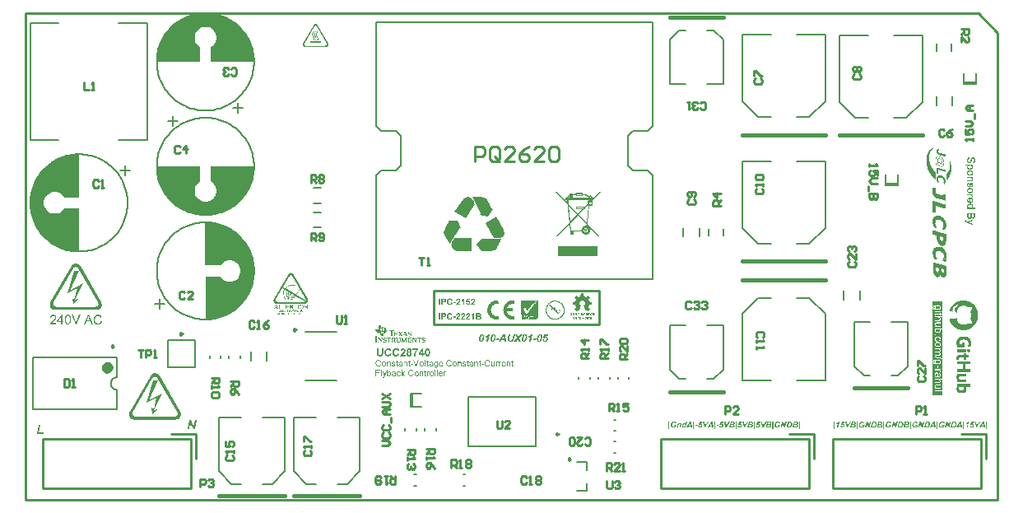
<source format=gto>
G04*
G04 #@! TF.GenerationSoftware,Altium Limited,Altium Designer,21.0.8 (223)*
G04*
G04 Layer_Color=16776960*
%FSLAX25Y25*%
%MOIN*%
G70*
G04*
G04 #@! TF.SameCoordinates,608BFDEB-8ADB-4086-B875-8CE8CE559F17*
G04*
G04*
G04 #@! TF.FilePolarity,Positive*
G04*
G01*
G75*
%ADD10C,0.00787*%
%ADD11C,0.00984*%
%ADD12C,0.02362*%
%ADD13C,0.01575*%
%ADD14C,0.01000*%
%ADD15R,0.00803X0.05118*%
%ADD16R,0.05118X0.00803*%
G36*
X245440Y418120D02*
X247932Y417452D01*
X250316Y416465D01*
X252551Y415174D01*
X254598Y413603D01*
X256423Y411779D01*
X257994Y409732D01*
X259284Y407497D01*
X260271Y405113D01*
X260939Y402620D01*
X261276Y400062D01*
Y398772D01*
X243790D01*
Y404805D01*
X244268Y405125D01*
X245080Y405937D01*
X245654Y406931D01*
X245952Y408040D01*
Y409188D01*
X245654Y410297D01*
X245080Y411292D01*
X244268Y412104D01*
X243274Y412678D01*
X242165Y412975D01*
X241017D01*
X239908Y412678D01*
X238913Y412104D01*
X238102Y411292D01*
X237527Y410297D01*
X237230Y409188D01*
Y408040D01*
X237527Y406931D01*
X238102Y405937D01*
X238913Y405125D01*
X239392Y404805D01*
Y398679D01*
X221998D01*
X221906Y398772D01*
Y400062D01*
X222243Y402620D01*
X222910Y405113D01*
X223898Y407497D01*
X225188Y409732D01*
X226759Y411779D01*
X228584Y413603D01*
X230631Y415174D01*
X232866Y416465D01*
X235250Y417452D01*
X237742Y418120D01*
X240301Y418457D01*
X242881D01*
X245440Y418120D01*
D02*
G37*
G36*
X536726Y363984D02*
X536643D01*
Y364067D01*
X536726D01*
Y363984D01*
D02*
G37*
G36*
X538378Y363653D02*
X538461D01*
Y363571D01*
X538544D01*
Y363488D01*
X538626D01*
Y363323D01*
X538709D01*
Y363240D01*
X538792D01*
Y363075D01*
X538709D01*
Y362993D01*
X538626D01*
Y362910D01*
X538544D01*
Y362745D01*
X538461D01*
Y362331D01*
X538544D01*
Y362166D01*
X538626D01*
Y362084D01*
X538709D01*
Y362001D01*
X538874D01*
Y361918D01*
X539122D01*
Y361836D01*
X539453D01*
Y361753D01*
X539783D01*
Y361670D01*
X539949D01*
Y361588D01*
X540444D01*
Y361505D01*
X540775D01*
Y361422D01*
X540940D01*
Y361340D01*
X541353D01*
Y360431D01*
X541188D01*
Y360513D01*
X540775D01*
Y360596D01*
X540527D01*
Y360679D01*
X540114D01*
Y360761D01*
X539866D01*
Y360844D01*
X539535D01*
Y360927D01*
X539122D01*
Y361009D01*
X538874D01*
Y361092D01*
X538544D01*
Y361175D01*
X538461D01*
Y361257D01*
X538296D01*
Y361340D01*
X538213D01*
Y361422D01*
X538131D01*
Y361505D01*
X538048D01*
Y361670D01*
X537965D01*
Y361753D01*
X537883D01*
Y361918D01*
X537800D01*
Y362249D01*
X537717D01*
Y362662D01*
X537800D01*
Y363075D01*
X537883D01*
Y363240D01*
X537965D01*
Y363406D01*
X538048D01*
Y363571D01*
X538131D01*
Y363653D01*
X538296D01*
Y363736D01*
X538378D01*
Y363653D01*
D02*
G37*
G36*
X538957Y360513D02*
X539205D01*
Y360431D01*
X539453D01*
Y360348D01*
X539535D01*
Y360266D01*
X539701D01*
Y360183D01*
X539783D01*
Y360100D01*
X539866D01*
Y360018D01*
X539949D01*
Y359935D01*
X540031D01*
Y359852D01*
X540114D01*
Y359770D01*
X540196D01*
Y359687D01*
X540279D01*
Y359522D01*
X540362D01*
Y359357D01*
X540444D01*
Y359274D01*
X540527D01*
Y359109D01*
X540610D01*
Y358944D01*
X540692D01*
Y358696D01*
X540775D01*
Y358282D01*
X540858D01*
Y357787D01*
X540775D01*
Y357125D01*
X540692D01*
Y356960D01*
X540610D01*
Y356795D01*
X540527D01*
Y356712D01*
X540444D01*
Y356630D01*
X540362D01*
Y356547D01*
X540279D01*
Y356465D01*
X540114D01*
Y356382D01*
X539866D01*
Y356299D01*
X539370D01*
Y356382D01*
X539122D01*
Y356465D01*
X539040D01*
Y356547D01*
X538874D01*
Y356630D01*
X538792D01*
Y356712D01*
X538709D01*
Y356795D01*
X538626D01*
Y356878D01*
X538544D01*
Y356960D01*
X538461D01*
Y357043D01*
X538378D01*
Y357291D01*
X538296D01*
Y357456D01*
X538213D01*
Y357704D01*
X538131D01*
Y358282D01*
X538213D01*
Y358365D01*
X538296D01*
Y358530D01*
X538213D01*
Y358778D01*
X538131D01*
Y359439D01*
X538213D01*
Y359605D01*
X538296D01*
Y359687D01*
X538544D01*
Y359770D01*
X538874D01*
Y359687D01*
X539122D01*
Y359605D01*
X539205D01*
Y359522D01*
X539370D01*
Y359439D01*
X539535D01*
Y359357D01*
X539618D01*
Y359191D01*
X539701D01*
Y359109D01*
X539783D01*
Y359026D01*
X539866D01*
Y358861D01*
X539949D01*
Y358613D01*
X540031D01*
Y358034D01*
X539949D01*
Y357787D01*
X539866D01*
Y357704D01*
X539783D01*
Y357539D01*
X539949D01*
Y357291D01*
X539866D01*
Y357373D01*
X539618D01*
Y357456D01*
X539453D01*
Y357539D01*
X539287D01*
Y357621D01*
X539122D01*
Y357704D01*
X538957D01*
Y357787D01*
X538792D01*
Y357869D01*
X538709D01*
Y357952D01*
X538544D01*
Y358034D01*
X538378D01*
Y357869D01*
X538296D01*
Y357787D01*
X538378D01*
Y357539D01*
X538461D01*
Y357373D01*
X538544D01*
Y357208D01*
X538626D01*
Y357043D01*
X538709D01*
Y356960D01*
X538792D01*
Y356878D01*
X538874D01*
Y356795D01*
X539040D01*
Y356712D01*
X539205D01*
Y356630D01*
X539453D01*
Y356547D01*
X539618D01*
Y356630D01*
X539949D01*
Y356712D01*
X540114D01*
Y356795D01*
X540196D01*
Y356878D01*
X540279D01*
Y356960D01*
X540362D01*
Y357043D01*
X540444D01*
Y357125D01*
X540527D01*
Y357704D01*
X540610D01*
Y358117D01*
X540527D01*
Y358696D01*
X540444D01*
Y358861D01*
X540362D01*
Y359026D01*
X540279D01*
Y359191D01*
X540196D01*
Y359357D01*
X540114D01*
Y359522D01*
X540031D01*
Y359605D01*
X539949D01*
Y359770D01*
X539783D01*
Y359852D01*
X539701D01*
Y359935D01*
X539618D01*
Y360018D01*
X539453D01*
Y360100D01*
X539370D01*
Y360183D01*
X539205D01*
Y360266D01*
X538874D01*
Y360348D01*
X538213D01*
Y360266D01*
X538131D01*
Y360183D01*
X537965D01*
Y360100D01*
X537883D01*
Y360018D01*
X537800D01*
Y359852D01*
X537717D01*
Y359770D01*
X537635D01*
Y359605D01*
X537552D01*
Y357952D01*
X537635D01*
Y357539D01*
X537717D01*
Y357456D01*
X537800D01*
Y357291D01*
X537883D01*
Y357208D01*
X537965D01*
Y357043D01*
X538048D01*
Y356630D01*
X537965D01*
Y356795D01*
X537883D01*
Y356878D01*
X537800D01*
Y357043D01*
X537717D01*
Y357125D01*
X537635D01*
Y357291D01*
X537552D01*
Y357539D01*
X537469D01*
Y357621D01*
X537387D01*
Y358282D01*
X537304D01*
Y359274D01*
X537387D01*
Y359770D01*
X537469D01*
Y359935D01*
X537552D01*
Y360100D01*
X537635D01*
Y360266D01*
X537717D01*
Y360348D01*
X537800D01*
Y360431D01*
X537965D01*
Y360513D01*
X538048D01*
Y360596D01*
X538957D01*
Y360513D01*
D02*
G37*
G36*
X538131Y355886D02*
X538378D01*
Y355803D01*
X538626D01*
Y355721D01*
X538709D01*
Y355803D01*
X538792D01*
Y355721D01*
X539040D01*
Y355638D01*
X539287D01*
Y355556D01*
X539701D01*
Y355473D01*
X539949D01*
Y355390D01*
X540196D01*
Y355308D01*
X540279D01*
Y355390D01*
X540362D01*
Y355308D01*
X540610D01*
Y355225D01*
X540858D01*
Y355142D01*
X541271D01*
Y354316D01*
X541105D01*
Y354399D01*
X540858D01*
Y354481D01*
X540527D01*
Y354564D01*
X540196D01*
Y354646D01*
X539949D01*
Y354729D01*
X539535D01*
Y354812D01*
X539287D01*
Y354894D01*
X538874D01*
Y354977D01*
X538626D01*
Y355060D01*
X538378D01*
Y354564D01*
X538296D01*
Y354399D01*
X538378D01*
Y354233D01*
X538296D01*
Y353490D01*
X538131D01*
Y353572D01*
X537800D01*
Y355969D01*
X538131D01*
Y355886D01*
D02*
G37*
G36*
X536643Y363901D02*
X536478D01*
Y363819D01*
X536395D01*
Y363736D01*
X536313D01*
Y363653D01*
X536147D01*
Y363571D01*
X536065D01*
Y363488D01*
X535982D01*
Y363406D01*
X535899D01*
Y363323D01*
X535817D01*
Y363240D01*
X535734D01*
Y363158D01*
X535652D01*
Y362993D01*
X535569D01*
Y362910D01*
X535486D01*
Y362827D01*
X535404D01*
Y362662D01*
X535321D01*
Y362497D01*
X535238D01*
Y362331D01*
X535156D01*
Y362166D01*
X535073D01*
Y362001D01*
X534991D01*
Y361836D01*
X534908D01*
Y361505D01*
X534825D01*
Y361092D01*
X534743D01*
Y360596D01*
X534660D01*
Y359522D01*
X534743D01*
Y358944D01*
X534825D01*
Y358365D01*
X534908D01*
Y358034D01*
X534991D01*
Y357787D01*
X535073D01*
Y357539D01*
X535156D01*
Y357291D01*
X535238D01*
Y357043D01*
X535321D01*
Y356878D01*
X535404D01*
Y356630D01*
X535486D01*
Y356465D01*
X535569D01*
Y356299D01*
X535652D01*
Y356134D01*
X535734D01*
Y355969D01*
X535817D01*
Y355886D01*
X535899D01*
Y355721D01*
X535982D01*
Y355638D01*
X536065D01*
Y355473D01*
X536147D01*
Y355390D01*
X536230D01*
Y355225D01*
X536313D01*
Y355142D01*
X536395D01*
Y354977D01*
X536478D01*
Y354894D01*
X536560D01*
Y354812D01*
X536643D01*
Y354729D01*
X536726D01*
Y354646D01*
X536808D01*
Y354564D01*
X536891D01*
Y354481D01*
X536974D01*
Y354399D01*
X537056D01*
Y354316D01*
X537139D01*
Y354233D01*
X537222D01*
Y354151D01*
X537304D01*
Y354068D01*
X537387D01*
Y351093D01*
X537304D01*
Y351176D01*
X537222D01*
Y351259D01*
X537139D01*
Y351341D01*
X536974D01*
Y351424D01*
X536891D01*
Y351506D01*
X536808D01*
Y351589D01*
X536726D01*
Y351672D01*
X536643D01*
Y351754D01*
X536478D01*
Y351837D01*
X536395D01*
Y351920D01*
X536313D01*
Y352002D01*
X536230D01*
Y352085D01*
X536147D01*
Y352168D01*
X536065D01*
Y352250D01*
X535982D01*
Y352333D01*
X535899D01*
Y352415D01*
X535817D01*
Y352581D01*
X535734D01*
Y352663D01*
X535652D01*
Y352746D01*
X535569D01*
Y352829D01*
X535486D01*
Y352994D01*
X535404D01*
Y353077D01*
X535321D01*
Y353159D01*
X535238D01*
Y353324D01*
X535156D01*
Y353407D01*
X535073D01*
Y353655D01*
X534991D01*
Y353738D01*
X534908D01*
Y353903D01*
X534825D01*
Y354068D01*
X534743D01*
Y354233D01*
X534660D01*
Y354399D01*
X534577D01*
Y354481D01*
X534495D01*
Y354729D01*
X534412D01*
Y354894D01*
X534330D01*
Y355142D01*
X534247D01*
Y355308D01*
X534164D01*
Y355556D01*
X534082D01*
Y355886D01*
X533999D01*
Y356134D01*
X533916D01*
Y356465D01*
X533834D01*
Y356795D01*
X533751D01*
Y357125D01*
X533668D01*
Y357704D01*
X533586D01*
Y360018D01*
X533668D01*
Y360513D01*
X533751D01*
Y360844D01*
X533834D01*
Y361092D01*
X533916D01*
Y361422D01*
X533999D01*
Y361588D01*
X534082D01*
Y361753D01*
X534164D01*
Y361918D01*
X534247D01*
Y362084D01*
X534330D01*
Y362249D01*
X534412D01*
Y362331D01*
X534495D01*
Y362497D01*
X534577D01*
Y362662D01*
X534660D01*
Y362827D01*
X534743D01*
Y362910D01*
X534825D01*
Y362993D01*
X534908D01*
Y363075D01*
X534991D01*
Y363158D01*
X535073D01*
Y363240D01*
X535156D01*
Y363323D01*
X535238D01*
Y363406D01*
X535321D01*
Y363488D01*
X535486D01*
Y363571D01*
X535569D01*
Y363653D01*
X535817D01*
Y363736D01*
X535899D01*
Y363819D01*
X536147D01*
Y363901D01*
X536395D01*
Y363984D01*
X536643D01*
Y363901D01*
D02*
G37*
G36*
X543006Y359109D02*
X543089D01*
Y358861D01*
X543171D01*
Y358613D01*
X543254D01*
Y358365D01*
X543336D01*
Y357952D01*
X543419D01*
Y357704D01*
X543502D01*
Y357125D01*
X543584D01*
Y356712D01*
X543667D01*
Y354646D01*
X543584D01*
Y354068D01*
X543502D01*
Y353738D01*
X543419D01*
Y353490D01*
X543336D01*
Y353242D01*
X543254D01*
Y352994D01*
X543171D01*
Y352829D01*
X543089D01*
Y352581D01*
X543006D01*
Y352415D01*
X542923D01*
Y352250D01*
X542841D01*
Y352085D01*
X542758D01*
Y351920D01*
X542675D01*
Y351754D01*
X542593D01*
Y351672D01*
X542510D01*
Y351589D01*
X542427D01*
Y351424D01*
X542345D01*
Y351341D01*
X542262D01*
Y351259D01*
X542180D01*
Y351176D01*
X542097D01*
Y351093D01*
X542014D01*
Y351011D01*
X541849D01*
Y350928D01*
X541766D01*
Y350845D01*
X541601D01*
Y351259D01*
X541684D01*
Y353572D01*
X541849D01*
Y353655D01*
X541932D01*
Y353738D01*
X542014D01*
Y353820D01*
X542097D01*
Y353986D01*
X542180D01*
Y354068D01*
X542262D01*
Y354151D01*
X542345D01*
Y354316D01*
X542427D01*
Y354481D01*
X542510D01*
Y354564D01*
X542593D01*
Y354729D01*
X542675D01*
Y354894D01*
X542758D01*
Y355060D01*
X542841D01*
Y355225D01*
X542923D01*
Y355473D01*
X543006D01*
Y355803D01*
X543089D01*
Y356299D01*
X543171D01*
Y357952D01*
X543089D01*
Y358448D01*
X543006D01*
Y358944D01*
X542923D01*
Y359274D01*
X543006D01*
Y359109D01*
D02*
G37*
G36*
X539453Y352746D02*
X539866D01*
Y352663D01*
X540031D01*
Y352581D01*
X540114D01*
Y352498D01*
X540279D01*
Y352415D01*
X540362D01*
Y352333D01*
X540527D01*
Y352250D01*
X540610D01*
Y352168D01*
X540692D01*
Y352085D01*
X540775D01*
Y351920D01*
X540858D01*
Y351837D01*
X540940D01*
Y351754D01*
X541023D01*
Y351589D01*
X541105D01*
Y351424D01*
X541188D01*
Y351176D01*
X541271D01*
Y350928D01*
X541353D01*
Y350019D01*
X541271D01*
Y349854D01*
X541188D01*
Y349606D01*
X541105D01*
Y349523D01*
X541023D01*
Y349358D01*
X540940D01*
Y349275D01*
X540858D01*
Y349358D01*
X540775D01*
Y349523D01*
X540610D01*
Y349689D01*
X540527D01*
Y349771D01*
X540444D01*
Y349854D01*
X540527D01*
Y350019D01*
X540610D01*
Y350267D01*
X540692D01*
Y350515D01*
X540610D01*
Y350928D01*
X540527D01*
Y351176D01*
X540362D01*
Y351259D01*
X540279D01*
Y351341D01*
X540196D01*
Y351506D01*
X540114D01*
Y351589D01*
X539949D01*
Y351672D01*
X539866D01*
Y351754D01*
X539701D01*
Y351837D01*
X539453D01*
Y351920D01*
X538792D01*
Y351837D01*
X538709D01*
Y351754D01*
X538544D01*
Y351589D01*
X538461D01*
Y351506D01*
X538378D01*
Y350845D01*
X538461D01*
Y350598D01*
X538544D01*
Y350432D01*
X538626D01*
Y350350D01*
X538709D01*
Y350184D01*
X538544D01*
Y350102D01*
X538461D01*
Y350019D01*
X538378D01*
Y349937D01*
X538213D01*
Y350019D01*
X538131D01*
Y350102D01*
X538048D01*
Y350184D01*
X537965D01*
Y350350D01*
X537883D01*
Y350515D01*
X537800D01*
Y350845D01*
X537717D01*
Y351093D01*
X537635D01*
Y351176D01*
X537717D01*
Y351837D01*
X537800D01*
Y352085D01*
X537883D01*
Y352168D01*
X537965D01*
Y352333D01*
X538048D01*
Y352415D01*
X538131D01*
Y352498D01*
X538296D01*
Y352581D01*
X538378D01*
Y352663D01*
X538544D01*
Y352746D01*
X539287D01*
Y352829D01*
X539453D01*
Y352746D01*
D02*
G37*
G36*
X190410Y343884D02*
X184376D01*
X184057Y344363D01*
X183245Y345175D01*
X182250Y345749D01*
X181141Y346046D01*
X179993D01*
X178884Y345749D01*
X177890Y345175D01*
X177078Y344363D01*
X176504Y343368D01*
X176207Y342259D01*
Y341111D01*
X176504Y340002D01*
X177078Y339008D01*
X177890Y338196D01*
X178884Y337622D01*
X179993Y337325D01*
X181141D01*
X182250Y337622D01*
X183245Y338196D01*
X184057Y339008D01*
X184376Y339486D01*
X190502D01*
Y322092D01*
X190410Y322000D01*
X189120D01*
X186561Y322337D01*
X184069Y323005D01*
X181685Y323992D01*
X179450Y325283D01*
X177403Y326853D01*
X175578Y328678D01*
X174007Y330725D01*
X172717Y332960D01*
X171729Y335344D01*
X171062Y337837D01*
X170725Y340395D01*
Y342975D01*
X171062Y345534D01*
X171729Y348026D01*
X172717Y350410D01*
X174007Y352645D01*
X175578Y354692D01*
X177403Y356517D01*
X179450Y358088D01*
X181685Y359378D01*
X184069Y360366D01*
X186561Y361033D01*
X189120Y361370D01*
X190410D01*
Y343884D01*
D02*
G37*
G36*
X536395Y347953D02*
X536643D01*
Y347871D01*
X536891D01*
Y347788D01*
X537056D01*
Y347705D01*
X537304D01*
Y347623D01*
X537387D01*
Y347375D01*
X537304D01*
Y347127D01*
X537222D01*
Y345970D01*
X537304D01*
Y345805D01*
X537387D01*
Y345722D01*
X537469D01*
Y345640D01*
X537552D01*
Y345557D01*
X537717D01*
Y345474D01*
X537800D01*
Y345392D01*
X537965D01*
Y345309D01*
X538048D01*
Y345226D01*
X538461D01*
Y345144D01*
X538709D01*
Y345061D01*
X538957D01*
Y344978D01*
X539370D01*
Y344896D01*
X539618D01*
Y344813D01*
X540031D01*
Y344731D01*
X540444D01*
Y345392D01*
X540527D01*
Y345309D01*
X540775D01*
Y345226D01*
X540940D01*
Y345144D01*
X541188D01*
Y345061D01*
X541353D01*
Y344978D01*
X541518D01*
Y342913D01*
X541436D01*
Y342582D01*
X541105D01*
Y342665D01*
X541023D01*
Y342747D01*
X540858D01*
Y342665D01*
X540775D01*
Y342747D01*
X540527D01*
Y342830D01*
X540279D01*
Y342913D01*
X539949D01*
Y342995D01*
X539701D01*
Y343078D01*
X539370D01*
Y343161D01*
X539122D01*
Y343243D01*
X538874D01*
Y343326D01*
X538544D01*
Y343408D01*
X538296D01*
Y343491D01*
X538048D01*
Y343574D01*
X537965D01*
Y343491D01*
X537883D01*
Y343574D01*
X537717D01*
Y343656D01*
X537469D01*
Y343739D01*
X537304D01*
Y343822D01*
X537222D01*
Y343904D01*
X537139D01*
Y343987D01*
X536974D01*
Y344070D01*
X536891D01*
Y344152D01*
X536808D01*
Y344235D01*
X536726D01*
Y344317D01*
X536643D01*
Y344483D01*
X536560D01*
Y344565D01*
X536478D01*
Y344648D01*
X536395D01*
Y344813D01*
X536313D01*
Y344978D01*
X536230D01*
Y345309D01*
X536147D01*
Y345805D01*
X536065D01*
Y347458D01*
X536147D01*
Y347788D01*
X536230D01*
Y347953D01*
X536313D01*
Y348036D01*
X536395D01*
Y347953D01*
D02*
G37*
G36*
X261276Y356449D02*
Y355159D01*
X260939Y352600D01*
X260271Y350108D01*
X259284Y347724D01*
X257994Y345489D01*
X256423Y343442D01*
X254598Y341617D01*
X252551Y340046D01*
X250316Y338756D01*
X247932Y337769D01*
X245440Y337101D01*
X242881Y336764D01*
X240301D01*
X237742Y337101D01*
X235250Y337769D01*
X232866Y338756D01*
X230631Y340046D01*
X228584Y341617D01*
X226759Y343442D01*
X225188Y345489D01*
X223898Y347724D01*
X222910Y350108D01*
X222243Y352600D01*
X221906Y355159D01*
Y356449D01*
X239392D01*
Y350415D01*
X238913Y350096D01*
X238102Y349284D01*
X237527Y348289D01*
X237230Y347181D01*
Y346032D01*
X237527Y344923D01*
X238102Y343929D01*
X238913Y343117D01*
X239908Y342543D01*
X241017Y342246D01*
X242165D01*
X243274Y342543D01*
X244268Y343117D01*
X245080Y343929D01*
X245654Y344923D01*
X245952Y346032D01*
Y347181D01*
X245654Y348289D01*
X245080Y349284D01*
X244268Y350096D01*
X243790Y350415D01*
Y356541D01*
X261184D01*
X261276Y356449D01*
D02*
G37*
G36*
X536395Y342417D02*
X536643D01*
Y342334D01*
X536974D01*
Y342252D01*
X537222D01*
Y342169D01*
X537387D01*
Y342086D01*
X537469D01*
Y342169D01*
X537552D01*
Y342086D01*
X537717D01*
Y342004D01*
X537965D01*
Y341921D01*
X538296D01*
Y341838D01*
X538544D01*
Y341756D01*
X538874D01*
Y341673D01*
X539122D01*
Y341590D01*
X539287D01*
Y341508D01*
X539701D01*
Y341425D01*
X539949D01*
Y341343D01*
X540114D01*
Y341260D01*
X540444D01*
Y341177D01*
X540692D01*
Y341095D01*
X541023D01*
Y341012D01*
X541271D01*
Y340930D01*
X541436D01*
Y339525D01*
X541353D01*
Y339277D01*
X541271D01*
Y339359D01*
X541023D01*
Y339442D01*
X540692D01*
Y339525D01*
X540527D01*
Y339607D01*
X540114D01*
Y339690D01*
X539866D01*
Y339773D01*
X539701D01*
Y339855D01*
X539618D01*
Y339773D01*
X539535D01*
Y339855D01*
X539370D01*
Y339938D01*
X539122D01*
Y340020D01*
X538709D01*
Y340103D01*
X538461D01*
Y340186D01*
X538296D01*
Y340268D01*
X538213D01*
Y340186D01*
X538131D01*
Y340268D01*
X537965D01*
Y340351D01*
X537717D01*
Y340434D01*
X537387D01*
Y340186D01*
X537304D01*
Y340103D01*
X537387D01*
Y339773D01*
X537304D01*
Y337707D01*
X536891D01*
Y337789D01*
X536643D01*
Y337872D01*
X536395D01*
Y337955D01*
X536147D01*
Y342499D01*
X536395D01*
Y342417D01*
D02*
G37*
G36*
X538874Y336467D02*
X539040D01*
Y336385D01*
X539287D01*
Y336302D01*
X539453D01*
Y336219D01*
X539535D01*
Y336137D01*
X539701D01*
Y336054D01*
X539866D01*
Y335971D01*
X539949D01*
Y335889D01*
X540031D01*
Y335806D01*
X540196D01*
Y335724D01*
X540279D01*
Y335641D01*
X540362D01*
Y335558D01*
X540527D01*
Y335393D01*
X540610D01*
Y335310D01*
X540692D01*
Y335228D01*
X540775D01*
Y335063D01*
X540858D01*
Y334980D01*
X540940D01*
Y334815D01*
X541023D01*
Y334649D01*
X541105D01*
Y334567D01*
X541188D01*
Y334401D01*
X541271D01*
Y334236D01*
X541353D01*
Y333988D01*
X541436D01*
Y333740D01*
X541518D01*
Y333410D01*
X541601D01*
Y331840D01*
X541518D01*
Y331509D01*
X541436D01*
Y331344D01*
X541353D01*
Y331179D01*
X541271D01*
Y331013D01*
X541188D01*
Y330931D01*
X541105D01*
Y330766D01*
X540940D01*
Y330683D01*
X540858D01*
Y330766D01*
X540692D01*
Y330848D01*
X540444D01*
Y330931D01*
X540114D01*
Y331013D01*
X539949D01*
Y331096D01*
X540031D01*
Y331179D01*
X540114D01*
Y331344D01*
X540196D01*
Y331509D01*
X540279D01*
Y331675D01*
X540362D01*
Y331757D01*
X540444D01*
Y332005D01*
X540527D01*
Y333327D01*
X540444D01*
Y333658D01*
X540362D01*
Y333823D01*
X540279D01*
Y333906D01*
X540196D01*
Y334071D01*
X540114D01*
Y334154D01*
X540031D01*
Y334236D01*
X539949D01*
Y334319D01*
X539866D01*
Y334401D01*
X539783D01*
Y334484D01*
X539701D01*
Y334567D01*
X539535D01*
Y334649D01*
X539370D01*
Y334732D01*
X539287D01*
Y334815D01*
X539122D01*
Y334897D01*
X538874D01*
Y334980D01*
X538461D01*
Y335063D01*
X538296D01*
Y334980D01*
X538048D01*
Y334897D01*
X537800D01*
Y334815D01*
X537635D01*
Y334732D01*
X537552D01*
Y334567D01*
X537469D01*
Y334484D01*
X537387D01*
Y334319D01*
X537304D01*
Y334154D01*
X537222D01*
Y333327D01*
X537139D01*
Y333079D01*
X537222D01*
Y332831D01*
X537304D01*
Y332583D01*
X537387D01*
Y332501D01*
X537469D01*
Y332336D01*
X537552D01*
Y332253D01*
X537635D01*
Y332088D01*
X537717D01*
Y331923D01*
X537800D01*
Y331840D01*
X537883D01*
Y331509D01*
X537717D01*
Y331592D01*
X537139D01*
Y331675D01*
X536726D01*
Y331757D01*
X536643D01*
Y331840D01*
X536560D01*
Y332005D01*
X536478D01*
Y332253D01*
X536395D01*
Y332501D01*
X536313D01*
Y332749D01*
X536230D01*
Y333079D01*
X536147D01*
Y333575D01*
X536065D01*
Y334732D01*
X536147D01*
Y335063D01*
X536230D01*
Y335228D01*
X536313D01*
Y335393D01*
X536395D01*
Y335558D01*
X536478D01*
Y335724D01*
X536560D01*
Y335806D01*
X536643D01*
Y335971D01*
X536808D01*
Y336137D01*
X536974D01*
Y336219D01*
X537056D01*
Y336302D01*
X537222D01*
Y336385D01*
X537469D01*
Y336467D01*
X537635D01*
Y336550D01*
X538874D01*
Y336467D01*
D02*
G37*
G36*
X536395Y330518D02*
X536643D01*
Y330435D01*
X536891D01*
Y330352D01*
X537222D01*
Y330270D01*
X537469D01*
Y330187D01*
X537800D01*
Y330105D01*
X538048D01*
Y330022D01*
X538296D01*
Y329939D01*
X538709D01*
Y329857D01*
X538957D01*
Y329774D01*
X539287D01*
Y329691D01*
X539535D01*
Y329609D01*
X539783D01*
Y329526D01*
X540114D01*
Y329444D01*
X540362D01*
Y329361D01*
X540610D01*
Y329278D01*
X540692D01*
Y329361D01*
X540775D01*
Y329278D01*
X541023D01*
Y329196D01*
X541271D01*
Y329113D01*
X541601D01*
Y326138D01*
X541518D01*
Y325642D01*
X541436D01*
Y325147D01*
X541353D01*
Y324981D01*
X541271D01*
Y324816D01*
X541188D01*
Y324733D01*
X541105D01*
Y324651D01*
X541023D01*
Y324568D01*
X540940D01*
Y324485D01*
X540692D01*
Y324403D01*
X540527D01*
Y324320D01*
X539701D01*
Y324403D01*
X539453D01*
Y324485D01*
X539287D01*
Y324568D01*
X539122D01*
Y324651D01*
X539040D01*
Y324733D01*
X538957D01*
Y324816D01*
X538874D01*
Y324899D01*
X538792D01*
Y324981D01*
X538709D01*
Y325064D01*
X538626D01*
Y325147D01*
X538544D01*
Y325229D01*
X538461D01*
Y325395D01*
X538378D01*
Y325560D01*
X538296D01*
Y325725D01*
X538213D01*
Y325973D01*
X538131D01*
Y326221D01*
X538048D01*
Y326469D01*
X537965D01*
Y326799D01*
X537883D01*
Y328452D01*
X537635D01*
Y328535D01*
X537387D01*
Y328617D01*
X537139D01*
Y328700D01*
X537056D01*
Y328617D01*
X536974D01*
Y328700D01*
X536726D01*
Y328782D01*
X536478D01*
Y328865D01*
X536147D01*
Y330518D01*
X536230D01*
Y330600D01*
X536395D01*
Y330518D01*
D02*
G37*
G36*
X538957Y323907D02*
X539205D01*
Y323824D01*
X539535D01*
Y323742D01*
X539783D01*
Y323659D01*
X539949D01*
Y323576D01*
X540031D01*
Y323494D01*
X540196D01*
Y323411D01*
X540279D01*
Y323329D01*
X540362D01*
Y323246D01*
X540444D01*
Y323163D01*
X540610D01*
Y323081D01*
X540692D01*
Y322998D01*
X540775D01*
Y322916D01*
X540858D01*
Y322833D01*
X540940D01*
Y322668D01*
X541023D01*
Y322502D01*
X541105D01*
Y322420D01*
X541188D01*
Y322254D01*
X541271D01*
Y322089D01*
X541353D01*
Y322007D01*
X541436D01*
Y321759D01*
X541518D01*
Y321511D01*
X541601D01*
Y321263D01*
X541684D01*
Y321015D01*
X541766D01*
Y320519D01*
X541849D01*
Y319114D01*
X541766D01*
Y318619D01*
X541684D01*
Y318288D01*
X541601D01*
Y318040D01*
X541518D01*
Y317875D01*
X541436D01*
Y317792D01*
X541353D01*
Y317875D01*
X541105D01*
Y317957D01*
X540692D01*
Y318040D01*
X540362D01*
Y318123D01*
X539949D01*
Y318288D01*
X540031D01*
Y318371D01*
X540114D01*
Y318536D01*
X540196D01*
Y318619D01*
X540279D01*
Y318701D01*
X540362D01*
Y318866D01*
X540444D01*
Y319114D01*
X540527D01*
Y319362D01*
X540610D01*
Y319775D01*
X540692D01*
Y320437D01*
X540610D01*
Y320684D01*
X540527D01*
Y320850D01*
X540444D01*
Y321015D01*
X540362D01*
Y321180D01*
X540279D01*
Y321345D01*
X540196D01*
Y321428D01*
X540114D01*
Y321511D01*
X540031D01*
Y321593D01*
X539866D01*
Y321676D01*
X539783D01*
Y321759D01*
X539701D01*
Y321841D01*
X539618D01*
Y321924D01*
X539370D01*
Y322007D01*
X539205D01*
Y322089D01*
X539040D01*
Y322172D01*
X538626D01*
Y322254D01*
X538213D01*
Y322172D01*
X537965D01*
Y322089D01*
X537800D01*
Y322007D01*
X537635D01*
Y321924D01*
X537552D01*
Y321759D01*
X537469D01*
Y321593D01*
X537387D01*
Y321263D01*
X537304D01*
Y320437D01*
X537387D01*
Y320271D01*
X537469D01*
Y320023D01*
X537552D01*
Y319693D01*
X537635D01*
Y319528D01*
X537717D01*
Y319280D01*
X537800D01*
Y319114D01*
X537883D01*
Y319032D01*
X537965D01*
Y318866D01*
X538048D01*
Y318701D01*
X537800D01*
Y318784D01*
X537717D01*
Y318701D01*
X537635D01*
Y318784D01*
X537304D01*
Y318866D01*
X536974D01*
Y318949D01*
X536643D01*
Y319114D01*
X536560D01*
Y319362D01*
X536478D01*
Y319610D01*
X536395D01*
Y319858D01*
X536313D01*
Y320354D01*
X536230D01*
Y320850D01*
X536147D01*
Y322254D01*
X536230D01*
Y322502D01*
X536313D01*
Y322668D01*
X536395D01*
Y322833D01*
X536478D01*
Y322998D01*
X536643D01*
Y323163D01*
X536726D01*
Y323246D01*
X536808D01*
Y323329D01*
X536891D01*
Y323411D01*
X536974D01*
Y323494D01*
X537139D01*
Y323576D01*
X537304D01*
Y323659D01*
X537387D01*
Y323742D01*
X537552D01*
Y323824D01*
X537800D01*
Y323907D01*
X538048D01*
Y323990D01*
X538709D01*
Y323907D01*
X538874D01*
Y323990D01*
X538957D01*
Y323907D01*
D02*
G37*
G36*
X536643Y317462D02*
X536974D01*
Y317379D01*
X537222D01*
Y317296D01*
X537635D01*
Y317214D01*
X537883D01*
Y317131D01*
X538296D01*
Y317049D01*
X538626D01*
Y316966D01*
X538874D01*
Y316883D01*
X539287D01*
Y316801D01*
X539535D01*
Y316718D01*
X539949D01*
Y316635D01*
X540196D01*
Y316553D01*
X540527D01*
Y316470D01*
X540940D01*
Y316388D01*
X541188D01*
Y316305D01*
X541601D01*
Y316222D01*
X541766D01*
Y316140D01*
X541849D01*
Y315974D01*
X541766D01*
Y315809D01*
X541849D01*
Y315726D01*
X541766D01*
Y315561D01*
X541849D01*
Y315313D01*
X541766D01*
Y315231D01*
X541849D01*
Y313165D01*
X541766D01*
Y312504D01*
X541684D01*
Y312256D01*
X541601D01*
Y312091D01*
X541518D01*
Y311925D01*
X541436D01*
Y311843D01*
X541353D01*
Y311760D01*
X541271D01*
Y311677D01*
X541105D01*
Y311595D01*
X541023D01*
Y311512D01*
X540196D01*
Y311595D01*
X540031D01*
Y311677D01*
X539866D01*
Y311760D01*
X539783D01*
Y311843D01*
X539618D01*
Y311925D01*
X539535D01*
Y312008D01*
X539453D01*
Y312173D01*
X539370D01*
Y312338D01*
X539287D01*
Y312421D01*
X539122D01*
Y312173D01*
X539040D01*
Y312008D01*
X538957D01*
Y311843D01*
X538792D01*
Y311760D01*
X538709D01*
Y311677D01*
X538544D01*
Y311595D01*
X537800D01*
Y311677D01*
X537635D01*
Y311760D01*
X537469D01*
Y311843D01*
X537304D01*
Y311925D01*
X537222D01*
Y312008D01*
X537139D01*
Y312091D01*
X537056D01*
Y312173D01*
X536974D01*
Y312256D01*
X536891D01*
Y312421D01*
X536808D01*
Y312504D01*
X536726D01*
Y312669D01*
X536643D01*
Y312834D01*
X536560D01*
Y313165D01*
X536478D01*
Y313413D01*
X536395D01*
Y314735D01*
X536313D01*
Y317379D01*
X536230D01*
Y317462D01*
X536313D01*
Y317544D01*
X536643D01*
Y317462D01*
D02*
G37*
G36*
X245440Y333474D02*
X247932Y332806D01*
X250316Y331819D01*
X252551Y330529D01*
X254598Y328958D01*
X256423Y327133D01*
X257994Y325086D01*
X259284Y322851D01*
X260271Y320467D01*
X260939Y317975D01*
X261276Y315416D01*
Y312836D01*
X260939Y310278D01*
X260271Y307785D01*
X259284Y305401D01*
X257994Y303166D01*
X256423Y301119D01*
X254598Y299294D01*
X252551Y297723D01*
X250316Y296433D01*
X247932Y295446D01*
X245440Y294778D01*
X242881Y294441D01*
X241591D01*
Y311927D01*
X247624D01*
X247944Y311449D01*
X248756Y310637D01*
X249750Y310063D01*
X250859Y309765D01*
X252008D01*
X253116Y310063D01*
X254111Y310637D01*
X254923Y311449D01*
X255497Y312443D01*
X255794Y313552D01*
Y314700D01*
X255497Y315809D01*
X254923Y316804D01*
X254111Y317615D01*
X253116Y318190D01*
X252008Y318487D01*
X250859D01*
X249750Y318190D01*
X248756Y317615D01*
X247944Y316804D01*
X247624Y316325D01*
X241499D01*
Y333719D01*
X241591Y333811D01*
X242881D01*
X245440Y333474D01*
D02*
G37*
G36*
X546064Y299968D02*
X546029D01*
Y299932D01*
X545957D01*
Y300039D01*
X545993D01*
Y300075D01*
X546064D01*
Y299968D01*
D02*
G37*
G36*
X545850Y299717D02*
X545814D01*
Y299681D01*
X545706D01*
Y299824D01*
X545850D01*
Y299717D01*
D02*
G37*
G36*
X545527Y299466D02*
X545491D01*
Y299430D01*
X545348D01*
Y299538D01*
X545384D01*
Y299574D01*
X545456D01*
Y299609D01*
X545527D01*
Y299466D01*
D02*
G37*
G36*
X545205Y299180D02*
X545169D01*
Y299144D01*
X545133D01*
Y299108D01*
X545026D01*
Y299287D01*
X545097D01*
Y299323D01*
X545205D01*
Y299180D01*
D02*
G37*
G36*
X544954Y298750D02*
X544918D01*
Y298714D01*
X544883D01*
Y298678D01*
X544811D01*
Y298714D01*
X544775D01*
Y298822D01*
X544811D01*
Y298893D01*
X544954D01*
Y298750D01*
D02*
G37*
G36*
X544847Y298356D02*
X544883D01*
Y298285D01*
X544847D01*
Y298213D01*
X544811D01*
Y298177D01*
X544775D01*
Y298213D01*
X544739D01*
Y298249D01*
X544704D01*
Y298392D01*
X544739D01*
Y298428D01*
X544847D01*
Y298356D01*
D02*
G37*
G36*
X544883Y297926D02*
X544918D01*
Y297747D01*
X544811D01*
Y297783D01*
X544775D01*
Y297962D01*
X544883D01*
Y297926D01*
D02*
G37*
G36*
X548678Y302188D02*
X549251D01*
Y302152D01*
X549538D01*
Y302116D01*
X549717D01*
Y302080D01*
X549860D01*
Y302045D01*
X550039D01*
Y302009D01*
X550182D01*
Y301973D01*
X550290D01*
Y301937D01*
X550397D01*
Y301901D01*
X550505D01*
Y301866D01*
X550612D01*
Y301830D01*
X550720D01*
Y301794D01*
X550791D01*
Y301758D01*
X550863D01*
Y301722D01*
X550970D01*
Y301686D01*
X551042D01*
Y301651D01*
X551114D01*
Y301615D01*
X551185D01*
Y301579D01*
X551257D01*
Y301543D01*
X551328D01*
Y301507D01*
X551400D01*
Y301472D01*
X551472D01*
Y301436D01*
X551543D01*
Y301400D01*
X551615D01*
Y301364D01*
X551651D01*
Y301328D01*
X551686D01*
Y301292D01*
X551794D01*
Y301257D01*
X551830D01*
Y301221D01*
X551901D01*
Y301185D01*
X551937D01*
Y301149D01*
X551973D01*
Y301114D01*
X552044D01*
Y301078D01*
X552080D01*
Y301042D01*
X552116D01*
Y301006D01*
X552188D01*
Y300970D01*
X552223D01*
Y300934D01*
X552259D01*
Y300899D01*
X552331D01*
Y300863D01*
X552367D01*
Y300827D01*
X552403D01*
Y300791D01*
X552438D01*
Y300755D01*
X552474D01*
Y300720D01*
X552546D01*
Y300684D01*
X552582D01*
Y300648D01*
X552618D01*
Y300612D01*
X552653D01*
Y300576D01*
X552689D01*
Y300540D01*
X552725D01*
Y300505D01*
X552761D01*
Y300469D01*
X552797D01*
Y300433D01*
X552832D01*
Y300397D01*
X552868D01*
Y300361D01*
X552904D01*
Y300326D01*
X552940D01*
Y300290D01*
X552976D01*
Y300254D01*
X553011D01*
Y300218D01*
X553047D01*
Y300147D01*
X553083D01*
Y300111D01*
X553119D01*
Y300075D01*
X553155D01*
Y300039D01*
X553190D01*
Y300003D01*
X553226D01*
Y299932D01*
X553262D01*
Y299896D01*
X553298D01*
Y299860D01*
X553334D01*
Y299788D01*
X553369D01*
Y299753D01*
X553405D01*
Y299717D01*
X553441D01*
Y299645D01*
X553477D01*
Y299609D01*
X553513D01*
Y299538D01*
X553548D01*
Y299502D01*
X553584D01*
Y299430D01*
X553620D01*
Y299395D01*
X553656D01*
Y299323D01*
X553692D01*
Y299251D01*
X553727D01*
Y299180D01*
X553763D01*
Y299144D01*
X553799D01*
Y299072D01*
X553835D01*
Y299001D01*
X553871D01*
Y298929D01*
X553907D01*
Y298857D01*
X553942D01*
Y298786D01*
X553978D01*
Y298714D01*
X554014D01*
Y298643D01*
X554050D01*
Y298535D01*
X554086D01*
Y298464D01*
X554121D01*
Y298356D01*
X554157D01*
Y298285D01*
X554193D01*
Y298177D01*
X554229D01*
Y298070D01*
X554265D01*
Y297926D01*
X554300D01*
Y297819D01*
X554336D01*
Y297712D01*
X554372D01*
Y297533D01*
X554408D01*
Y297354D01*
X554444D01*
Y297175D01*
X554480D01*
Y296924D01*
X554515D01*
Y296494D01*
X554551D01*
Y295885D01*
X554515D01*
Y295420D01*
X554480D01*
Y295169D01*
X554444D01*
Y295026D01*
X554408D01*
Y294847D01*
X554372D01*
Y294668D01*
X554336D01*
Y294525D01*
X554300D01*
Y294417D01*
X554265D01*
Y294310D01*
X554229D01*
Y294202D01*
X554193D01*
Y294095D01*
X554157D01*
Y294023D01*
X554121D01*
Y293916D01*
X554086D01*
Y293844D01*
X554050D01*
Y293737D01*
X554014D01*
Y293665D01*
X553978D01*
Y293594D01*
X553942D01*
Y293522D01*
X553907D01*
Y293450D01*
X553871D01*
Y293379D01*
X553835D01*
Y293307D01*
X553799D01*
Y293235D01*
X553763D01*
Y293164D01*
X553727D01*
Y293128D01*
X553692D01*
Y293056D01*
X553656D01*
Y292985D01*
X553620D01*
Y292913D01*
X553584D01*
Y292877D01*
X553548D01*
Y292842D01*
X553513D01*
Y292770D01*
X553477D01*
Y292734D01*
X553441D01*
Y292663D01*
X553405D01*
Y292627D01*
X553369D01*
Y292555D01*
X553334D01*
Y292519D01*
X553298D01*
Y292483D01*
X553262D01*
Y292448D01*
X553226D01*
Y292376D01*
X553190D01*
Y292340D01*
X553155D01*
Y292304D01*
X553119D01*
Y292269D01*
X553083D01*
Y292197D01*
X553047D01*
Y292161D01*
X553011D01*
Y292125D01*
X552976D01*
Y292090D01*
X552940D01*
Y292054D01*
X552904D01*
Y292018D01*
X552868D01*
Y291982D01*
X552832D01*
Y291946D01*
X552797D01*
Y291911D01*
X552761D01*
Y291875D01*
X552725D01*
Y291839D01*
X552689D01*
Y291803D01*
X552653D01*
Y291767D01*
X552618D01*
Y291732D01*
X552582D01*
Y291696D01*
X552546D01*
Y291660D01*
X552510D01*
Y291624D01*
X552438D01*
Y291588D01*
X552403D01*
Y291552D01*
X552367D01*
Y291517D01*
X552331D01*
Y291481D01*
X552295D01*
Y291445D01*
X552223D01*
Y291409D01*
X552188D01*
Y291373D01*
X552152D01*
Y291338D01*
X552080D01*
Y291302D01*
X552044D01*
Y291266D01*
X552009D01*
Y291230D01*
X551937D01*
Y291194D01*
X551901D01*
Y291159D01*
X551830D01*
Y291123D01*
X551794D01*
Y291087D01*
X551722D01*
Y291051D01*
X551651D01*
Y291015D01*
X551615D01*
Y290980D01*
X551543D01*
Y290944D01*
X551472D01*
Y290908D01*
X551400D01*
Y290872D01*
X551364D01*
Y290836D01*
X551293D01*
Y290800D01*
X551221D01*
Y290765D01*
X551149D01*
Y290729D01*
X551042D01*
Y290693D01*
X551006D01*
Y290657D01*
X550899D01*
Y290621D01*
X550827D01*
Y290586D01*
X550720D01*
Y290550D01*
X550648D01*
Y290514D01*
X550540D01*
Y290478D01*
X550433D01*
Y290442D01*
X550290D01*
Y290407D01*
X550182D01*
Y290371D01*
X550075D01*
Y290335D01*
X549896D01*
Y290299D01*
X549717D01*
Y290263D01*
X549574D01*
Y290228D01*
X549323D01*
Y290192D01*
X548857D01*
Y290156D01*
X548285D01*
Y290192D01*
X547819D01*
Y290228D01*
X547604D01*
Y290263D01*
X547425D01*
Y290299D01*
X547246D01*
Y290335D01*
X547103D01*
Y290371D01*
X546960D01*
Y290407D01*
X546852D01*
Y290442D01*
X546745D01*
Y290478D01*
X546601D01*
Y290514D01*
X546530D01*
Y290550D01*
X546422D01*
Y290586D01*
X546351D01*
Y290621D01*
X546243D01*
Y290657D01*
X546172D01*
Y290693D01*
X546100D01*
Y290729D01*
X546029D01*
Y290765D01*
X545921D01*
Y290800D01*
X545850D01*
Y290836D01*
X545814D01*
Y290872D01*
X545742D01*
Y290908D01*
X545671D01*
Y290944D01*
X545599D01*
Y290980D01*
X545563D01*
Y291015D01*
X545491D01*
Y291051D01*
X545420D01*
Y291087D01*
X545384D01*
Y291123D01*
X545312D01*
Y291159D01*
X545277D01*
Y291194D01*
X545205D01*
Y291230D01*
X545133D01*
Y291266D01*
X545097D01*
Y291302D01*
X545062D01*
Y291338D01*
X544990D01*
Y291373D01*
X544954D01*
Y291409D01*
X544918D01*
Y291445D01*
X544883D01*
Y291481D01*
X544811D01*
Y291517D01*
X544775D01*
Y291552D01*
X544739D01*
Y291588D01*
X544704D01*
Y291624D01*
X544632D01*
Y291660D01*
X544596D01*
Y291696D01*
X544560D01*
Y291732D01*
X544525D01*
Y291767D01*
X544489D01*
Y291803D01*
X544453D01*
Y291839D01*
X544417D01*
Y291875D01*
X544381D01*
Y291911D01*
X544346D01*
Y291946D01*
X544310D01*
Y291982D01*
X544274D01*
Y292018D01*
X544238D01*
Y292054D01*
X544202D01*
Y292090D01*
X544167D01*
Y292125D01*
X544131D01*
Y292161D01*
X544095D01*
Y292233D01*
X544059D01*
Y292269D01*
X544023D01*
Y292304D01*
X543988D01*
Y292340D01*
X543952D01*
Y292376D01*
X543916D01*
Y292448D01*
X543880D01*
Y292483D01*
X543844D01*
Y292519D01*
X543808D01*
Y292591D01*
X543773D01*
Y292627D01*
X543737D01*
Y292663D01*
X543701D01*
Y292734D01*
X543665D01*
Y292770D01*
X543629D01*
Y292842D01*
X543594D01*
Y292877D01*
X543558D01*
Y292949D01*
X543522D01*
Y292985D01*
X543486D01*
Y293056D01*
X543450D01*
Y293128D01*
X543414D01*
Y293200D01*
X543379D01*
Y293271D01*
X543343D01*
Y293307D01*
X543307D01*
Y293379D01*
X543271D01*
Y293450D01*
X543235D01*
Y293522D01*
X543200D01*
Y293594D01*
X543164D01*
Y293665D01*
X543128D01*
Y293773D01*
X543092D01*
Y293844D01*
X543056D01*
Y293916D01*
X543021D01*
Y294023D01*
X542985D01*
Y294131D01*
X542949D01*
Y294238D01*
X542913D01*
Y294525D01*
X542949D01*
Y294596D01*
X542985D01*
Y294632D01*
X543056D01*
Y294668D01*
X545026D01*
Y294704D01*
X545277D01*
Y294739D01*
X545420D01*
Y294775D01*
X545491D01*
Y294811D01*
X545599D01*
Y294847D01*
X545671D01*
Y294883D01*
X545706D01*
Y294918D01*
X545778D01*
Y294954D01*
X545814D01*
Y294990D01*
X545850D01*
Y295026D01*
X545885D01*
Y295062D01*
X545921D01*
Y294990D01*
X545957D01*
Y294704D01*
X545993D01*
Y294560D01*
X546029D01*
Y294381D01*
X546064D01*
Y294238D01*
X546100D01*
Y294131D01*
X546136D01*
Y294023D01*
X546172D01*
Y293916D01*
X546208D01*
Y293844D01*
X546243D01*
Y293737D01*
X546279D01*
Y293665D01*
X546315D01*
Y293594D01*
X546351D01*
Y293522D01*
X546387D01*
Y293486D01*
X546422D01*
Y293414D01*
X546458D01*
Y293379D01*
X546494D01*
Y293307D01*
X546530D01*
Y293271D01*
X546566D01*
Y293235D01*
X546601D01*
Y293200D01*
X546637D01*
Y293164D01*
X546673D01*
Y293128D01*
X546709D01*
Y293092D01*
X546745D01*
Y293021D01*
X546781D01*
Y292985D01*
X546852D01*
Y292949D01*
X546888D01*
Y292913D01*
X546924D01*
Y292877D01*
X546960D01*
Y292842D01*
X547031D01*
Y292806D01*
X547067D01*
Y292770D01*
X547139D01*
Y292734D01*
X547175D01*
Y292698D01*
X547246D01*
Y292663D01*
X547318D01*
Y292627D01*
X547389D01*
Y292591D01*
X547461D01*
Y292555D01*
X547568D01*
Y292519D01*
X547676D01*
Y292483D01*
X547783D01*
Y292448D01*
X547927D01*
Y292412D01*
X548105D01*
Y292376D01*
X548392D01*
Y292340D01*
X549251D01*
Y292376D01*
X549466D01*
Y292412D01*
X549610D01*
Y292448D01*
X549681D01*
Y292483D01*
X549789D01*
Y292519D01*
X549860D01*
Y292555D01*
X549968D01*
Y292591D01*
X550003D01*
Y292627D01*
X550075D01*
Y292663D01*
X550147D01*
Y292698D01*
X550218D01*
Y292734D01*
X550254D01*
Y292770D01*
X550290D01*
Y292806D01*
X550326D01*
Y292842D01*
X550397D01*
Y292877D01*
X550433D01*
Y292913D01*
X550469D01*
Y292949D01*
X550540D01*
Y292913D01*
X550648D01*
Y292877D01*
X550827D01*
Y292842D01*
X551543D01*
Y292877D01*
X551722D01*
Y292913D01*
X551830D01*
Y292949D01*
X551937D01*
Y292985D01*
X552044D01*
Y293021D01*
X552080D01*
Y293414D01*
X552044D01*
Y293558D01*
X552009D01*
Y293701D01*
X551973D01*
Y293773D01*
X551937D01*
Y293844D01*
X551901D01*
Y293952D01*
X551865D01*
Y294023D01*
X551830D01*
Y294095D01*
X551794D01*
Y294166D01*
X551758D01*
Y294238D01*
X551722D01*
Y294310D01*
X551686D01*
Y294346D01*
X551651D01*
Y294417D01*
X551615D01*
Y294489D01*
X551579D01*
Y294525D01*
X551543D01*
Y294596D01*
X551507D01*
Y294632D01*
X551472D01*
Y294775D01*
X551507D01*
Y294883D01*
X551543D01*
Y295062D01*
X551579D01*
Y295277D01*
X551615D01*
Y295563D01*
X551651D01*
Y295993D01*
X551686D01*
Y296315D01*
X551651D01*
Y296816D01*
X551615D01*
Y297067D01*
X551579D01*
Y297318D01*
X551543D01*
Y297497D01*
X551507D01*
Y297604D01*
X551472D01*
Y297747D01*
X551507D01*
Y297783D01*
X551543D01*
Y297819D01*
X551579D01*
Y297891D01*
X551615D01*
Y297962D01*
X551651D01*
Y297998D01*
X551686D01*
Y298070D01*
X551722D01*
Y298141D01*
X551758D01*
Y298213D01*
X551794D01*
Y298285D01*
X551830D01*
Y298356D01*
X551865D01*
Y298428D01*
X551901D01*
Y298499D01*
X551937D01*
Y298607D01*
X551973D01*
Y298678D01*
X552009D01*
Y298822D01*
X552044D01*
Y298965D01*
X552080D01*
Y299359D01*
X552009D01*
Y299395D01*
X551937D01*
Y299430D01*
X551830D01*
Y299466D01*
X551686D01*
Y299502D01*
X551472D01*
Y299538D01*
X550899D01*
Y299502D01*
X550684D01*
Y299466D01*
X550540D01*
Y299430D01*
X550469D01*
Y299466D01*
X550433D01*
Y299502D01*
X550361D01*
Y299538D01*
X550326D01*
Y299574D01*
X550290D01*
Y299609D01*
X550254D01*
Y299645D01*
X550182D01*
Y299681D01*
X550111D01*
Y299717D01*
X550039D01*
Y299753D01*
X550003D01*
Y299788D01*
X549932D01*
Y299824D01*
X549860D01*
Y299860D01*
X549753D01*
Y299896D01*
X549681D01*
Y299932D01*
X549574D01*
Y299968D01*
X549430D01*
Y300003D01*
X549251D01*
Y300039D01*
X548392D01*
Y300003D01*
X548141D01*
Y299968D01*
X547962D01*
Y299932D01*
X547819D01*
Y299896D01*
X547676D01*
Y299860D01*
X547604D01*
Y299824D01*
X547497D01*
Y299788D01*
X547389D01*
Y299753D01*
X547318D01*
Y299717D01*
X547282D01*
Y299681D01*
X547210D01*
Y299645D01*
X547139D01*
Y299609D01*
X547067D01*
Y299574D01*
X547031D01*
Y299538D01*
X546995D01*
Y299502D01*
X546924D01*
Y299466D01*
X546888D01*
Y299430D01*
X546852D01*
Y299395D01*
X546816D01*
Y299359D01*
X546781D01*
Y299323D01*
X546745D01*
Y299287D01*
X546709D01*
Y299251D01*
X546673D01*
Y299216D01*
X546637D01*
Y299180D01*
X546601D01*
Y299144D01*
X546566D01*
Y299108D01*
X546530D01*
Y299037D01*
X546494D01*
Y299001D01*
X546458D01*
Y298965D01*
X546422D01*
Y298893D01*
X546387D01*
Y298822D01*
X546351D01*
Y298750D01*
X546315D01*
Y298714D01*
X546279D01*
Y298643D01*
X546243D01*
Y298535D01*
X546208D01*
Y298464D01*
X546172D01*
Y298356D01*
X546136D01*
Y298249D01*
X546100D01*
Y298141D01*
X546064D01*
Y297998D01*
X546029D01*
Y297855D01*
X545993D01*
Y297676D01*
X545957D01*
Y297425D01*
X545921D01*
Y297318D01*
X545885D01*
Y297354D01*
X545850D01*
Y297389D01*
X545814D01*
Y297425D01*
X545778D01*
Y297461D01*
X545706D01*
Y297497D01*
X545671D01*
Y297533D01*
X545563D01*
Y297568D01*
X545491D01*
Y297604D01*
X545384D01*
Y297640D01*
X545241D01*
Y297676D01*
X545133D01*
Y297747D01*
X545097D01*
Y297855D01*
X545062D01*
Y297962D01*
X545026D01*
Y298106D01*
X544990D01*
Y298607D01*
X545026D01*
Y298750D01*
X545062D01*
Y298822D01*
X545097D01*
Y298893D01*
X545133D01*
Y298965D01*
X545169D01*
Y299037D01*
X545205D01*
Y299072D01*
X545241D01*
Y299108D01*
X545277D01*
Y299144D01*
X545312D01*
Y299180D01*
X545348D01*
Y299216D01*
X545384D01*
Y299251D01*
X545420D01*
Y299287D01*
X545456D01*
Y299323D01*
X545527D01*
Y299359D01*
X545563D01*
Y299395D01*
X545635D01*
Y299430D01*
X545671D01*
Y299466D01*
X545706D01*
Y299502D01*
X545778D01*
Y299538D01*
X545814D01*
Y299574D01*
X545850D01*
Y299609D01*
X545885D01*
Y299645D01*
X545921D01*
Y299681D01*
X545957D01*
Y299717D01*
X545993D01*
Y299753D01*
X546029D01*
Y299824D01*
X546064D01*
Y299860D01*
X546100D01*
Y299896D01*
X546136D01*
Y300003D01*
X546172D01*
Y300039D01*
X546208D01*
Y300147D01*
X546243D01*
Y300540D01*
X546208D01*
Y300612D01*
X546136D01*
Y300648D01*
X546100D01*
Y300612D01*
X546064D01*
Y300576D01*
X546029D01*
Y300540D01*
X545993D01*
Y300505D01*
X545957D01*
Y300469D01*
X545921D01*
Y300433D01*
X545885D01*
Y300361D01*
X545850D01*
Y300326D01*
X545814D01*
Y300254D01*
X545778D01*
Y300218D01*
X545742D01*
Y300182D01*
X545706D01*
Y300147D01*
X545671D01*
Y300111D01*
X545635D01*
Y300075D01*
X545599D01*
Y300039D01*
X545527D01*
Y300003D01*
X545491D01*
Y299968D01*
X545456D01*
Y299932D01*
X545384D01*
Y299896D01*
X545312D01*
Y299860D01*
X545241D01*
Y299824D01*
X545205D01*
Y299788D01*
X545097D01*
Y299753D01*
X545026D01*
Y299717D01*
X544954D01*
Y299681D01*
X544883D01*
Y299645D01*
X544811D01*
Y299609D01*
X544775D01*
Y299574D01*
X544739D01*
Y299538D01*
X544668D01*
Y299502D01*
X544632D01*
Y299466D01*
X544596D01*
Y299395D01*
X544560D01*
Y299359D01*
X544525D01*
Y299323D01*
X544489D01*
Y299251D01*
X544453D01*
Y299216D01*
X544417D01*
Y299180D01*
X544381D01*
Y299072D01*
X544346D01*
Y299001D01*
X544310D01*
Y298893D01*
X544274D01*
Y298750D01*
X544238D01*
Y298428D01*
X544202D01*
Y298249D01*
X544238D01*
Y297855D01*
X544274D01*
Y297712D01*
X543880D01*
Y297676D01*
X543164D01*
Y297712D01*
X543021D01*
Y297747D01*
X542985D01*
Y297783D01*
X542949D01*
Y297855D01*
X542913D01*
Y298141D01*
X542949D01*
Y298249D01*
X542985D01*
Y298356D01*
X543021D01*
Y298464D01*
X543056D01*
Y298535D01*
X543092D01*
Y298607D01*
X543128D01*
Y298678D01*
X543164D01*
Y298786D01*
X543200D01*
Y298857D01*
X543235D01*
Y298929D01*
X543271D01*
Y299001D01*
X543307D01*
Y299037D01*
X543343D01*
Y299108D01*
X543379D01*
Y299180D01*
X543414D01*
Y299251D01*
X543450D01*
Y299323D01*
X543486D01*
Y299359D01*
X543522D01*
Y299430D01*
X543558D01*
Y299466D01*
X543594D01*
Y299538D01*
X543629D01*
Y299574D01*
X543665D01*
Y299645D01*
X543701D01*
Y299681D01*
X543737D01*
Y299753D01*
X543773D01*
Y299788D01*
X543808D01*
Y299824D01*
X543844D01*
Y299896D01*
X543880D01*
Y299932D01*
X543916D01*
Y299968D01*
X543952D01*
Y300039D01*
X543988D01*
Y300075D01*
X544023D01*
Y300111D01*
X544059D01*
Y300147D01*
X544095D01*
Y300182D01*
X544131D01*
Y300254D01*
X544167D01*
Y300290D01*
X544238D01*
Y300326D01*
X544274D01*
Y300397D01*
X544310D01*
Y300433D01*
X544346D01*
Y300469D01*
X544381D01*
Y300505D01*
X544417D01*
Y300540D01*
X544453D01*
Y300576D01*
X544489D01*
Y300612D01*
X544525D01*
Y300648D01*
X544560D01*
Y300684D01*
X544596D01*
Y300720D01*
X544668D01*
Y300755D01*
X544704D01*
Y300791D01*
X544739D01*
Y300827D01*
X544775D01*
Y300863D01*
X544847D01*
Y300899D01*
X544883D01*
Y300934D01*
X544918D01*
Y300970D01*
X544954D01*
Y301006D01*
X545026D01*
Y301042D01*
X545062D01*
Y301078D01*
X545097D01*
Y301114D01*
X545169D01*
Y301149D01*
X545205D01*
Y301185D01*
X545277D01*
Y301221D01*
X545312D01*
Y301257D01*
X545384D01*
Y301292D01*
X545456D01*
Y301328D01*
X545491D01*
Y301364D01*
X545563D01*
Y301400D01*
X545599D01*
Y301436D01*
X545671D01*
Y301472D01*
X545742D01*
Y301507D01*
X545814D01*
Y301543D01*
X545885D01*
Y301579D01*
X545957D01*
Y301615D01*
X546029D01*
Y301651D01*
X546100D01*
Y301686D01*
X546172D01*
Y301722D01*
X546279D01*
Y301758D01*
X546351D01*
Y301794D01*
X546422D01*
Y301830D01*
X546530D01*
Y301866D01*
X546637D01*
Y301901D01*
X546745D01*
Y301937D01*
X546852D01*
Y301973D01*
X546960D01*
Y302009D01*
X547103D01*
Y302045D01*
X547282D01*
Y302080D01*
X547425D01*
Y302116D01*
X547640D01*
Y302152D01*
X547927D01*
Y302188D01*
X548607D01*
Y302223D01*
X548678D01*
Y302188D01*
D02*
G37*
G36*
X313511Y291562D02*
X313544D01*
Y291545D01*
X313578D01*
Y291528D01*
X313594D01*
Y291512D01*
X313611D01*
Y291495D01*
X313628D01*
Y291478D01*
X313645D01*
Y291461D01*
Y291445D01*
X313661D01*
Y291428D01*
Y291411D01*
Y291394D01*
X313678D01*
Y291378D01*
Y291361D01*
Y291344D01*
Y291327D01*
Y291311D01*
Y291294D01*
X313661D01*
Y291277D01*
Y291261D01*
X313645D01*
Y291244D01*
Y291227D01*
X313628D01*
Y291210D01*
X313611D01*
Y291194D01*
X313594D01*
Y291177D01*
X313561D01*
Y291160D01*
X313527D01*
Y291143D01*
X313477D01*
Y291127D01*
X313377D01*
Y291143D01*
X313327D01*
Y291160D01*
X313293D01*
Y291177D01*
X313260D01*
Y291194D01*
X313243D01*
Y291210D01*
X313226D01*
Y291227D01*
Y291244D01*
X313210D01*
Y291261D01*
Y291277D01*
X313193D01*
Y291294D01*
Y291311D01*
Y291327D01*
Y291344D01*
Y291361D01*
Y291378D01*
Y291394D01*
Y291411D01*
Y291428D01*
X313210D01*
Y291445D01*
Y291461D01*
X313226D01*
Y291478D01*
Y291495D01*
X313243D01*
Y291512D01*
X313260D01*
Y291528D01*
X313277D01*
Y291545D01*
X313310D01*
Y291562D01*
X313343D01*
Y291578D01*
X313511D01*
Y291562D01*
D02*
G37*
G36*
X313527Y290976D02*
X313544D01*
Y290959D01*
X313527D01*
Y290943D01*
Y290926D01*
Y290909D01*
Y290893D01*
Y290876D01*
X313511D01*
Y290859D01*
Y290842D01*
Y290826D01*
Y290809D01*
X313494D01*
Y290792D01*
Y290775D01*
Y290759D01*
Y290742D01*
Y290725D01*
X313477D01*
Y290708D01*
Y290692D01*
Y290675D01*
Y290658D01*
Y290641D01*
X313461D01*
Y290625D01*
Y290608D01*
Y290591D01*
Y290575D01*
Y290558D01*
X313444D01*
Y290541D01*
Y290524D01*
Y290508D01*
Y290491D01*
Y290474D01*
X313427D01*
Y290458D01*
Y290441D01*
Y290424D01*
Y290407D01*
Y290391D01*
X313410D01*
Y290374D01*
Y290357D01*
Y290340D01*
Y290324D01*
Y290307D01*
X313394D01*
Y290290D01*
Y290273D01*
Y290257D01*
Y290240D01*
Y290223D01*
X313377D01*
Y290207D01*
Y290190D01*
Y290173D01*
Y290156D01*
Y290140D01*
X313360D01*
Y290123D01*
Y290106D01*
Y290089D01*
Y290073D01*
Y290056D01*
X313343D01*
Y290039D01*
Y290022D01*
Y290006D01*
Y289989D01*
X313327D01*
Y289972D01*
Y289956D01*
Y289939D01*
Y289922D01*
Y289905D01*
X313310D01*
Y289889D01*
Y289872D01*
Y289855D01*
Y289839D01*
Y289822D01*
X313293D01*
Y289805D01*
Y289788D01*
Y289772D01*
Y289755D01*
X313277D01*
Y289738D01*
Y289721D01*
Y289705D01*
Y289688D01*
X313260D01*
Y289671D01*
Y289654D01*
Y289638D01*
Y289621D01*
Y289604D01*
X313243D01*
Y289588D01*
Y289571D01*
Y289554D01*
Y289537D01*
X313226D01*
Y289521D01*
Y289504D01*
Y289487D01*
Y289471D01*
Y289454D01*
X313210D01*
Y289437D01*
Y289420D01*
Y289404D01*
Y289387D01*
Y289370D01*
X312775D01*
Y289387D01*
X312791D01*
Y289404D01*
Y289420D01*
Y289437D01*
Y289454D01*
Y289471D01*
X312808D01*
Y289487D01*
Y289504D01*
Y289521D01*
Y289537D01*
Y289554D01*
X312825D01*
Y289571D01*
Y289588D01*
Y289604D01*
Y289621D01*
X312842D01*
Y289638D01*
Y289654D01*
Y289671D01*
Y289688D01*
Y289705D01*
X312858D01*
Y289721D01*
Y289738D01*
Y289755D01*
Y289772D01*
Y289788D01*
X312875D01*
Y289805D01*
Y289822D01*
Y289839D01*
Y289855D01*
X312892D01*
Y289872D01*
Y289889D01*
Y289905D01*
Y289922D01*
X312909D01*
Y289939D01*
Y289956D01*
Y289972D01*
Y289989D01*
Y290006D01*
X312925D01*
Y290022D01*
Y290039D01*
Y290056D01*
Y290073D01*
X312942D01*
Y290089D01*
Y290106D01*
Y290123D01*
Y290140D01*
Y290156D01*
X312959D01*
Y290173D01*
Y290190D01*
Y290207D01*
Y290223D01*
Y290240D01*
X312975D01*
Y290257D01*
Y290273D01*
Y290290D01*
Y290307D01*
Y290324D01*
X312992D01*
Y290340D01*
Y290357D01*
Y290374D01*
Y290391D01*
Y290407D01*
X313009D01*
Y290424D01*
Y290441D01*
Y290458D01*
Y290474D01*
Y290491D01*
X313026D01*
Y290508D01*
Y290524D01*
Y290541D01*
Y290558D01*
Y290575D01*
X313042D01*
Y290591D01*
Y290608D01*
Y290625D01*
Y290641D01*
Y290658D01*
X313059D01*
Y290675D01*
Y290692D01*
Y290708D01*
Y290725D01*
X313076D01*
Y290742D01*
Y290759D01*
Y290775D01*
Y290792D01*
Y290809D01*
X313092D01*
Y290826D01*
Y290842D01*
Y290859D01*
Y290876D01*
Y290893D01*
X313109D01*
Y290909D01*
Y290926D01*
Y290943D01*
Y290959D01*
Y290976D01*
X313126D01*
Y290993D01*
X313343D01*
Y290976D01*
X313360D01*
Y290993D01*
X313527D01*
Y290976D01*
D02*
G37*
G36*
X318128Y290156D02*
X318145D01*
Y290140D01*
Y290123D01*
X318162D01*
Y290106D01*
Y290089D01*
Y290073D01*
X318178D01*
Y290056D01*
Y290039D01*
Y290022D01*
X318195D01*
Y290006D01*
Y289989D01*
Y289972D01*
X318212D01*
Y289956D01*
Y289939D01*
Y289922D01*
X318229D01*
Y289905D01*
Y289889D01*
X318245D01*
Y289872D01*
Y289855D01*
Y289839D01*
X318262D01*
Y289822D01*
Y289805D01*
Y289788D01*
X318279D01*
Y289772D01*
Y289755D01*
Y289738D01*
X318229D01*
Y289755D01*
X318212D01*
Y289772D01*
X318195D01*
Y289788D01*
X318178D01*
Y289805D01*
X318145D01*
Y289822D01*
X318128D01*
Y289839D01*
X318095D01*
Y289855D01*
X318044D01*
Y289872D01*
X317961D01*
Y289889D01*
X317576D01*
Y289905D01*
X317476D01*
Y289889D01*
X317375D01*
Y289872D01*
X317359D01*
Y289855D01*
Y289839D01*
Y289822D01*
X317342D01*
Y289805D01*
Y289788D01*
Y289772D01*
Y289755D01*
Y289738D01*
Y289721D01*
Y289705D01*
Y289688D01*
Y289671D01*
Y289654D01*
Y289638D01*
Y289621D01*
Y289604D01*
Y289588D01*
Y289571D01*
Y289554D01*
Y289537D01*
Y289521D01*
Y289504D01*
Y289487D01*
Y289471D01*
Y289454D01*
Y289437D01*
Y289420D01*
Y289404D01*
Y289387D01*
Y289370D01*
Y289353D01*
Y289337D01*
Y289320D01*
Y289303D01*
Y289286D01*
Y289270D01*
Y289253D01*
Y289236D01*
Y289219D01*
Y289203D01*
Y289186D01*
Y289169D01*
Y289153D01*
Y289136D01*
Y289119D01*
Y289102D01*
Y289086D01*
Y289069D01*
Y289052D01*
Y289036D01*
Y289019D01*
Y289002D01*
Y288985D01*
Y288969D01*
Y288952D01*
Y288935D01*
Y288918D01*
Y288902D01*
Y288885D01*
Y288868D01*
Y288851D01*
Y288835D01*
Y288818D01*
Y288801D01*
Y288785D01*
Y288768D01*
Y288751D01*
Y288734D01*
Y288718D01*
Y288701D01*
Y288684D01*
Y288667D01*
Y288651D01*
Y288634D01*
Y288617D01*
Y288600D01*
Y288584D01*
Y288567D01*
Y288550D01*
Y288534D01*
Y288517D01*
Y288500D01*
Y288483D01*
Y288467D01*
Y288450D01*
Y288433D01*
Y288417D01*
Y288400D01*
Y288383D01*
Y288366D01*
Y288350D01*
Y288333D01*
Y288316D01*
Y288299D01*
Y288283D01*
Y288266D01*
Y288249D01*
Y288232D01*
Y288216D01*
Y288199D01*
Y288182D01*
Y288165D01*
Y288149D01*
Y288132D01*
Y288115D01*
Y288099D01*
Y288082D01*
Y288065D01*
Y288048D01*
Y288032D01*
Y288015D01*
Y287998D01*
Y287982D01*
Y287965D01*
X317359D01*
Y287948D01*
Y287931D01*
Y287915D01*
Y287898D01*
Y287881D01*
Y287864D01*
Y287848D01*
X317375D01*
Y287831D01*
Y287814D01*
X317392D01*
Y287797D01*
Y287781D01*
X317409D01*
Y287764D01*
X317442D01*
Y287747D01*
X317476D01*
Y287731D01*
X317492D01*
Y287714D01*
X317509D01*
Y287697D01*
Y287680D01*
X317492D01*
Y287664D01*
X317459D01*
Y287680D01*
X317442D01*
Y287664D01*
X317409D01*
Y287680D01*
X317392D01*
Y287664D01*
X317359D01*
Y287680D01*
X317342D01*
Y287664D01*
X317308D01*
Y287680D01*
X317292D01*
Y287664D01*
X317258D01*
Y287680D01*
X317241D01*
Y287664D01*
X317208D01*
Y287680D01*
X317191D01*
Y287664D01*
X317158D01*
Y287680D01*
X317141D01*
Y287664D01*
X317108D01*
Y287680D01*
X317091D01*
Y287664D01*
X317057D01*
Y287680D01*
X317041D01*
Y287664D01*
X317007D01*
Y287680D01*
X316990D01*
Y287664D01*
X316957D01*
Y287680D01*
X316940D01*
Y287664D01*
X316907D01*
Y287680D01*
X316890D01*
Y287664D01*
X316857D01*
Y287680D01*
X316840D01*
Y287664D01*
X316807D01*
Y287680D01*
X316790D01*
Y287664D01*
X316756D01*
Y287680D01*
X316740D01*
Y287664D01*
X316706D01*
Y287680D01*
X316689D01*
Y287697D01*
Y287714D01*
Y287731D01*
X316723D01*
Y287747D01*
X316756D01*
Y287764D01*
X316790D01*
Y287781D01*
X316807D01*
Y287797D01*
X316823D01*
Y287814D01*
X316840D01*
Y287831D01*
X316857D01*
Y287848D01*
Y287864D01*
Y287881D01*
X316873D01*
Y287898D01*
Y287915D01*
Y287931D01*
Y287948D01*
Y287965D01*
Y287982D01*
Y287998D01*
Y288015D01*
Y288032D01*
Y288048D01*
Y288065D01*
Y288082D01*
Y288099D01*
Y288115D01*
Y288132D01*
Y288149D01*
Y288165D01*
Y288182D01*
Y288199D01*
Y288216D01*
Y288232D01*
Y288249D01*
Y288266D01*
Y288283D01*
Y288299D01*
Y288316D01*
Y288333D01*
Y288350D01*
Y288366D01*
Y288383D01*
Y288400D01*
Y288417D01*
Y288433D01*
Y288450D01*
Y288467D01*
Y288483D01*
Y288500D01*
Y288517D01*
Y288534D01*
Y288550D01*
Y288567D01*
Y288584D01*
Y288600D01*
Y288617D01*
Y288634D01*
Y288651D01*
Y288667D01*
Y288684D01*
Y288701D01*
Y288718D01*
Y288734D01*
Y288751D01*
Y288768D01*
Y288785D01*
Y288801D01*
Y288818D01*
Y288835D01*
Y288851D01*
Y288868D01*
Y288885D01*
Y288902D01*
Y288918D01*
Y288935D01*
Y288952D01*
Y288969D01*
Y288985D01*
Y289002D01*
Y289019D01*
Y289036D01*
Y289052D01*
Y289069D01*
Y289086D01*
Y289102D01*
Y289119D01*
Y289136D01*
Y289153D01*
Y289169D01*
Y289186D01*
Y289203D01*
Y289219D01*
Y289236D01*
Y289253D01*
Y289270D01*
Y289286D01*
Y289303D01*
Y289320D01*
Y289337D01*
Y289353D01*
Y289370D01*
Y289387D01*
Y289404D01*
Y289420D01*
Y289437D01*
Y289454D01*
Y289471D01*
Y289487D01*
Y289504D01*
Y289521D01*
Y289537D01*
Y289554D01*
Y289571D01*
Y289588D01*
Y289604D01*
Y289621D01*
Y289638D01*
Y289654D01*
Y289671D01*
Y289688D01*
Y289705D01*
Y289721D01*
Y289738D01*
Y289755D01*
Y289772D01*
Y289788D01*
Y289805D01*
Y289822D01*
Y289839D01*
Y289855D01*
X316857D01*
Y289872D01*
X316840D01*
Y289889D01*
X316723D01*
Y289905D01*
X316622D01*
Y289889D01*
X316254D01*
Y289872D01*
X316171D01*
Y289855D01*
X316121D01*
Y289839D01*
X316087D01*
Y289822D01*
X316054D01*
Y289805D01*
X316037D01*
Y289788D01*
X316003D01*
Y289772D01*
X315987D01*
Y289755D01*
X315970D01*
Y289738D01*
X315953D01*
Y289755D01*
Y289772D01*
Y289788D01*
Y289805D01*
X315970D01*
Y289822D01*
Y289839D01*
X315987D01*
Y289855D01*
Y289872D01*
Y289889D01*
X316003D01*
Y289905D01*
Y289922D01*
Y289939D01*
X316020D01*
Y289956D01*
Y289972D01*
Y289989D01*
X316037D01*
Y290006D01*
Y290022D01*
Y290039D01*
X316054D01*
Y290056D01*
Y290073D01*
Y290089D01*
X316070D01*
Y290106D01*
Y290123D01*
X316087D01*
Y290140D01*
Y290156D01*
Y290173D01*
X318128D01*
Y290156D01*
D02*
G37*
G36*
X324870Y289571D02*
X324887D01*
Y289554D01*
Y289537D01*
Y289521D01*
X324904D01*
Y289504D01*
Y289487D01*
Y289471D01*
X324920D01*
Y289454D01*
Y289437D01*
X324937D01*
Y289420D01*
Y289404D01*
Y289387D01*
X324954D01*
Y289370D01*
Y289353D01*
Y289337D01*
X324971D01*
Y289320D01*
Y289303D01*
Y289286D01*
X324987D01*
Y289270D01*
Y289253D01*
Y289236D01*
X325004D01*
Y289219D01*
Y289203D01*
Y289186D01*
X325021D01*
Y289169D01*
Y289153D01*
Y289136D01*
X324987D01*
Y289119D01*
X324954D01*
Y289136D01*
X324937D01*
Y289153D01*
Y289169D01*
X324904D01*
Y289186D01*
X324887D01*
Y289203D01*
X324870D01*
Y289219D01*
X324853D01*
Y289236D01*
X324820D01*
Y289253D01*
X324803D01*
Y289270D01*
X324770D01*
Y289286D01*
X324736D01*
Y289303D01*
X324686D01*
Y289320D01*
X324636D01*
Y289337D01*
X324569D01*
Y289353D01*
X324418D01*
Y289370D01*
X324335D01*
Y289353D01*
X324201D01*
Y289337D01*
X324151D01*
Y289320D01*
X324101D01*
Y289303D01*
X324084D01*
Y289286D01*
X324067D01*
Y289270D01*
X324034D01*
Y289253D01*
Y289236D01*
X324017D01*
Y289219D01*
X324000D01*
Y289203D01*
Y289186D01*
Y289169D01*
Y289153D01*
Y289136D01*
Y289119D01*
Y289102D01*
Y289086D01*
X324017D01*
Y289069D01*
Y289052D01*
X324034D01*
Y289036D01*
X324050D01*
Y289019D01*
X324067D01*
Y289002D01*
X324084D01*
Y288985D01*
X324117D01*
Y288969D01*
X324151D01*
Y288952D01*
X324184D01*
Y288935D01*
X324234D01*
Y288918D01*
X324285D01*
Y288902D01*
X324352D01*
Y288885D01*
X324402D01*
Y288868D01*
X324469D01*
Y288851D01*
X324536D01*
Y288835D01*
X324586D01*
Y288818D01*
X324636D01*
Y288801D01*
X324686D01*
Y288785D01*
X324736D01*
Y288768D01*
X324770D01*
Y288751D01*
X324820D01*
Y288734D01*
X324837D01*
Y288718D01*
X324870D01*
Y288701D01*
X324904D01*
Y288684D01*
X324920D01*
Y288667D01*
X324954D01*
Y288651D01*
X324971D01*
Y288634D01*
X324987D01*
Y288617D01*
X325004D01*
Y288600D01*
X325021D01*
Y288584D01*
X325037D01*
Y288567D01*
X325054D01*
Y288550D01*
X325071D01*
Y288534D01*
Y288517D01*
X325088D01*
Y288500D01*
Y288483D01*
X325104D01*
Y288467D01*
Y288450D01*
X325121D01*
Y288433D01*
Y288417D01*
X325138D01*
Y288400D01*
Y288383D01*
Y288366D01*
Y288350D01*
Y288333D01*
X325155D01*
Y288316D01*
Y288299D01*
Y288283D01*
Y288266D01*
Y288249D01*
Y288232D01*
Y288216D01*
Y288199D01*
Y288182D01*
Y288165D01*
Y288149D01*
Y288132D01*
X325138D01*
Y288115D01*
Y288099D01*
Y288082D01*
Y288065D01*
X325121D01*
Y288048D01*
Y288032D01*
Y288015D01*
X325104D01*
Y287998D01*
Y287982D01*
X325088D01*
Y287965D01*
Y287948D01*
X325071D01*
Y287931D01*
X325054D01*
Y287915D01*
Y287898D01*
X325037D01*
Y287881D01*
X325021D01*
Y287864D01*
X325004D01*
Y287848D01*
X324987D01*
Y287831D01*
X324971D01*
Y287814D01*
X324954D01*
Y287797D01*
X324920D01*
Y287781D01*
X324904D01*
Y287764D01*
X324870D01*
Y287747D01*
X324837D01*
Y287731D01*
X324803D01*
Y287714D01*
X324753D01*
Y287697D01*
X324703D01*
Y287680D01*
X324636D01*
Y287664D01*
X324552D01*
Y287647D01*
X324134D01*
Y287664D01*
X324050D01*
Y287680D01*
X323984D01*
Y287697D01*
X323917D01*
Y287714D01*
X323866D01*
Y287731D01*
X323799D01*
Y287714D01*
X323783D01*
Y287697D01*
Y287680D01*
X323766D01*
Y287664D01*
X323749D01*
Y287647D01*
X323716D01*
Y287664D01*
X323699D01*
Y287680D01*
Y287697D01*
Y287714D01*
X323682D01*
Y287731D01*
Y287747D01*
Y287764D01*
X323666D01*
Y287781D01*
Y287797D01*
Y287814D01*
X323649D01*
Y287831D01*
Y287848D01*
Y287864D01*
X323632D01*
Y287881D01*
Y287898D01*
Y287915D01*
X323615D01*
Y287931D01*
Y287948D01*
Y287965D01*
X323599D01*
Y287982D01*
Y287998D01*
Y288015D01*
X323582D01*
Y288032D01*
Y288048D01*
Y288065D01*
X323565D01*
Y288082D01*
Y288099D01*
Y288115D01*
X323549D01*
Y288132D01*
Y288149D01*
Y288165D01*
X323532D01*
Y288182D01*
Y288199D01*
Y288216D01*
X323565D01*
Y288232D01*
X323599D01*
Y288216D01*
X323615D01*
Y288199D01*
X323632D01*
Y288182D01*
Y288165D01*
X323649D01*
Y288149D01*
X323666D01*
Y288132D01*
X323699D01*
Y288115D01*
X323716D01*
Y288099D01*
X323732D01*
Y288082D01*
X323749D01*
Y288065D01*
X323783D01*
Y288048D01*
X323799D01*
Y288032D01*
X323833D01*
Y288015D01*
X323850D01*
Y287998D01*
X323883D01*
Y287982D01*
X323917D01*
Y287965D01*
X323967D01*
Y287948D01*
X324000D01*
Y287931D01*
X324067D01*
Y287915D01*
X324134D01*
Y287898D01*
X324285D01*
Y287881D01*
X324402D01*
Y287898D01*
X324519D01*
Y287915D01*
X324569D01*
Y287931D01*
X324619D01*
Y287948D01*
X324653D01*
Y287965D01*
X324669D01*
Y287982D01*
X324686D01*
Y287998D01*
X324703D01*
Y288015D01*
X324720D01*
Y288032D01*
Y288048D01*
X324736D01*
Y288065D01*
Y288082D01*
Y288099D01*
X324753D01*
Y288115D01*
Y288132D01*
Y288149D01*
Y288165D01*
Y288182D01*
X324736D01*
Y288199D01*
Y288216D01*
Y288232D01*
X324720D01*
Y288249D01*
Y288266D01*
X324703D01*
Y288283D01*
X324686D01*
Y288299D01*
X324669D01*
Y288316D01*
X324636D01*
Y288333D01*
X324619D01*
Y288350D01*
X324569D01*
Y288366D01*
X324536D01*
Y288383D01*
X324485D01*
Y288400D01*
X324435D01*
Y288417D01*
X324385D01*
Y288433D01*
X324318D01*
Y288450D01*
X324268D01*
Y288467D01*
X324201D01*
Y288483D01*
X324151D01*
Y288500D01*
X324084D01*
Y288517D01*
X324034D01*
Y288534D01*
X324000D01*
Y288550D01*
X323950D01*
Y288567D01*
X323917D01*
Y288584D01*
X323883D01*
Y288600D01*
X323850D01*
Y288617D01*
X323833D01*
Y288634D01*
X323816D01*
Y288651D01*
X323783D01*
Y288667D01*
X323766D01*
Y288684D01*
X323749D01*
Y288701D01*
X323732D01*
Y288718D01*
X323716D01*
Y288734D01*
Y288751D01*
X323699D01*
Y288768D01*
X323682D01*
Y288785D01*
Y288801D01*
X323666D01*
Y288818D01*
Y288835D01*
X323649D01*
Y288851D01*
Y288868D01*
Y288885D01*
X323632D01*
Y288902D01*
Y288918D01*
Y288935D01*
Y288952D01*
Y288969D01*
X323615D01*
Y288985D01*
Y289002D01*
Y289019D01*
Y289036D01*
Y289052D01*
Y289069D01*
Y289086D01*
Y289102D01*
Y289119D01*
X323632D01*
Y289136D01*
Y289153D01*
Y289169D01*
Y289186D01*
X323649D01*
Y289203D01*
Y289219D01*
Y289236D01*
X323666D01*
Y289253D01*
Y289270D01*
X323682D01*
Y289286D01*
Y289303D01*
X323699D01*
Y289320D01*
X323716D01*
Y289337D01*
X323732D01*
Y289353D01*
X323749D01*
Y289370D01*
X323766D01*
Y289387D01*
X323783D01*
Y289404D01*
X323799D01*
Y289420D01*
X323816D01*
Y289437D01*
X323833D01*
Y289454D01*
X323866D01*
Y289471D01*
X323900D01*
Y289487D01*
X323933D01*
Y289504D01*
X323967D01*
Y289521D01*
X324017D01*
Y289537D01*
X324067D01*
Y289554D01*
X324134D01*
Y289571D01*
X324268D01*
Y289588D01*
X324452D01*
Y289571D01*
X324636D01*
Y289554D01*
X324720D01*
Y289537D01*
X324753D01*
Y289521D01*
X324820D01*
Y289537D01*
Y289554D01*
X324837D01*
Y289571D01*
X324853D01*
Y289588D01*
X324870D01*
Y289571D01*
D02*
G37*
G36*
X319283D02*
X319299D01*
Y289554D01*
Y289537D01*
X319316D01*
Y289521D01*
Y289504D01*
X319333D01*
Y289487D01*
Y289471D01*
Y289454D01*
X319349D01*
Y289437D01*
Y289420D01*
Y289404D01*
X319366D01*
Y289387D01*
Y289370D01*
X319383D01*
Y289353D01*
Y289337D01*
Y289320D01*
X319400D01*
Y289303D01*
Y289286D01*
Y289270D01*
X319416D01*
Y289253D01*
Y289236D01*
X319433D01*
Y289219D01*
Y289203D01*
X319450D01*
Y289186D01*
Y289169D01*
X319416D01*
Y289153D01*
X319366D01*
Y289169D01*
Y289186D01*
X319349D01*
Y289203D01*
X319333D01*
Y289219D01*
X319299D01*
Y289236D01*
X319283D01*
Y289253D01*
X319266D01*
Y289270D01*
X319232D01*
Y289286D01*
X319199D01*
Y289303D01*
X319149D01*
Y289320D01*
X319032D01*
Y289337D01*
X318513D01*
Y289320D01*
X318463D01*
Y289303D01*
X318429D01*
Y289286D01*
Y289270D01*
X318412D01*
Y289253D01*
Y289236D01*
Y289219D01*
Y289203D01*
Y289186D01*
Y289169D01*
Y289153D01*
Y289136D01*
Y289119D01*
Y289102D01*
Y289086D01*
Y289069D01*
Y289052D01*
Y289036D01*
Y289019D01*
Y289002D01*
Y288985D01*
Y288969D01*
Y288952D01*
Y288935D01*
Y288918D01*
Y288902D01*
Y288885D01*
Y288868D01*
Y288851D01*
Y288835D01*
Y288818D01*
Y288801D01*
X319048D01*
Y288818D01*
X319098D01*
Y288835D01*
X319132D01*
Y288851D01*
Y288868D01*
X319149D01*
Y288885D01*
Y288902D01*
X319165D01*
Y288918D01*
X319232D01*
Y288902D01*
Y288885D01*
Y288868D01*
Y288851D01*
Y288835D01*
Y288818D01*
Y288801D01*
Y288785D01*
Y288768D01*
Y288751D01*
Y288734D01*
Y288718D01*
Y288701D01*
Y288684D01*
Y288667D01*
Y288651D01*
Y288634D01*
Y288617D01*
Y288600D01*
Y288584D01*
Y288567D01*
Y288550D01*
Y288534D01*
Y288517D01*
Y288500D01*
Y288483D01*
Y288467D01*
Y288450D01*
Y288433D01*
X319215D01*
Y288417D01*
X319182D01*
Y288433D01*
X319165D01*
Y288450D01*
X319149D01*
Y288467D01*
Y288483D01*
X319132D01*
Y288500D01*
X319115D01*
Y288517D01*
X319098D01*
Y288534D01*
X319048D01*
Y288550D01*
X318412D01*
Y288534D01*
Y288517D01*
Y288500D01*
Y288483D01*
Y288467D01*
Y288450D01*
Y288433D01*
Y288417D01*
Y288400D01*
Y288383D01*
Y288366D01*
Y288350D01*
Y288333D01*
Y288316D01*
Y288299D01*
Y288283D01*
Y288266D01*
Y288249D01*
Y288232D01*
Y288216D01*
Y288199D01*
Y288182D01*
Y288165D01*
Y288149D01*
Y288132D01*
Y288115D01*
Y288099D01*
Y288082D01*
Y288065D01*
Y288048D01*
Y288032D01*
Y288015D01*
Y287998D01*
Y287982D01*
X318429D01*
Y287965D01*
Y287948D01*
X318446D01*
Y287931D01*
X318496D01*
Y287915D01*
X319132D01*
Y287931D01*
X319249D01*
Y287948D01*
X319299D01*
Y287965D01*
X319349D01*
Y287982D01*
X319383D01*
Y287998D01*
X319400D01*
Y288015D01*
X319433D01*
Y288032D01*
X319450D01*
Y288048D01*
X319466D01*
Y288065D01*
X319483D01*
Y288082D01*
X319500D01*
Y288099D01*
X319533D01*
Y288082D01*
Y288065D01*
Y288048D01*
Y288032D01*
Y288015D01*
X319517D01*
Y287998D01*
Y287982D01*
Y287965D01*
X319500D01*
Y287948D01*
Y287931D01*
Y287915D01*
X319483D01*
Y287898D01*
Y287881D01*
Y287864D01*
Y287848D01*
X319466D01*
Y287831D01*
Y287814D01*
Y287797D01*
X319450D01*
Y287781D01*
Y287764D01*
Y287747D01*
X319433D01*
Y287731D01*
Y287714D01*
Y287697D01*
X319416D01*
Y287680D01*
Y287664D01*
X319383D01*
Y287680D01*
X319366D01*
Y287664D01*
X319333D01*
Y287680D01*
X319316D01*
Y287664D01*
X319283D01*
Y287680D01*
X319266D01*
Y287664D01*
X319232D01*
Y287680D01*
X319215D01*
Y287664D01*
X319182D01*
Y287680D01*
X319165D01*
Y287664D01*
X319132D01*
Y287680D01*
X319115D01*
Y287664D01*
X319082D01*
Y287680D01*
X319065D01*
Y287664D01*
X319032D01*
Y287680D01*
X319015D01*
Y287664D01*
X318981D01*
Y287680D01*
X318965D01*
Y287664D01*
X318931D01*
Y287680D01*
X318914D01*
Y287664D01*
X318881D01*
Y287680D01*
X318864D01*
Y287664D01*
X318831D01*
Y287680D01*
X318814D01*
Y287664D01*
X318781D01*
Y287680D01*
X318764D01*
Y287664D01*
X318730D01*
Y287680D01*
X318714D01*
Y287664D01*
X318680D01*
Y287680D01*
X318664D01*
Y287664D01*
X318630D01*
Y287680D01*
X318613D01*
Y287664D01*
X318580D01*
Y287680D01*
X318563D01*
Y287664D01*
X318530D01*
Y287680D01*
X318513D01*
Y287664D01*
X318479D01*
Y287680D01*
X318463D01*
Y287664D01*
X318429D01*
Y287680D01*
X318412D01*
Y287664D01*
X318379D01*
Y287680D01*
X318362D01*
Y287664D01*
X318329D01*
Y287680D01*
X318312D01*
Y287664D01*
X318279D01*
Y287680D01*
X318262D01*
Y287664D01*
X318229D01*
Y287680D01*
X318212D01*
Y287664D01*
X318178D01*
Y287680D01*
X318162D01*
Y287664D01*
X318128D01*
Y287680D01*
X318111D01*
Y287664D01*
X318078D01*
Y287680D01*
X318061D01*
Y287664D01*
X318028D01*
Y287680D01*
X318011D01*
Y287664D01*
X317978D01*
Y287680D01*
X317961D01*
Y287664D01*
X317927D01*
Y287680D01*
X317911D01*
Y287664D01*
X317877D01*
Y287680D01*
X317860D01*
Y287664D01*
X317827D01*
Y287680D01*
X317810D01*
Y287697D01*
X317827D01*
Y287714D01*
Y287731D01*
X317844D01*
Y287747D01*
X317894D01*
Y287764D01*
X317927D01*
Y287781D01*
X317944D01*
Y287797D01*
X317961D01*
Y287814D01*
X317978D01*
Y287831D01*
Y287848D01*
X317994D01*
Y287864D01*
Y287881D01*
Y287898D01*
Y287915D01*
X318011D01*
Y287931D01*
Y287948D01*
Y287965D01*
Y287982D01*
Y287998D01*
Y288015D01*
Y288032D01*
Y288048D01*
Y288065D01*
Y288082D01*
Y288099D01*
Y288115D01*
Y288132D01*
Y288149D01*
Y288165D01*
Y288182D01*
Y288199D01*
Y288216D01*
Y288232D01*
Y288249D01*
Y288266D01*
Y288283D01*
Y288299D01*
Y288316D01*
Y288333D01*
Y288350D01*
Y288366D01*
Y288383D01*
Y288400D01*
Y288417D01*
Y288433D01*
Y288450D01*
Y288467D01*
Y288483D01*
Y288500D01*
Y288517D01*
Y288534D01*
Y288550D01*
Y288567D01*
Y288584D01*
Y288600D01*
Y288617D01*
Y288634D01*
Y288651D01*
Y288667D01*
Y288684D01*
Y288701D01*
Y288718D01*
Y288734D01*
Y288751D01*
Y288768D01*
Y288785D01*
Y288801D01*
Y288818D01*
Y288835D01*
Y288851D01*
Y288868D01*
Y288885D01*
Y288902D01*
Y288918D01*
Y288935D01*
Y288952D01*
Y288969D01*
Y288985D01*
Y289002D01*
Y289019D01*
Y289036D01*
Y289052D01*
Y289069D01*
Y289086D01*
Y289102D01*
Y289119D01*
Y289136D01*
Y289153D01*
Y289169D01*
Y289186D01*
Y289203D01*
Y289219D01*
Y289236D01*
Y289253D01*
Y289270D01*
Y289286D01*
Y289303D01*
Y289320D01*
Y289337D01*
X317994D01*
Y289353D01*
Y289370D01*
Y289387D01*
Y289404D01*
X317978D01*
Y289420D01*
Y289437D01*
X317961D01*
Y289454D01*
X317944D01*
Y289471D01*
X317927D01*
Y289487D01*
X317894D01*
Y289504D01*
X317844D01*
Y289521D01*
X317827D01*
Y289537D01*
Y289554D01*
Y289571D01*
Y289588D01*
X319283D01*
Y289571D01*
D02*
G37*
G36*
X322645D02*
Y289554D01*
X322662D01*
Y289537D01*
Y289521D01*
X322679D01*
Y289504D01*
Y289487D01*
X322695D01*
Y289471D01*
Y289454D01*
Y289437D01*
X322712D01*
Y289420D01*
Y289404D01*
X322729D01*
Y289387D01*
Y289370D01*
X322745D01*
Y289353D01*
Y289337D01*
Y289320D01*
X322762D01*
Y289303D01*
Y289286D01*
X322779D01*
Y289270D01*
Y289253D01*
X322796D01*
Y289236D01*
Y289219D01*
Y289203D01*
X322812D01*
Y289186D01*
Y289169D01*
X322829D01*
Y289153D01*
Y289136D01*
X322846D01*
Y289119D01*
Y289102D01*
Y289086D01*
X322863D01*
Y289069D01*
Y289052D01*
X322879D01*
Y289036D01*
Y289019D01*
Y289002D01*
X322896D01*
Y288985D01*
Y288969D01*
X322913D01*
Y288952D01*
Y288935D01*
X322930D01*
Y288918D01*
Y288902D01*
Y288885D01*
X322946D01*
Y288868D01*
Y288851D01*
X322963D01*
Y288835D01*
Y288818D01*
X322980D01*
Y288801D01*
Y288785D01*
Y288768D01*
X322996D01*
Y288751D01*
Y288734D01*
X323013D01*
Y288718D01*
Y288701D01*
X323030D01*
Y288684D01*
Y288667D01*
X323047D01*
Y288651D01*
Y288634D01*
Y288617D01*
X323063D01*
Y288600D01*
Y288584D01*
X323080D01*
Y288567D01*
Y288550D01*
Y288534D01*
X323097D01*
Y288517D01*
Y288500D01*
X323113D01*
Y288483D01*
Y288467D01*
X323130D01*
Y288450D01*
Y288433D01*
Y288417D01*
X323147D01*
Y288400D01*
Y288383D01*
X323164D01*
Y288366D01*
Y288350D01*
Y288333D01*
X323181D01*
Y288316D01*
Y288299D01*
X323197D01*
Y288283D01*
Y288266D01*
X323214D01*
Y288249D01*
Y288232D01*
Y288216D01*
X323231D01*
Y288199D01*
Y288182D01*
X323247D01*
Y288165D01*
Y288149D01*
X323264D01*
Y288132D01*
Y288115D01*
X323281D01*
Y288099D01*
Y288082D01*
Y288065D01*
X323298D01*
Y288048D01*
Y288032D01*
X323314D01*
Y288015D01*
Y287998D01*
X323331D01*
Y287982D01*
Y287965D01*
Y287948D01*
X323348D01*
Y287931D01*
Y287915D01*
X323364D01*
Y287898D01*
Y287881D01*
X323381D01*
Y287864D01*
X323398D01*
Y287848D01*
Y287831D01*
X323415D01*
Y287814D01*
X323431D01*
Y287797D01*
X323448D01*
Y287781D01*
X323482D01*
Y287764D01*
X323498D01*
Y287747D01*
X323532D01*
Y287731D01*
X323549D01*
Y287714D01*
Y287697D01*
Y287680D01*
X323532D01*
Y287664D01*
X323515D01*
Y287680D01*
X323498D01*
Y287664D01*
X323465D01*
Y287680D01*
X323448D01*
Y287664D01*
X323415D01*
Y287680D01*
X323398D01*
Y287664D01*
X323364D01*
Y287680D01*
X323348D01*
Y287664D01*
X323314D01*
Y287680D01*
X323298D01*
Y287664D01*
X323264D01*
Y287680D01*
X323247D01*
Y287664D01*
X323214D01*
Y287680D01*
X323197D01*
Y287664D01*
X323164D01*
Y287680D01*
X323147D01*
Y287664D01*
X323113D01*
Y287680D01*
X323097D01*
Y287664D01*
X323063D01*
Y287680D01*
X323047D01*
Y287664D01*
X323013D01*
Y287680D01*
X322996D01*
Y287664D01*
X322963D01*
Y287680D01*
X322946D01*
Y287664D01*
X322913D01*
Y287680D01*
X322896D01*
Y287664D01*
X322863D01*
Y287680D01*
X322846D01*
Y287664D01*
X322812D01*
Y287680D01*
X322796D01*
Y287664D01*
X322762D01*
Y287680D01*
X322745D01*
Y287697D01*
Y287714D01*
Y287731D01*
X322796D01*
Y287747D01*
X322829D01*
Y287764D01*
X322846D01*
Y287781D01*
X322863D01*
Y287797D01*
Y287814D01*
Y287831D01*
Y287848D01*
Y287864D01*
Y287881D01*
Y287898D01*
Y287915D01*
X322846D01*
Y287931D01*
Y287948D01*
X322829D01*
Y287965D01*
Y287982D01*
Y287998D01*
X322812D01*
Y288015D01*
Y288032D01*
Y288048D01*
X322796D01*
Y288065D01*
Y288082D01*
Y288099D01*
X322779D01*
Y288115D01*
Y288132D01*
X322762D01*
Y288149D01*
Y288165D01*
Y288182D01*
X322745D01*
Y288199D01*
X321959D01*
Y288182D01*
X321942D01*
Y288165D01*
Y288149D01*
X321926D01*
Y288132D01*
Y288115D01*
Y288099D01*
X321909D01*
Y288082D01*
Y288065D01*
Y288048D01*
X321892D01*
Y288032D01*
Y288015D01*
X321876D01*
Y287998D01*
Y287982D01*
Y287965D01*
X321859D01*
Y287948D01*
Y287931D01*
X321842D01*
Y287915D01*
Y287898D01*
Y287881D01*
Y287864D01*
X321825D01*
Y287848D01*
Y287831D01*
X321842D01*
Y287814D01*
Y287797D01*
Y287781D01*
X321859D01*
Y287764D01*
X321876D01*
Y287747D01*
X321926D01*
Y287731D01*
X321959D01*
Y287714D01*
Y287697D01*
Y287680D01*
X321942D01*
Y287664D01*
X321909D01*
Y287680D01*
X321892D01*
Y287664D01*
X321859D01*
Y287680D01*
X321842D01*
Y287664D01*
X321809D01*
Y287680D01*
X321792D01*
Y287664D01*
X321758D01*
Y287680D01*
X321742D01*
Y287664D01*
X321708D01*
Y287680D01*
X321691D01*
Y287664D01*
X321658D01*
Y287680D01*
X321641D01*
Y287664D01*
X321608D01*
Y287680D01*
X321591D01*
Y287664D01*
X321558D01*
Y287680D01*
X321541D01*
Y287664D01*
X321508D01*
Y287680D01*
X321491D01*
Y287664D01*
X321457D01*
Y287680D01*
X321441D01*
Y287664D01*
X321407D01*
Y287680D01*
X321390D01*
Y287664D01*
X321357D01*
Y287680D01*
X321340D01*
Y287664D01*
X321307D01*
Y287680D01*
X321290D01*
Y287664D01*
X321257D01*
Y287680D01*
X321240D01*
Y287664D01*
X321206D01*
Y287680D01*
X321190D01*
Y287664D01*
X321156D01*
Y287680D01*
X321139D01*
Y287664D01*
X321106D01*
Y287680D01*
X321089D01*
Y287664D01*
X321056D01*
Y287680D01*
X321039D01*
Y287664D01*
X321006D01*
Y287680D01*
X320989D01*
Y287664D01*
X320955D01*
Y287680D01*
X320939D01*
Y287664D01*
X320905D01*
Y287680D01*
X320888D01*
Y287664D01*
X320855D01*
Y287680D01*
X320838D01*
Y287664D01*
X320805D01*
Y287680D01*
X320788D01*
Y287664D01*
X320755D01*
Y287680D01*
X320738D01*
Y287697D01*
Y287714D01*
Y287731D01*
X320788D01*
Y287747D01*
X320822D01*
Y287764D01*
X320838D01*
Y287781D01*
X320855D01*
Y287797D01*
X320872D01*
Y287814D01*
Y287831D01*
Y287848D01*
Y287864D01*
Y287881D01*
Y287898D01*
X320855D01*
Y287915D01*
Y287931D01*
X320838D01*
Y287948D01*
X320822D01*
Y287965D01*
Y287982D01*
X320805D01*
Y287998D01*
X320788D01*
Y288015D01*
X320771D01*
Y288032D01*
X320755D01*
Y288048D01*
Y288065D01*
X320738D01*
Y288082D01*
X320721D01*
Y288099D01*
X320705D01*
Y288115D01*
Y288132D01*
X320688D01*
Y288149D01*
X320671D01*
Y288165D01*
X320654D01*
Y288182D01*
Y288199D01*
X320638D01*
Y288216D01*
X320621D01*
Y288232D01*
X320604D01*
Y288249D01*
X320587D01*
Y288266D01*
Y288283D01*
X320571D01*
Y288299D01*
X320554D01*
Y288316D01*
X320537D01*
Y288333D01*
Y288350D01*
X320504D01*
Y288333D01*
X320487D01*
Y288316D01*
X320470D01*
Y288299D01*
Y288283D01*
X320454D01*
Y288266D01*
X320437D01*
Y288249D01*
Y288232D01*
X320420D01*
Y288216D01*
X320403D01*
Y288199D01*
X320387D01*
Y288182D01*
Y288165D01*
X320370D01*
Y288149D01*
X320353D01*
Y288132D01*
Y288115D01*
X320336D01*
Y288099D01*
X320320D01*
Y288082D01*
X320303D01*
Y288065D01*
Y288048D01*
X320286D01*
Y288032D01*
X320269D01*
Y288015D01*
X320253D01*
Y287998D01*
Y287982D01*
X320236D01*
Y287965D01*
X320219D01*
Y287948D01*
Y287931D01*
X320203D01*
Y287915D01*
X320186D01*
Y287898D01*
Y287881D01*
X320169D01*
Y287864D01*
Y287848D01*
Y287831D01*
X320152D01*
Y287814D01*
X320169D01*
Y287797D01*
Y287781D01*
Y287764D01*
X320186D01*
Y287747D01*
X320219D01*
Y287731D01*
X320253D01*
Y287714D01*
Y287697D01*
X320269D01*
Y287680D01*
X320253D01*
Y287664D01*
X320203D01*
Y287680D01*
X320186D01*
Y287664D01*
X320152D01*
Y287680D01*
X320136D01*
Y287664D01*
X320102D01*
Y287680D01*
X320086D01*
Y287664D01*
X320052D01*
Y287680D01*
X320035D01*
Y287664D01*
X320002D01*
Y287680D01*
X319985D01*
Y287664D01*
X319952D01*
Y287680D01*
X319935D01*
Y287664D01*
X319901D01*
Y287680D01*
X319885D01*
Y287664D01*
X319851D01*
Y287680D01*
X319834D01*
Y287664D01*
X319801D01*
Y287680D01*
X319784D01*
Y287664D01*
X319751D01*
Y287680D01*
X319734D01*
Y287664D01*
X319701D01*
Y287680D01*
X319684D01*
Y287664D01*
X319651D01*
Y287680D01*
X319634D01*
Y287664D01*
X319600D01*
Y287680D01*
X319584D01*
Y287664D01*
X319550D01*
Y287680D01*
Y287697D01*
Y287714D01*
Y287731D01*
X319567D01*
Y287747D01*
X319617D01*
Y287764D01*
X319667D01*
Y287781D01*
X319701D01*
Y287797D01*
X319717D01*
Y287814D01*
X319751D01*
Y287831D01*
X319768D01*
Y287848D01*
X319784D01*
Y287864D01*
X319801D01*
Y287881D01*
X319818D01*
Y287898D01*
X319834D01*
Y287915D01*
X319851D01*
Y287931D01*
X319868D01*
Y287948D01*
Y287965D01*
X319885D01*
Y287982D01*
X319901D01*
Y287998D01*
Y288015D01*
X319918D01*
Y288032D01*
X319935D01*
Y288048D01*
X319952D01*
Y288065D01*
Y288082D01*
X319968D01*
Y288099D01*
X319985D01*
Y288115D01*
X320002D01*
Y288132D01*
Y288149D01*
X320019D01*
Y288165D01*
X320035D01*
Y288182D01*
X320052D01*
Y288199D01*
Y288216D01*
X320069D01*
Y288232D01*
X320086D01*
Y288249D01*
X320102D01*
Y288266D01*
Y288283D01*
X320119D01*
Y288299D01*
X320136D01*
Y288316D01*
X320152D01*
Y288333D01*
Y288350D01*
X320169D01*
Y288366D01*
X320186D01*
Y288383D01*
X320203D01*
Y288400D01*
Y288417D01*
X320219D01*
Y288433D01*
X320236D01*
Y288450D01*
X320253D01*
Y288467D01*
Y288483D01*
X320269D01*
Y288500D01*
X320286D01*
Y288517D01*
X320303D01*
Y288534D01*
Y288550D01*
X320320D01*
Y288567D01*
X320336D01*
Y288584D01*
X320353D01*
Y288600D01*
Y288617D01*
Y288634D01*
X320336D01*
Y288651D01*
X320320D01*
Y288667D01*
X320303D01*
Y288684D01*
Y288701D01*
X320286D01*
Y288718D01*
X320269D01*
Y288734D01*
X320253D01*
Y288751D01*
Y288768D01*
X320236D01*
Y288785D01*
X320219D01*
Y288801D01*
X320203D01*
Y288818D01*
X320186D01*
Y288835D01*
Y288851D01*
X320169D01*
Y288868D01*
X320152D01*
Y288885D01*
X320136D01*
Y288902D01*
Y288918D01*
X320119D01*
Y288935D01*
X320102D01*
Y288952D01*
X320086D01*
Y288969D01*
Y288985D01*
X320069D01*
Y289002D01*
X320052D01*
Y289019D01*
X320035D01*
Y289036D01*
X320019D01*
Y289052D01*
Y289069D01*
X320002D01*
Y289086D01*
X319985D01*
Y289102D01*
X319968D01*
Y289119D01*
Y289136D01*
X319952D01*
Y289153D01*
X319935D01*
Y289169D01*
X319918D01*
Y289186D01*
X319901D01*
Y289203D01*
Y289219D01*
X319885D01*
Y289236D01*
X319868D01*
Y289253D01*
X319851D01*
Y289270D01*
Y289286D01*
X319834D01*
Y289303D01*
X319818D01*
Y289320D01*
Y289337D01*
X319801D01*
Y289353D01*
X319784D01*
Y289370D01*
X319768D01*
Y289387D01*
Y289404D01*
X319751D01*
Y289420D01*
X319734D01*
Y289437D01*
X319717D01*
Y289454D01*
X319684D01*
Y289471D01*
X319667D01*
Y289487D01*
X319617D01*
Y289504D01*
X319567D01*
Y289521D01*
X319550D01*
Y289537D01*
Y289554D01*
Y289571D01*
Y289588D01*
X320420D01*
Y289571D01*
Y289554D01*
Y289537D01*
Y289521D01*
X320370D01*
Y289504D01*
X320353D01*
Y289487D01*
X320336D01*
Y289471D01*
X320320D01*
Y289454D01*
Y289437D01*
Y289420D01*
Y289404D01*
Y289387D01*
Y289370D01*
Y289353D01*
X320336D01*
Y289337D01*
Y289320D01*
X320353D01*
Y289303D01*
X320370D01*
Y289286D01*
Y289270D01*
X320387D01*
Y289253D01*
Y289236D01*
X320403D01*
Y289219D01*
X320420D01*
Y289203D01*
Y289186D01*
X320437D01*
Y289169D01*
X320454D01*
Y289153D01*
Y289136D01*
X320470D01*
Y289119D01*
X320487D01*
Y289102D01*
Y289086D01*
X320504D01*
Y289069D01*
X320520D01*
Y289052D01*
Y289036D01*
X320537D01*
Y289019D01*
X320554D01*
Y289002D01*
Y288985D01*
X320571D01*
Y288969D01*
X320587D01*
Y288952D01*
Y288935D01*
X320621D01*
Y288952D01*
X320638D01*
Y288969D01*
X320654D01*
Y288985D01*
X320671D01*
Y289002D01*
Y289019D01*
X320688D01*
Y289036D01*
X320705D01*
Y289052D01*
X320721D01*
Y289069D01*
Y289086D01*
X320738D01*
Y289102D01*
X320755D01*
Y289119D01*
X320771D01*
Y289136D01*
X320788D01*
Y289153D01*
Y289169D01*
X320805D01*
Y289186D01*
X320822D01*
Y289203D01*
X320838D01*
Y289219D01*
X320855D01*
Y289236D01*
Y289253D01*
X320872D01*
Y289270D01*
X320888D01*
Y289286D01*
X320905D01*
Y289303D01*
Y289320D01*
X320922D01*
Y289337D01*
X320939D01*
Y289353D01*
Y289370D01*
X320955D01*
Y289387D01*
Y289404D01*
Y289420D01*
X320972D01*
Y289437D01*
Y289454D01*
X320955D01*
Y289471D01*
Y289487D01*
X320939D01*
Y289504D01*
X320905D01*
Y289521D01*
X320872D01*
Y289537D01*
X320855D01*
Y289554D01*
Y289571D01*
X320872D01*
Y289588D01*
X321574D01*
Y289571D01*
Y289554D01*
Y289537D01*
Y289521D01*
X321558D01*
Y289504D01*
X321491D01*
Y289487D01*
X321441D01*
Y289471D01*
X321407D01*
Y289454D01*
X321374D01*
Y289437D01*
X321357D01*
Y289420D01*
X321323D01*
Y289404D01*
X321307D01*
Y289387D01*
X321290D01*
Y289370D01*
X321273D01*
Y289353D01*
X321257D01*
Y289337D01*
X321240D01*
Y289320D01*
X321223D01*
Y289303D01*
X321206D01*
Y289286D01*
Y289270D01*
X321190D01*
Y289253D01*
X321173D01*
Y289236D01*
Y289219D01*
X321156D01*
Y289203D01*
X321139D01*
Y289186D01*
X321123D01*
Y289169D01*
Y289153D01*
X321106D01*
Y289136D01*
X321089D01*
Y289119D01*
Y289102D01*
X321073D01*
Y289086D01*
X321056D01*
Y289069D01*
X321039D01*
Y289052D01*
Y289036D01*
X321022D01*
Y289019D01*
X321006D01*
Y289002D01*
Y288985D01*
X320989D01*
Y288969D01*
X320972D01*
Y288952D01*
Y288935D01*
X320955D01*
Y288918D01*
X320939D01*
Y288902D01*
X320922D01*
Y288885D01*
Y288868D01*
X320905D01*
Y288851D01*
X320888D01*
Y288835D01*
Y288818D01*
X320872D01*
Y288801D01*
X320855D01*
Y288785D01*
Y288768D01*
X320838D01*
Y288751D01*
X320822D01*
Y288734D01*
X320805D01*
Y288718D01*
Y288701D01*
Y288684D01*
X320822D01*
Y288667D01*
Y288651D01*
X320838D01*
Y288634D01*
X320855D01*
Y288617D01*
X320872D01*
Y288600D01*
Y288584D01*
X320888D01*
Y288567D01*
X320905D01*
Y288550D01*
Y288534D01*
X320922D01*
Y288517D01*
X320939D01*
Y288500D01*
Y288483D01*
X320955D01*
Y288467D01*
X320972D01*
Y288450D01*
X320989D01*
Y288433D01*
Y288417D01*
X321006D01*
Y288400D01*
X321022D01*
Y288383D01*
Y288366D01*
X321039D01*
Y288350D01*
X321056D01*
Y288333D01*
X321073D01*
Y288316D01*
Y288299D01*
X321089D01*
Y288283D01*
X321106D01*
Y288266D01*
Y288249D01*
X321123D01*
Y288232D01*
X321139D01*
Y288216D01*
X321156D01*
Y288199D01*
Y288182D01*
X321173D01*
Y288165D01*
X321190D01*
Y288149D01*
Y288132D01*
X321206D01*
Y288115D01*
X321223D01*
Y288099D01*
Y288082D01*
X321240D01*
Y288065D01*
X321257D01*
Y288048D01*
X321273D01*
Y288032D01*
Y288015D01*
X321290D01*
Y287998D01*
X321307D01*
Y287982D01*
Y287965D01*
X321323D01*
Y287948D01*
X321340D01*
Y287931D01*
X321357D01*
Y287915D01*
Y287898D01*
X321374D01*
Y287881D01*
X321390D01*
Y287864D01*
X321407D01*
Y287848D01*
Y287831D01*
X321424D01*
Y287814D01*
X321441D01*
Y287797D01*
X321474D01*
Y287814D01*
X321491D01*
Y287831D01*
X321508D01*
Y287848D01*
X321524D01*
Y287864D01*
X321541D01*
Y287881D01*
X321558D01*
Y287898D01*
Y287915D01*
X321574D01*
Y287931D01*
Y287948D01*
X321591D01*
Y287965D01*
X321608D01*
Y287982D01*
Y287998D01*
X321625D01*
Y288015D01*
Y288032D01*
X321641D01*
Y288048D01*
Y288065D01*
X321658D01*
Y288082D01*
Y288099D01*
Y288115D01*
X321675D01*
Y288132D01*
Y288149D01*
X321691D01*
Y288165D01*
Y288182D01*
Y288199D01*
X321708D01*
Y288216D01*
Y288232D01*
X321725D01*
Y288249D01*
Y288266D01*
X321742D01*
Y288283D01*
Y288299D01*
Y288316D01*
X321758D01*
Y288333D01*
Y288350D01*
X321775D01*
Y288366D01*
Y288383D01*
Y288400D01*
X321792D01*
Y288417D01*
Y288433D01*
X321809D01*
Y288450D01*
Y288467D01*
Y288483D01*
X321825D01*
Y288500D01*
Y288517D01*
X321842D01*
Y288534D01*
Y288550D01*
Y288567D01*
X321859D01*
Y288584D01*
Y288600D01*
X321876D01*
Y288617D01*
Y288634D01*
X321892D01*
Y288651D01*
Y288667D01*
Y288684D01*
X321909D01*
Y288701D01*
Y288718D01*
X321926D01*
Y288734D01*
Y288751D01*
X321942D01*
Y288768D01*
Y288785D01*
Y288801D01*
X321959D01*
Y288818D01*
Y288835D01*
X321976D01*
Y288851D01*
Y288868D01*
Y288885D01*
X321993D01*
Y288902D01*
Y288918D01*
X322009D01*
Y288935D01*
Y288952D01*
Y288969D01*
X322026D01*
Y288985D01*
Y289002D01*
X322043D01*
Y289019D01*
Y289036D01*
Y289052D01*
X322060D01*
Y289069D01*
Y289086D01*
X322076D01*
Y289102D01*
Y289119D01*
Y289136D01*
X322093D01*
Y289153D01*
Y289169D01*
X322110D01*
Y289186D01*
Y289203D01*
X322127D01*
Y289219D01*
Y289236D01*
Y289253D01*
X322143D01*
Y289270D01*
Y289286D01*
X322160D01*
Y289303D01*
Y289320D01*
X322177D01*
Y289337D01*
Y289353D01*
Y289370D01*
X322193D01*
Y289387D01*
Y289404D01*
X322210D01*
Y289420D01*
Y289437D01*
Y289454D01*
X322227D01*
Y289471D01*
Y289487D01*
X322244D01*
Y289504D01*
Y289521D01*
Y289537D01*
X322260D01*
Y289554D01*
Y289571D01*
X322277D01*
Y289588D01*
X322645D01*
Y289571D01*
D02*
G37*
G36*
X312691Y291997D02*
Y291980D01*
Y291963D01*
Y291946D01*
Y291930D01*
Y291913D01*
Y291896D01*
Y291880D01*
Y291863D01*
Y291846D01*
Y291829D01*
Y291813D01*
Y291796D01*
Y291779D01*
Y291762D01*
Y291746D01*
Y291729D01*
Y291712D01*
Y291695D01*
Y291679D01*
Y291662D01*
Y291645D01*
Y291629D01*
Y291612D01*
Y291595D01*
Y291578D01*
Y291562D01*
Y291545D01*
Y291528D01*
Y291512D01*
Y291495D01*
Y291478D01*
Y291461D01*
Y291445D01*
Y291428D01*
Y291411D01*
Y291394D01*
Y291378D01*
Y291361D01*
Y291344D01*
Y291327D01*
Y291311D01*
X312708D01*
Y291294D01*
X312724D01*
Y291277D01*
X312758D01*
Y291261D01*
X312808D01*
Y291244D01*
X312858D01*
Y291227D01*
X312909D01*
Y291210D01*
X312942D01*
Y291194D01*
Y291177D01*
Y291160D01*
Y291143D01*
X312925D01*
Y291127D01*
Y291110D01*
Y291093D01*
Y291076D01*
X312909D01*
Y291060D01*
Y291043D01*
Y291026D01*
Y291010D01*
Y290993D01*
X312892D01*
Y290976D01*
Y290959D01*
Y290943D01*
Y290926D01*
Y290909D01*
X312875D01*
Y290893D01*
Y290876D01*
Y290859D01*
Y290842D01*
X312858D01*
Y290826D01*
Y290809D01*
Y290792D01*
Y290775D01*
Y290759D01*
X312842D01*
Y290742D01*
Y290725D01*
Y290708D01*
Y290692D01*
Y290675D01*
X312825D01*
Y290658D01*
X312490D01*
Y290641D01*
X312474D01*
Y290625D01*
Y290608D01*
Y290591D01*
X312457D01*
Y290575D01*
Y290558D01*
Y290541D01*
Y290524D01*
X312440D01*
Y290508D01*
Y290491D01*
Y290474D01*
Y290458D01*
X312423D01*
Y290441D01*
Y290424D01*
Y290407D01*
Y290391D01*
X312407D01*
Y290374D01*
Y290357D01*
Y290340D01*
Y290324D01*
X312390D01*
Y290307D01*
Y290290D01*
Y290273D01*
Y290257D01*
X312373D01*
Y290240D01*
Y290223D01*
Y290207D01*
Y290190D01*
X312356D01*
Y290173D01*
Y290156D01*
Y290140D01*
X312691D01*
Y290123D01*
Y290106D01*
Y290089D01*
Y290073D01*
X312674D01*
Y290056D01*
Y290039D01*
Y290022D01*
Y290006D01*
Y289989D01*
X312657D01*
Y289972D01*
Y289956D01*
Y289939D01*
Y289922D01*
Y289905D01*
X312641D01*
Y289889D01*
Y289872D01*
Y289855D01*
Y289839D01*
Y289822D01*
X312624D01*
Y289805D01*
Y289788D01*
Y289772D01*
Y289755D01*
Y289738D01*
Y289721D01*
X312607D01*
Y289705D01*
Y289688D01*
Y289671D01*
Y289654D01*
Y289638D01*
X312591D01*
Y289621D01*
Y289604D01*
Y289588D01*
Y289571D01*
Y289554D01*
X312574D01*
Y289537D01*
Y289521D01*
Y289504D01*
Y289487D01*
Y289471D01*
Y289454D01*
Y289437D01*
Y289420D01*
Y289404D01*
Y289387D01*
Y289370D01*
Y289353D01*
Y289337D01*
X312557D01*
Y289320D01*
Y289303D01*
Y289286D01*
Y289270D01*
Y289253D01*
Y289236D01*
Y289219D01*
Y289203D01*
Y289186D01*
Y289169D01*
X312574D01*
Y289153D01*
Y289136D01*
Y289119D01*
Y289102D01*
Y289086D01*
X312591D01*
Y289069D01*
Y289052D01*
Y289036D01*
X312607D01*
Y289019D01*
Y289002D01*
X312624D01*
Y288985D01*
Y288969D01*
X312641D01*
Y288952D01*
Y288935D01*
X312657D01*
Y288918D01*
X312674D01*
Y288902D01*
Y288885D01*
X312691D01*
Y288868D01*
X312724D01*
Y288851D01*
X312741D01*
Y288835D01*
X312758D01*
Y288818D01*
X312791D01*
Y288801D01*
X312825D01*
Y288785D01*
X312875D01*
Y288768D01*
X313009D01*
Y288751D01*
X313042D01*
Y288768D01*
X313193D01*
Y288785D01*
X313277D01*
Y288801D01*
X313327D01*
Y288818D01*
X313394D01*
Y288835D01*
X313444D01*
Y288851D01*
X313494D01*
Y288868D01*
X313527D01*
Y288885D01*
X313561D01*
Y288902D01*
X313611D01*
Y288918D01*
X313628D01*
Y288935D01*
Y288952D01*
Y288969D01*
X313645D01*
Y288985D01*
Y289002D01*
Y289019D01*
X313661D01*
Y289036D01*
Y289052D01*
Y289069D01*
X313678D01*
Y289086D01*
Y289102D01*
Y289119D01*
X313695D01*
Y289136D01*
Y289153D01*
Y289169D01*
X313712D01*
Y289186D01*
Y289203D01*
Y289219D01*
X313728D01*
Y289236D01*
Y289253D01*
Y289270D01*
X313745D01*
Y289286D01*
Y289303D01*
Y289320D01*
Y289337D01*
X313461D01*
Y289353D01*
X313444D01*
Y289370D01*
Y289387D01*
X313427D01*
Y289404D01*
Y289420D01*
Y289437D01*
Y289454D01*
Y289471D01*
X313444D01*
Y289487D01*
Y289504D01*
Y289521D01*
Y289537D01*
X313461D01*
Y289554D01*
Y289571D01*
Y289588D01*
Y289604D01*
X313477D01*
Y289621D01*
Y289638D01*
Y289654D01*
Y289671D01*
Y289688D01*
X313494D01*
Y289705D01*
Y289721D01*
Y289738D01*
Y289755D01*
X313511D01*
Y289772D01*
Y289788D01*
Y289805D01*
Y289822D01*
Y289839D01*
X313527D01*
Y289855D01*
Y289872D01*
Y289889D01*
Y289905D01*
X313544D01*
Y289922D01*
Y289939D01*
Y289956D01*
Y289972D01*
X313561D01*
Y289989D01*
Y290006D01*
Y290022D01*
Y290039D01*
Y290056D01*
X313578D01*
Y290073D01*
Y290089D01*
Y290106D01*
Y290123D01*
X313594D01*
Y290140D01*
X313929D01*
Y290156D01*
X313946D01*
Y290173D01*
Y290190D01*
Y290207D01*
Y290223D01*
X313962D01*
Y290240D01*
Y290257D01*
Y290273D01*
X313979D01*
Y290290D01*
Y290307D01*
Y290324D01*
Y290340D01*
X313996D01*
Y290357D01*
Y290374D01*
Y290391D01*
Y290407D01*
X314013D01*
Y290424D01*
Y290441D01*
Y290458D01*
Y290474D01*
X314029D01*
Y290491D01*
Y290508D01*
Y290524D01*
Y290541D01*
X314046D01*
Y290558D01*
Y290575D01*
Y290591D01*
Y290608D01*
X314063D01*
Y290625D01*
Y290641D01*
Y290658D01*
X313728D01*
Y290675D01*
Y290692D01*
Y290708D01*
Y290725D01*
X313745D01*
Y290742D01*
Y290759D01*
Y290775D01*
Y290792D01*
Y290809D01*
Y290826D01*
X313762D01*
Y290842D01*
Y290859D01*
Y290876D01*
Y290893D01*
Y290909D01*
Y290926D01*
X313778D01*
Y290943D01*
Y290959D01*
Y290976D01*
Y290993D01*
Y291010D01*
Y291026D01*
X313795D01*
Y291043D01*
Y291060D01*
Y291076D01*
Y291093D01*
Y291110D01*
Y291127D01*
X313812D01*
Y291143D01*
Y291160D01*
Y291177D01*
X314063D01*
Y291160D01*
X314314D01*
Y291143D01*
X314448D01*
Y291127D01*
X314548D01*
Y291110D01*
X314632D01*
Y291093D01*
X314665D01*
Y291076D01*
X314682D01*
Y291060D01*
Y291043D01*
Y291026D01*
Y291010D01*
Y290993D01*
Y290976D01*
Y290959D01*
Y290943D01*
Y290926D01*
Y290909D01*
Y290893D01*
Y290876D01*
Y290859D01*
Y290842D01*
Y290826D01*
Y290809D01*
Y290792D01*
Y290775D01*
Y290759D01*
Y290742D01*
Y290725D01*
Y290708D01*
Y290692D01*
Y290675D01*
Y290658D01*
Y290641D01*
Y290625D01*
Y290608D01*
Y290591D01*
Y290575D01*
Y290558D01*
Y290541D01*
Y290524D01*
Y290508D01*
Y290491D01*
X314699D01*
Y290474D01*
Y290458D01*
Y290441D01*
Y290424D01*
X314715D01*
Y290407D01*
Y290391D01*
Y290374D01*
X314732D01*
Y290357D01*
Y290340D01*
Y290324D01*
X314749D01*
Y290307D01*
Y290290D01*
X314766D01*
Y290273D01*
X314782D01*
Y290257D01*
Y290240D01*
X314799D01*
Y290223D01*
X314816D01*
Y290207D01*
X314832D01*
Y290190D01*
X314849D01*
Y290173D01*
X314883D01*
Y290156D01*
X314899D01*
Y290140D01*
X314933D01*
Y290123D01*
Y290106D01*
Y290089D01*
Y290073D01*
Y290056D01*
Y290039D01*
Y290022D01*
Y290006D01*
Y289989D01*
Y289972D01*
Y289956D01*
Y289939D01*
Y289922D01*
Y289905D01*
Y289889D01*
Y289872D01*
Y289855D01*
Y289839D01*
Y289822D01*
Y289805D01*
Y289788D01*
Y289772D01*
Y289755D01*
Y289738D01*
Y289721D01*
Y289705D01*
Y289688D01*
Y289671D01*
Y289654D01*
Y289638D01*
Y289621D01*
X314916D01*
Y289604D01*
Y289588D01*
Y289571D01*
Y289554D01*
Y289537D01*
Y289521D01*
Y289504D01*
Y289487D01*
Y289471D01*
X314899D01*
Y289454D01*
Y289437D01*
Y289420D01*
Y289404D01*
Y289387D01*
X314883D01*
Y289370D01*
Y289353D01*
Y289337D01*
Y289320D01*
Y289303D01*
X314866D01*
Y289286D01*
Y289270D01*
X314816D01*
Y289253D01*
X314749D01*
Y289236D01*
X314699D01*
Y289219D01*
X314648D01*
Y289203D01*
X314615D01*
Y289186D01*
X314581D01*
Y289169D01*
X314548D01*
Y289153D01*
X314514D01*
Y289136D01*
X314464D01*
Y289119D01*
X314431D01*
Y289102D01*
X314397D01*
Y289086D01*
X314364D01*
Y289069D01*
X314331D01*
Y289052D01*
X314314D01*
Y289036D01*
X314280D01*
Y289019D01*
X314247D01*
Y289002D01*
X314230D01*
Y288985D01*
X314197D01*
Y288969D01*
X314180D01*
Y288952D01*
X314146D01*
Y288935D01*
X314130D01*
Y288918D01*
X314096D01*
Y288902D01*
X314080D01*
Y288885D01*
X314063D01*
Y288868D01*
X314029D01*
Y288851D01*
X314013D01*
Y288835D01*
X313996D01*
Y288818D01*
X313979D01*
Y288801D01*
X313962D01*
Y288785D01*
X313946D01*
Y288768D01*
X313929D01*
Y288751D01*
X313912D01*
Y288734D01*
X313896D01*
Y288718D01*
X313879D01*
Y288701D01*
X313862D01*
Y288684D01*
X313845D01*
Y288667D01*
X313829D01*
Y288651D01*
X313812D01*
Y288634D01*
X313795D01*
Y288617D01*
Y288600D01*
X313778D01*
Y288584D01*
X313762D01*
Y288567D01*
X313745D01*
Y288550D01*
Y288534D01*
X313728D01*
Y288517D01*
Y288500D01*
X313712D01*
Y288483D01*
Y288467D01*
X313695D01*
Y288450D01*
X313678D01*
Y288433D01*
Y288417D01*
Y288400D01*
X313661D01*
Y288383D01*
Y288366D01*
X313645D01*
Y288350D01*
Y288333D01*
Y288316D01*
X313628D01*
Y288299D01*
Y288283D01*
Y288266D01*
Y288249D01*
X313611D01*
Y288232D01*
Y288216D01*
Y288199D01*
Y288182D01*
Y288165D01*
Y288149D01*
Y288132D01*
Y288115D01*
Y288099D01*
Y288082D01*
Y288065D01*
Y288048D01*
Y288032D01*
Y288015D01*
Y287998D01*
Y287982D01*
X313628D01*
Y287965D01*
Y287948D01*
Y287931D01*
Y287915D01*
Y287898D01*
Y287881D01*
X313645D01*
Y287864D01*
Y287848D01*
Y287831D01*
X313661D01*
Y287814D01*
Y287797D01*
Y287781D01*
X313678D01*
Y287764D01*
Y287747D01*
Y287731D01*
X313695D01*
Y287714D01*
Y287697D01*
X313661D01*
Y287680D01*
X313594D01*
Y287664D01*
X313494D01*
Y287647D01*
X313310D01*
Y287664D01*
X313243D01*
Y287680D01*
X313193D01*
Y287697D01*
X313143D01*
Y287714D01*
X313109D01*
Y287731D01*
X313076D01*
Y287747D01*
X313042D01*
Y287764D01*
X313026D01*
Y287781D01*
X312992D01*
Y287797D01*
X312975D01*
Y287814D01*
X312942D01*
Y287831D01*
X312925D01*
Y287848D01*
X312909D01*
Y287864D01*
X312892D01*
Y287881D01*
X312858D01*
Y287898D01*
X312842D01*
Y287915D01*
X312825D01*
Y287931D01*
X312808D01*
Y287948D01*
X312791D01*
Y287965D01*
X312775D01*
Y287982D01*
X312758D01*
Y287998D01*
X312741D01*
Y288015D01*
Y288032D01*
X312724D01*
Y288048D01*
X312708D01*
Y288065D01*
X312691D01*
Y288082D01*
Y288099D01*
X312674D01*
Y288115D01*
X312657D01*
Y288132D01*
Y288149D01*
X312641D01*
Y288165D01*
X312624D01*
Y288182D01*
Y288199D01*
X312607D01*
Y288216D01*
X312591D01*
Y288232D01*
Y288249D01*
X312574D01*
Y288266D01*
Y288283D01*
X312557D01*
Y288299D01*
X312540D01*
Y288316D01*
Y288333D01*
X312524D01*
Y288350D01*
Y288366D01*
X312507D01*
Y288383D01*
Y288400D01*
X312490D01*
Y288417D01*
Y288433D01*
X312474D01*
Y288450D01*
Y288467D01*
Y288483D01*
X312457D01*
Y288500D01*
Y288517D01*
X312440D01*
Y288534D01*
Y288550D01*
X312423D01*
Y288567D01*
Y288584D01*
X312407D01*
Y288600D01*
Y288617D01*
Y288634D01*
X312390D01*
Y288651D01*
Y288667D01*
X312373D01*
Y288684D01*
Y288701D01*
X312356D01*
Y288718D01*
Y288734D01*
X312340D01*
Y288751D01*
Y288768D01*
X312323D01*
Y288785D01*
Y288801D01*
X312306D01*
Y288818D01*
Y288835D01*
X312290D01*
Y288851D01*
Y288868D01*
X312273D01*
Y288885D01*
Y288902D01*
X312256D01*
Y288918D01*
Y288935D01*
X312239D01*
Y288952D01*
X312223D01*
Y288969D01*
Y288985D01*
X312206D01*
Y289002D01*
Y289019D01*
X312189D01*
Y289036D01*
X312172D01*
Y289052D01*
Y289069D01*
X312156D01*
Y289086D01*
X312139D01*
Y289102D01*
X312122D01*
Y289119D01*
X312105D01*
Y289136D01*
X312089D01*
Y289153D01*
X312072D01*
Y289169D01*
X312038D01*
Y289186D01*
X312022D01*
Y289203D01*
X311972D01*
Y289219D01*
X311871D01*
Y289203D01*
X311804D01*
Y289186D01*
X311771D01*
Y289169D01*
X311754D01*
Y289153D01*
X311721D01*
Y289136D01*
X311704D01*
Y289119D01*
X311687D01*
Y289102D01*
X311670D01*
Y289086D01*
X311654D01*
Y289069D01*
X311637D01*
Y289052D01*
X311620D01*
Y289036D01*
X311604D01*
Y289019D01*
X311587D01*
Y289002D01*
X311570D01*
Y288985D01*
X311553D01*
Y288969D01*
X311520D01*
Y288952D01*
X311487D01*
Y288935D01*
X311353D01*
Y288952D01*
X311319D01*
Y288969D01*
X311286D01*
Y288985D01*
X311252D01*
Y289002D01*
X311235D01*
Y289019D01*
X311219D01*
Y289036D01*
X311202D01*
Y289052D01*
X311185D01*
Y289069D01*
X311169D01*
Y289086D01*
Y289102D01*
X311152D01*
Y289119D01*
X311135D01*
Y289136D01*
Y289153D01*
X311118D01*
Y289169D01*
X311102D01*
Y289186D01*
Y289203D01*
X311085D01*
Y289219D01*
Y289236D01*
X311068D01*
Y289253D01*
Y289270D01*
X311052D01*
Y289286D01*
Y289303D01*
Y289320D01*
X311035D01*
Y289337D01*
Y289353D01*
X311018D01*
Y289370D01*
Y289387D01*
X311001D01*
Y289404D01*
Y289420D01*
Y289437D01*
X310985D01*
Y289454D01*
Y289471D01*
X310968D01*
Y289487D01*
Y289504D01*
Y289521D01*
X310951D01*
Y289537D01*
Y289554D01*
X310934D01*
Y289571D01*
X310918D01*
Y289588D01*
Y289604D01*
X310901D01*
Y289621D01*
X310884D01*
Y289638D01*
X310868D01*
Y289654D01*
X310851D01*
Y289671D01*
X310834D01*
Y289688D01*
X310817D01*
Y289705D01*
X310801D01*
Y289721D01*
X310784D01*
Y289738D01*
X310767D01*
Y289755D01*
X310750D01*
Y289772D01*
X310734D01*
Y289788D01*
X310717D01*
Y289805D01*
X310700D01*
Y289822D01*
X310683D01*
Y289839D01*
X310650D01*
Y289855D01*
X310633D01*
Y289872D01*
X310616D01*
Y289889D01*
X310600D01*
Y289905D01*
X310583D01*
Y289922D01*
X310566D01*
Y289939D01*
Y289956D01*
X310550D01*
Y289972D01*
X310533D01*
Y289989D01*
X310516D01*
Y290006D01*
Y290022D01*
X310499D01*
Y290039D01*
X310483D01*
Y290056D01*
Y290073D01*
X310466D01*
Y290089D01*
Y290106D01*
X310449D01*
Y290123D01*
Y290140D01*
X310433D01*
Y290156D01*
Y290173D01*
X310416D01*
Y290190D01*
Y290207D01*
Y290223D01*
Y290240D01*
X310399D01*
Y290257D01*
Y290273D01*
Y290290D01*
Y290307D01*
Y290324D01*
X311587D01*
Y290340D01*
Y290357D01*
Y290374D01*
Y290391D01*
Y290407D01*
Y290424D01*
Y290441D01*
Y290458D01*
Y290474D01*
Y290491D01*
Y290508D01*
Y290524D01*
Y290541D01*
Y290558D01*
Y290575D01*
Y290591D01*
Y290608D01*
Y290625D01*
Y290641D01*
Y290658D01*
Y290675D01*
Y290692D01*
Y290708D01*
Y290725D01*
Y290742D01*
Y290759D01*
Y290775D01*
Y290792D01*
Y290809D01*
Y290826D01*
Y290842D01*
Y290859D01*
Y290876D01*
Y290893D01*
Y290909D01*
Y290926D01*
Y290943D01*
Y290959D01*
Y290976D01*
Y290993D01*
Y291010D01*
Y291026D01*
Y291043D01*
Y291060D01*
Y291076D01*
Y291093D01*
Y291110D01*
Y291127D01*
Y291143D01*
Y291160D01*
Y291177D01*
Y291194D01*
Y291210D01*
Y291227D01*
Y291244D01*
Y291261D01*
Y291277D01*
Y291294D01*
Y291311D01*
Y291327D01*
Y291344D01*
Y291361D01*
Y291378D01*
Y291394D01*
Y291411D01*
Y291428D01*
Y291445D01*
Y291461D01*
Y291478D01*
Y291495D01*
Y291512D01*
Y291528D01*
Y291545D01*
Y291562D01*
Y291578D01*
Y291595D01*
Y291612D01*
Y291629D01*
Y291645D01*
Y291662D01*
Y291679D01*
Y291695D01*
Y291712D01*
Y291729D01*
Y291746D01*
Y291762D01*
Y291779D01*
Y291796D01*
Y291813D01*
Y291829D01*
Y291846D01*
Y291863D01*
Y291880D01*
Y291896D01*
Y291913D01*
Y291930D01*
Y291946D01*
Y291963D01*
Y291980D01*
Y291997D01*
Y292013D01*
X312691D01*
Y291997D01*
D02*
G37*
G36*
X329939Y287095D02*
X330123D01*
Y287078D01*
X330207D01*
Y287061D01*
X330291D01*
Y287045D01*
X330374D01*
Y287028D01*
X330391D01*
Y287045D01*
Y287061D01*
Y287078D01*
X330441D01*
Y287095D01*
X330458D01*
Y287078D01*
Y287061D01*
X330475D01*
Y287045D01*
Y287028D01*
Y287011D01*
Y286995D01*
X330491D01*
Y286978D01*
Y286961D01*
Y286944D01*
Y286928D01*
X330508D01*
Y286911D01*
Y286894D01*
Y286877D01*
Y286861D01*
X330525D01*
Y286844D01*
Y286827D01*
Y286810D01*
Y286794D01*
X330541D01*
Y286777D01*
Y286760D01*
Y286743D01*
Y286727D01*
X330558D01*
Y286710D01*
Y286693D01*
Y286677D01*
X330575D01*
Y286660D01*
Y286643D01*
X330525D01*
Y286660D01*
X330508D01*
Y286677D01*
X330491D01*
Y286693D01*
X330475D01*
Y286710D01*
X330441D01*
Y286727D01*
X330424D01*
Y286743D01*
X330391D01*
Y286760D01*
X330358D01*
Y286777D01*
X330324D01*
Y286794D01*
X330274D01*
Y286810D01*
X330224D01*
Y286827D01*
X330157D01*
Y286844D01*
X330040D01*
Y286861D01*
X329872D01*
Y286844D01*
X329772D01*
Y286827D01*
X329722D01*
Y286810D01*
X329672D01*
Y286794D01*
X329655D01*
Y286777D01*
X329638D01*
Y286760D01*
X329621D01*
Y286743D01*
X329605D01*
Y286727D01*
X329588D01*
Y286710D01*
Y286693D01*
Y286677D01*
X329571D01*
Y286660D01*
Y286643D01*
Y286626D01*
Y286610D01*
X329588D01*
Y286593D01*
Y286576D01*
Y286560D01*
X329605D01*
Y286543D01*
X329621D01*
Y286526D01*
X329638D01*
Y286509D01*
X329655D01*
Y286493D01*
X329688D01*
Y286476D01*
X329722D01*
Y286459D01*
X329755D01*
Y286442D01*
X329805D01*
Y286426D01*
X329856D01*
Y286409D01*
X329906D01*
Y286392D01*
X329973D01*
Y286375D01*
X330040D01*
Y286359D01*
X330090D01*
Y286342D01*
X330157D01*
Y286325D01*
X330207D01*
Y286309D01*
X330257D01*
Y286292D01*
X330291D01*
Y286275D01*
X330324D01*
Y286258D01*
X330374D01*
Y286242D01*
X330408D01*
Y286225D01*
X330441D01*
Y286208D01*
X330458D01*
Y286191D01*
X330491D01*
Y286175D01*
X330508D01*
Y286158D01*
X330541D01*
Y286141D01*
X330558D01*
Y286124D01*
X330575D01*
Y286108D01*
X330592D01*
Y286091D01*
X330608D01*
Y286074D01*
X330625D01*
Y286058D01*
X330642D01*
Y286041D01*
Y286024D01*
X330659D01*
Y286007D01*
X330675D01*
Y285991D01*
Y285974D01*
X330692D01*
Y285957D01*
Y285941D01*
X330709D01*
Y285924D01*
Y285907D01*
Y285890D01*
Y285874D01*
X330726D01*
Y285857D01*
Y285840D01*
Y285823D01*
Y285807D01*
Y285790D01*
Y285773D01*
Y285756D01*
X330742D01*
Y285740D01*
Y285723D01*
Y285706D01*
Y285690D01*
X330726D01*
Y285673D01*
Y285656D01*
Y285639D01*
Y285623D01*
Y285606D01*
Y285589D01*
X330709D01*
Y285573D01*
Y285556D01*
Y285539D01*
Y285522D01*
X330692D01*
Y285506D01*
Y285489D01*
X330675D01*
Y285472D01*
Y285455D01*
X330659D01*
Y285439D01*
X330642D01*
Y285422D01*
X330625D01*
Y285405D01*
Y285388D01*
X330608D01*
Y285372D01*
X330592D01*
Y285355D01*
X330575D01*
Y285338D01*
X330541D01*
Y285321D01*
X330525D01*
Y285305D01*
X330508D01*
Y285288D01*
X330475D01*
Y285271D01*
X330441D01*
Y285255D01*
X330408D01*
Y285238D01*
X330358D01*
Y285221D01*
X330307D01*
Y285204D01*
X330240D01*
Y285188D01*
X330140D01*
Y285171D01*
X329672D01*
Y285188D01*
X329554D01*
Y285204D01*
X329454D01*
Y285221D01*
X329370D01*
Y285204D01*
X329354D01*
Y285188D01*
X329337D01*
Y285171D01*
X329287D01*
Y285188D01*
Y285204D01*
X329270D01*
Y285221D01*
Y285238D01*
Y285255D01*
X329253D01*
Y285271D01*
Y285288D01*
X329237D01*
Y285305D01*
Y285321D01*
X329220D01*
Y285338D01*
Y285355D01*
Y285372D01*
X329203D01*
Y285388D01*
Y285405D01*
X329186D01*
Y285422D01*
Y285439D01*
Y285455D01*
X329170D01*
Y285472D01*
Y285489D01*
X329153D01*
Y285506D01*
Y285522D01*
X329136D01*
Y285539D01*
Y285556D01*
Y285573D01*
X329119D01*
Y285589D01*
Y285606D01*
X329103D01*
Y285623D01*
Y285639D01*
Y285656D01*
X329086D01*
Y285673D01*
Y285690D01*
Y285706D01*
X329119D01*
Y285723D01*
X329153D01*
Y285706D01*
X329170D01*
Y285690D01*
X329186D01*
Y285673D01*
Y285656D01*
X329203D01*
Y285639D01*
X329237D01*
Y285623D01*
X329253D01*
Y285606D01*
X329270D01*
Y285589D01*
X329287D01*
Y285573D01*
X329304D01*
Y285556D01*
X329337D01*
Y285539D01*
X329354D01*
Y285522D01*
X329387D01*
Y285506D01*
X329421D01*
Y285489D01*
X329437D01*
Y285472D01*
X329471D01*
Y285455D01*
X329521D01*
Y285439D01*
X329554D01*
Y285422D01*
X329605D01*
Y285405D01*
X329688D01*
Y285388D01*
X329789D01*
Y285372D01*
X329989D01*
Y285388D01*
X330090D01*
Y285405D01*
X330140D01*
Y285422D01*
X330173D01*
Y285439D01*
X330207D01*
Y285455D01*
X330224D01*
Y285472D01*
X330240D01*
Y285489D01*
X330257D01*
Y285506D01*
X330274D01*
Y285522D01*
Y285539D01*
X330291D01*
Y285556D01*
Y285573D01*
Y285589D01*
X330307D01*
Y285606D01*
Y285623D01*
Y285639D01*
Y285656D01*
Y285673D01*
X330291D01*
Y285690D01*
Y285706D01*
Y285723D01*
X330274D01*
Y285740D01*
X330257D01*
Y285756D01*
Y285773D01*
X330240D01*
Y285790D01*
X330224D01*
Y285807D01*
X330190D01*
Y285823D01*
X330173D01*
Y285840D01*
X330140D01*
Y285857D01*
X330090D01*
Y285874D01*
X330040D01*
Y285890D01*
X329989D01*
Y285907D01*
X329939D01*
Y285924D01*
X329872D01*
Y285941D01*
X329805D01*
Y285957D01*
X329755D01*
Y285974D01*
X329688D01*
Y285991D01*
X329638D01*
Y286007D01*
X329588D01*
Y286024D01*
X329554D01*
Y286041D01*
X329504D01*
Y286058D01*
X329471D01*
Y286074D01*
X329437D01*
Y286091D01*
X329404D01*
Y286108D01*
X329387D01*
Y286124D01*
X329354D01*
Y286141D01*
X329337D01*
Y286158D01*
X329320D01*
Y286175D01*
X329304D01*
Y286191D01*
X329287D01*
Y286208D01*
X329270D01*
Y286225D01*
Y286242D01*
X329253D01*
Y286258D01*
X329237D01*
Y286275D01*
Y286292D01*
X329220D01*
Y286309D01*
Y286325D01*
X329203D01*
Y286342D01*
Y286359D01*
Y286375D01*
X329186D01*
Y286392D01*
Y286409D01*
Y286426D01*
Y286442D01*
X329170D01*
Y286459D01*
Y286476D01*
Y286493D01*
Y286509D01*
Y286526D01*
Y286543D01*
Y286560D01*
Y286576D01*
Y286593D01*
Y286610D01*
X329186D01*
Y286626D01*
Y286643D01*
Y286660D01*
Y286677D01*
X329203D01*
Y286693D01*
Y286710D01*
Y286727D01*
X329220D01*
Y286743D01*
Y286760D01*
X329237D01*
Y286777D01*
X329253D01*
Y286794D01*
Y286810D01*
X329270D01*
Y286827D01*
X329287D01*
Y286844D01*
X329304D01*
Y286861D01*
Y286877D01*
X329320D01*
Y286894D01*
X329337D01*
Y286911D01*
X329370D01*
Y286928D01*
X329387D01*
Y286944D01*
X329404D01*
Y286961D01*
X329437D01*
Y286978D01*
X329471D01*
Y286995D01*
X329504D01*
Y287011D01*
X329538D01*
Y287028D01*
X329571D01*
Y287045D01*
X329621D01*
Y287061D01*
X329672D01*
Y287078D01*
X329738D01*
Y287095D01*
X329906D01*
Y287112D01*
X329939D01*
Y287095D01*
D02*
G37*
G36*
X324987Y287061D02*
X325004D01*
Y287045D01*
Y287028D01*
X325021D01*
Y287011D01*
Y286995D01*
Y286978D01*
X325037D01*
Y286961D01*
Y286944D01*
Y286928D01*
Y286911D01*
X325054D01*
Y286894D01*
Y286877D01*
Y286861D01*
X325071D01*
Y286844D01*
Y286827D01*
Y286810D01*
X325088D01*
Y286794D01*
Y286777D01*
Y286760D01*
X325104D01*
Y286743D01*
Y286727D01*
Y286710D01*
X325121D01*
Y286693D01*
Y286677D01*
Y286660D01*
X325104D01*
Y286643D01*
X325071D01*
Y286660D01*
X325054D01*
Y286677D01*
X325037D01*
Y286693D01*
X325021D01*
Y286710D01*
X325004D01*
Y286727D01*
X324987D01*
Y286743D01*
X324954D01*
Y286760D01*
X324920D01*
Y286777D01*
X324887D01*
Y286794D01*
X324837D01*
Y286810D01*
X324736D01*
Y286827D01*
X324184D01*
Y286810D01*
X324151D01*
Y286794D01*
X324134D01*
Y286777D01*
Y286760D01*
Y286743D01*
X324117D01*
Y286727D01*
Y286710D01*
Y286693D01*
Y286677D01*
Y286660D01*
Y286643D01*
Y286626D01*
Y286610D01*
Y286593D01*
Y286576D01*
Y286560D01*
Y286543D01*
Y286526D01*
Y286509D01*
Y286493D01*
Y286476D01*
Y286459D01*
Y286442D01*
Y286426D01*
Y286409D01*
Y286392D01*
Y286375D01*
Y286359D01*
Y286342D01*
Y286325D01*
Y286309D01*
Y286292D01*
X324720D01*
Y286309D01*
X324770D01*
Y286325D01*
X324786D01*
Y286342D01*
X324820D01*
Y286359D01*
Y286375D01*
X324837D01*
Y286392D01*
Y286409D01*
X324904D01*
Y286392D01*
Y286375D01*
Y286359D01*
Y286342D01*
Y286325D01*
Y286309D01*
Y286292D01*
Y286275D01*
Y286258D01*
Y286242D01*
Y286225D01*
Y286208D01*
Y286191D01*
Y286175D01*
Y286158D01*
Y286141D01*
Y286124D01*
Y286108D01*
Y286091D01*
Y286074D01*
Y286058D01*
Y286041D01*
Y286024D01*
Y286007D01*
Y285991D01*
Y285974D01*
Y285957D01*
Y285941D01*
Y285924D01*
Y285907D01*
X324853D01*
Y285924D01*
X324837D01*
Y285941D01*
Y285957D01*
Y285974D01*
X324820D01*
Y285991D01*
X324803D01*
Y286007D01*
X324770D01*
Y286024D01*
X324703D01*
Y286041D01*
X324117D01*
Y286024D01*
Y286007D01*
Y285991D01*
Y285974D01*
Y285957D01*
Y285941D01*
Y285924D01*
Y285907D01*
Y285890D01*
Y285874D01*
Y285857D01*
Y285840D01*
Y285823D01*
Y285807D01*
Y285790D01*
Y285773D01*
Y285756D01*
Y285740D01*
Y285723D01*
Y285706D01*
Y285690D01*
Y285673D01*
Y285656D01*
Y285639D01*
Y285623D01*
Y285606D01*
Y285589D01*
Y285573D01*
Y285556D01*
Y285539D01*
Y285522D01*
Y285506D01*
Y285489D01*
X324134D01*
Y285472D01*
Y285455D01*
Y285439D01*
X324151D01*
Y285422D01*
X324184D01*
Y285405D01*
X324870D01*
Y285422D01*
X324954D01*
Y285439D01*
X325004D01*
Y285455D01*
X325037D01*
Y285472D01*
X325071D01*
Y285489D01*
X325088D01*
Y285506D01*
X325121D01*
Y285522D01*
X325138D01*
Y285539D01*
X325155D01*
Y285556D01*
X325171D01*
Y285573D01*
Y285589D01*
X325221D01*
Y285573D01*
X325255D01*
Y285556D01*
X325238D01*
Y285539D01*
Y285522D01*
X325221D01*
Y285506D01*
Y285489D01*
Y285472D01*
X325205D01*
Y285455D01*
Y285439D01*
Y285422D01*
X325188D01*
Y285405D01*
Y285388D01*
X325171D01*
Y285372D01*
Y285355D01*
X325155D01*
Y285338D01*
Y285321D01*
Y285305D01*
X325138D01*
Y285288D01*
Y285271D01*
X325121D01*
Y285255D01*
Y285238D01*
Y285221D01*
X325104D01*
Y285204D01*
Y285188D01*
Y285171D01*
X325088D01*
Y285154D01*
X325071D01*
Y285171D01*
X323549D01*
Y285154D01*
X323532D01*
Y285171D01*
Y285188D01*
Y285204D01*
Y285221D01*
X323549D01*
Y285238D01*
X323582D01*
Y285255D01*
X323599D01*
Y285271D01*
X323615D01*
Y285288D01*
X323632D01*
Y285305D01*
X323649D01*
Y285321D01*
Y285338D01*
X323666D01*
Y285355D01*
Y285372D01*
Y285388D01*
X323682D01*
Y285405D01*
Y285422D01*
Y285439D01*
Y285455D01*
Y285472D01*
Y285489D01*
Y285506D01*
Y285522D01*
Y285539D01*
Y285556D01*
Y285573D01*
Y285589D01*
Y285606D01*
Y285623D01*
Y285639D01*
Y285656D01*
Y285673D01*
Y285690D01*
Y285706D01*
Y285723D01*
Y285740D01*
Y285756D01*
Y285773D01*
Y285790D01*
Y285807D01*
Y285823D01*
Y285840D01*
Y285857D01*
Y285874D01*
Y285890D01*
Y285907D01*
Y285924D01*
Y285941D01*
Y285957D01*
Y285974D01*
Y285991D01*
Y286007D01*
Y286024D01*
Y286041D01*
Y286058D01*
Y286074D01*
Y286091D01*
Y286108D01*
Y286124D01*
Y286141D01*
Y286158D01*
Y286175D01*
Y286191D01*
Y286208D01*
Y286225D01*
Y286242D01*
Y286258D01*
Y286275D01*
Y286292D01*
Y286309D01*
Y286325D01*
Y286342D01*
Y286359D01*
Y286375D01*
Y286392D01*
Y286409D01*
Y286426D01*
Y286442D01*
Y286459D01*
Y286476D01*
Y286493D01*
Y286509D01*
Y286526D01*
Y286543D01*
Y286560D01*
Y286576D01*
Y286593D01*
Y286610D01*
Y286626D01*
Y286643D01*
Y286660D01*
Y286677D01*
Y286693D01*
Y286710D01*
Y286727D01*
Y286743D01*
Y286760D01*
Y286777D01*
Y286794D01*
Y286810D01*
Y286827D01*
Y286844D01*
Y286861D01*
X323666D01*
Y286877D01*
Y286894D01*
Y286911D01*
X323649D01*
Y286928D01*
Y286944D01*
X323632D01*
Y286961D01*
X323615D01*
Y286978D01*
X323582D01*
Y286995D01*
X323549D01*
Y287011D01*
X323532D01*
Y287028D01*
Y287045D01*
Y287061D01*
Y287078D01*
X324987D01*
Y287061D01*
D02*
G37*
G36*
X314264Y287095D02*
X314448D01*
Y287078D01*
X314531D01*
Y287061D01*
X314598D01*
Y287045D01*
X314665D01*
Y287028D01*
X314699D01*
Y287045D01*
X314715D01*
Y287061D01*
Y287078D01*
X314749D01*
Y287095D01*
X314782D01*
Y287078D01*
Y287061D01*
Y287045D01*
X314799D01*
Y287028D01*
Y287011D01*
Y286995D01*
Y286978D01*
X314816D01*
Y286961D01*
Y286944D01*
Y286928D01*
Y286911D01*
X314832D01*
Y286894D01*
Y286877D01*
Y286861D01*
X314849D01*
Y286844D01*
Y286827D01*
Y286810D01*
Y286794D01*
X314866D01*
Y286777D01*
Y286760D01*
Y286743D01*
X314883D01*
Y286727D01*
Y286710D01*
Y286693D01*
Y286677D01*
X314899D01*
Y286660D01*
Y286643D01*
X314883D01*
Y286626D01*
X314849D01*
Y286643D01*
X314816D01*
Y286660D01*
X314799D01*
Y286677D01*
X314782D01*
Y286693D01*
X314766D01*
Y286710D01*
X314749D01*
Y286727D01*
X314715D01*
Y286743D01*
X314699D01*
Y286760D01*
X314665D01*
Y286777D01*
X314632D01*
Y286794D01*
X314581D01*
Y286810D01*
X314548D01*
Y286827D01*
X314481D01*
Y286844D01*
X314364D01*
Y286861D01*
X314197D01*
Y286844D01*
X314080D01*
Y286827D01*
X314029D01*
Y286810D01*
X313979D01*
Y286794D01*
X313962D01*
Y286777D01*
X313929D01*
Y286760D01*
X313912D01*
Y286743D01*
X313896D01*
Y286727D01*
Y286710D01*
X313879D01*
Y286693D01*
Y286677D01*
X313862D01*
Y286660D01*
Y286643D01*
Y286626D01*
Y286610D01*
Y286593D01*
X313879D01*
Y286576D01*
Y286560D01*
X313896D01*
Y286543D01*
X313912D01*
Y286526D01*
X313929D01*
Y286509D01*
X313946D01*
Y286493D01*
X313979D01*
Y286476D01*
X314013D01*
Y286459D01*
X314046D01*
Y286442D01*
X314096D01*
Y286426D01*
X314146D01*
Y286409D01*
X314213D01*
Y286392D01*
X314280D01*
Y286375D01*
X314331D01*
Y286359D01*
X314397D01*
Y286342D01*
X314448D01*
Y286325D01*
X314514D01*
Y286309D01*
X314565D01*
Y286292D01*
X314598D01*
Y286275D01*
X314648D01*
Y286258D01*
X314682D01*
Y286242D01*
X314715D01*
Y286225D01*
X314749D01*
Y286208D01*
X314782D01*
Y286191D01*
X314799D01*
Y286175D01*
X314832D01*
Y286158D01*
X314849D01*
Y286141D01*
X314883D01*
Y286124D01*
X314899D01*
Y286108D01*
X314916D01*
Y286091D01*
X314933D01*
Y286074D01*
X314949D01*
Y286058D01*
Y286041D01*
X314966D01*
Y286024D01*
X314983D01*
Y286007D01*
Y285991D01*
X315000D01*
Y285974D01*
Y285957D01*
X315016D01*
Y285941D01*
Y285924D01*
X315033D01*
Y285907D01*
Y285890D01*
Y285874D01*
Y285857D01*
X315050D01*
Y285840D01*
Y285823D01*
Y285807D01*
Y285790D01*
Y285773D01*
Y285756D01*
Y285740D01*
Y285723D01*
Y285706D01*
Y285690D01*
Y285673D01*
Y285656D01*
Y285639D01*
Y285623D01*
Y285606D01*
Y285589D01*
X315033D01*
Y285573D01*
Y285556D01*
Y285539D01*
X315016D01*
Y285522D01*
Y285506D01*
X315000D01*
Y285489D01*
Y285472D01*
X314983D01*
Y285455D01*
Y285439D01*
X314966D01*
Y285422D01*
X314949D01*
Y285405D01*
X314933D01*
Y285388D01*
Y285372D01*
X314916D01*
Y285355D01*
X314883D01*
Y285338D01*
X314866D01*
Y285321D01*
X314849D01*
Y285305D01*
X314816D01*
Y285288D01*
X314799D01*
Y285271D01*
X314766D01*
Y285255D01*
X314732D01*
Y285238D01*
X314682D01*
Y285221D01*
X314632D01*
Y285204D01*
X314565D01*
Y285188D01*
X314464D01*
Y285171D01*
X313996D01*
Y285188D01*
X313879D01*
Y285204D01*
X313778D01*
Y285221D01*
X313678D01*
Y285204D01*
X313661D01*
Y285188D01*
X313645D01*
Y285171D01*
X313578D01*
Y285188D01*
Y285204D01*
X313561D01*
Y285221D01*
Y285238D01*
Y285255D01*
X313544D01*
Y285271D01*
Y285288D01*
Y285305D01*
X313527D01*
Y285321D01*
Y285338D01*
Y285355D01*
X313511D01*
Y285372D01*
Y285388D01*
Y285405D01*
X313494D01*
Y285422D01*
Y285439D01*
Y285455D01*
X313477D01*
Y285472D01*
Y285489D01*
X313461D01*
Y285506D01*
Y285522D01*
Y285539D01*
X313444D01*
Y285556D01*
Y285573D01*
Y285589D01*
X313427D01*
Y285606D01*
Y285623D01*
Y285639D01*
X313410D01*
Y285656D01*
Y285673D01*
Y285690D01*
Y285706D01*
X313444D01*
Y285723D01*
X313461D01*
Y285706D01*
X313477D01*
Y285690D01*
X313494D01*
Y285673D01*
X313511D01*
Y285656D01*
X313527D01*
Y285639D01*
X313544D01*
Y285623D01*
X313561D01*
Y285606D01*
X313578D01*
Y285589D01*
X313611D01*
Y285573D01*
X313628D01*
Y285556D01*
X313645D01*
Y285539D01*
X313678D01*
Y285522D01*
X313695D01*
Y285506D01*
X313728D01*
Y285489D01*
X313762D01*
Y285472D01*
X313795D01*
Y285455D01*
X313829D01*
Y285439D01*
X313862D01*
Y285422D01*
X313912D01*
Y285405D01*
X313996D01*
Y285388D01*
X314113D01*
Y285372D01*
X314314D01*
Y285388D01*
X314397D01*
Y285405D01*
X314464D01*
Y285422D01*
X314498D01*
Y285439D01*
X314514D01*
Y285455D01*
X314548D01*
Y285472D01*
X314565D01*
Y285489D01*
X314581D01*
Y285506D01*
X314598D01*
Y285522D01*
Y285539D01*
X314615D01*
Y285556D01*
Y285573D01*
Y285589D01*
Y285606D01*
Y285623D01*
X314632D01*
Y285639D01*
X314615D01*
Y285656D01*
Y285673D01*
Y285690D01*
Y285706D01*
Y285723D01*
X314598D01*
Y285740D01*
X314581D01*
Y285756D01*
X314565D01*
Y285773D01*
Y285790D01*
X314531D01*
Y285807D01*
X314514D01*
Y285823D01*
X314481D01*
Y285840D01*
X314448D01*
Y285857D01*
X314414D01*
Y285874D01*
X314364D01*
Y285890D01*
X314314D01*
Y285907D01*
X314264D01*
Y285924D01*
X314197D01*
Y285941D01*
X314130D01*
Y285957D01*
X314080D01*
Y285974D01*
X314013D01*
Y285991D01*
X313962D01*
Y286007D01*
X313912D01*
Y286024D01*
X313879D01*
Y286041D01*
X313829D01*
Y286058D01*
X313795D01*
Y286074D01*
X313762D01*
Y286091D01*
X313728D01*
Y286108D01*
X313712D01*
Y286124D01*
X313678D01*
Y286141D01*
X313661D01*
Y286158D01*
X313645D01*
Y286175D01*
X313628D01*
Y286191D01*
X313611D01*
Y286208D01*
X313594D01*
Y286225D01*
X313578D01*
Y286242D01*
Y286258D01*
X313561D01*
Y286275D01*
Y286292D01*
X313544D01*
Y286309D01*
Y286325D01*
X313527D01*
Y286342D01*
Y286359D01*
X313511D01*
Y286375D01*
Y286392D01*
Y286409D01*
Y286426D01*
Y286442D01*
X313494D01*
Y286459D01*
Y286476D01*
Y286493D01*
Y286509D01*
Y286526D01*
Y286543D01*
Y286560D01*
Y286576D01*
Y286593D01*
Y286610D01*
Y286626D01*
X313511D01*
Y286643D01*
Y286660D01*
Y286677D01*
Y286693D01*
X313527D01*
Y286710D01*
Y286727D01*
X313544D01*
Y286743D01*
Y286760D01*
X313561D01*
Y286777D01*
Y286794D01*
X313578D01*
Y286810D01*
X313594D01*
Y286827D01*
Y286844D01*
X313611D01*
Y286861D01*
X313628D01*
Y286877D01*
X313645D01*
Y286894D01*
X313661D01*
Y286911D01*
X313678D01*
Y286928D01*
X313712D01*
Y286944D01*
X313728D01*
Y286961D01*
X313762D01*
Y286978D01*
X313778D01*
Y286995D01*
X313812D01*
Y287011D01*
X313845D01*
Y287028D01*
X313896D01*
Y287045D01*
X313946D01*
Y287061D01*
X313996D01*
Y287078D01*
X314063D01*
Y287095D01*
X314230D01*
Y287112D01*
X314264D01*
Y287095D01*
D02*
G37*
G36*
X328935Y287061D02*
X328952D01*
Y287045D01*
X328969D01*
Y287028D01*
Y287011D01*
Y286995D01*
X328986D01*
Y286978D01*
Y286961D01*
Y286944D01*
X329002D01*
Y286928D01*
Y286911D01*
X329019D01*
Y286894D01*
Y286877D01*
Y286861D01*
X329036D01*
Y286844D01*
Y286827D01*
Y286810D01*
X329053D01*
Y286794D01*
Y286777D01*
Y286760D01*
X329069D01*
Y286743D01*
Y286727D01*
Y286710D01*
X329086D01*
Y286693D01*
Y286677D01*
Y286660D01*
X329103D01*
Y286643D01*
Y286626D01*
X329069D01*
Y286610D01*
X329036D01*
Y286626D01*
X329019D01*
Y286643D01*
Y286660D01*
X329002D01*
Y286677D01*
X328986D01*
Y286693D01*
X328969D01*
Y286710D01*
X328952D01*
Y286727D01*
X328935D01*
Y286743D01*
X328919D01*
Y286760D01*
X328885D01*
Y286777D01*
X328869D01*
Y286794D01*
X328818D01*
Y286810D01*
X328718D01*
Y286827D01*
X328434D01*
Y286810D01*
X328417D01*
Y286794D01*
X328400D01*
Y286777D01*
X328383D01*
Y286760D01*
Y286743D01*
Y286727D01*
Y286710D01*
Y286693D01*
Y286677D01*
Y286660D01*
Y286643D01*
Y286626D01*
Y286610D01*
Y286593D01*
Y286576D01*
Y286560D01*
Y286543D01*
Y286526D01*
Y286509D01*
Y286493D01*
Y286476D01*
Y286459D01*
Y286442D01*
Y286426D01*
Y286409D01*
Y286392D01*
Y286375D01*
Y286359D01*
Y286342D01*
Y286325D01*
Y286309D01*
Y286292D01*
Y286275D01*
Y286258D01*
Y286242D01*
Y286225D01*
Y286208D01*
Y286191D01*
Y286175D01*
Y286158D01*
Y286141D01*
Y286124D01*
Y286108D01*
Y286091D01*
Y286074D01*
Y286058D01*
Y286041D01*
Y286024D01*
Y286007D01*
Y285991D01*
Y285974D01*
Y285957D01*
Y285941D01*
Y285924D01*
Y285907D01*
Y285890D01*
Y285874D01*
Y285857D01*
Y285840D01*
Y285823D01*
Y285807D01*
Y285790D01*
Y285773D01*
Y285756D01*
Y285740D01*
Y285723D01*
Y285706D01*
Y285690D01*
Y285673D01*
Y285656D01*
Y285639D01*
Y285623D01*
Y285606D01*
Y285589D01*
Y285573D01*
Y285556D01*
Y285539D01*
Y285522D01*
Y285506D01*
Y285489D01*
Y285472D01*
Y285455D01*
Y285439D01*
Y285422D01*
Y285405D01*
Y285388D01*
Y285372D01*
X328400D01*
Y285355D01*
Y285338D01*
Y285321D01*
X328417D01*
Y285305D01*
X328434D01*
Y285288D01*
X328450D01*
Y285271D01*
X328467D01*
Y285255D01*
X328501D01*
Y285238D01*
X328551D01*
Y285221D01*
X328567D01*
Y285204D01*
Y285188D01*
Y285171D01*
Y285154D01*
X328551D01*
Y285171D01*
X327781D01*
Y285188D01*
Y285204D01*
X327798D01*
Y285221D01*
X327815D01*
Y285238D01*
X327848D01*
Y285255D01*
X327882D01*
Y285271D01*
X327898D01*
Y285288D01*
X327915D01*
Y285305D01*
Y285321D01*
X327932D01*
Y285338D01*
Y285355D01*
Y285372D01*
X327948D01*
Y285388D01*
Y285405D01*
Y285422D01*
Y285439D01*
Y285455D01*
Y285472D01*
Y285489D01*
Y285506D01*
Y285522D01*
Y285539D01*
Y285556D01*
Y285573D01*
Y285589D01*
Y285606D01*
Y285623D01*
Y285639D01*
Y285656D01*
Y285673D01*
Y285690D01*
Y285706D01*
Y285723D01*
Y285740D01*
Y285756D01*
Y285773D01*
Y285790D01*
Y285807D01*
Y285823D01*
Y285840D01*
Y285857D01*
Y285874D01*
Y285890D01*
Y285907D01*
Y285924D01*
Y285941D01*
Y285957D01*
Y285974D01*
Y285991D01*
Y286007D01*
Y286024D01*
Y286041D01*
Y286058D01*
Y286074D01*
Y286091D01*
Y286108D01*
Y286124D01*
Y286141D01*
Y286158D01*
Y286175D01*
Y286191D01*
Y286208D01*
Y286225D01*
Y286242D01*
Y286258D01*
Y286275D01*
Y286292D01*
Y286309D01*
Y286325D01*
Y286342D01*
Y286359D01*
Y286375D01*
Y286392D01*
Y286409D01*
Y286426D01*
Y286442D01*
Y286459D01*
Y286476D01*
Y286493D01*
Y286509D01*
Y286526D01*
Y286543D01*
Y286560D01*
Y286576D01*
Y286593D01*
Y286610D01*
Y286626D01*
Y286643D01*
Y286660D01*
Y286677D01*
Y286693D01*
Y286710D01*
Y286727D01*
Y286743D01*
Y286760D01*
Y286777D01*
X327932D01*
Y286794D01*
Y286810D01*
X327898D01*
Y286827D01*
X327630D01*
Y286810D01*
X327530D01*
Y286794D01*
X327497D01*
Y286777D01*
X327463D01*
Y286760D01*
X327430D01*
Y286743D01*
X327413D01*
Y286727D01*
X327396D01*
Y286710D01*
X327380D01*
Y286693D01*
X327363D01*
Y286677D01*
X327346D01*
Y286660D01*
X327329D01*
Y286643D01*
X327313D01*
Y286626D01*
X327296D01*
Y286610D01*
X327279D01*
Y286626D01*
X327262D01*
Y286643D01*
Y286660D01*
Y286677D01*
Y286693D01*
X327279D01*
Y286710D01*
Y286727D01*
Y286743D01*
X327296D01*
Y286760D01*
Y286777D01*
Y286794D01*
X327313D01*
Y286810D01*
Y286827D01*
Y286844D01*
Y286861D01*
X327329D01*
Y286877D01*
Y286894D01*
Y286911D01*
X327346D01*
Y286928D01*
Y286944D01*
Y286961D01*
X327363D01*
Y286978D01*
Y286995D01*
Y287011D01*
Y287028D01*
X327380D01*
Y287045D01*
Y287061D01*
X327396D01*
Y287078D01*
X328935D01*
Y287061D01*
D02*
G37*
G36*
X316689D02*
Y287045D01*
X316706D01*
Y287028D01*
Y287011D01*
Y286995D01*
X316723D01*
Y286978D01*
Y286961D01*
X316740D01*
Y286944D01*
Y286928D01*
Y286911D01*
X316756D01*
Y286894D01*
Y286877D01*
Y286861D01*
X316773D01*
Y286844D01*
Y286827D01*
Y286810D01*
X316790D01*
Y286794D01*
Y286777D01*
X316807D01*
Y286760D01*
Y286743D01*
Y286727D01*
X316823D01*
Y286710D01*
Y286693D01*
Y286677D01*
X316840D01*
Y286660D01*
Y286643D01*
Y286626D01*
X316807D01*
Y286610D01*
X316773D01*
Y286626D01*
X316756D01*
Y286643D01*
Y286660D01*
X316740D01*
Y286677D01*
X316723D01*
Y286693D01*
X316706D01*
Y286710D01*
X316689D01*
Y286727D01*
X316673D01*
Y286743D01*
X316656D01*
Y286760D01*
X316622D01*
Y286777D01*
X316606D01*
Y286794D01*
X316556D01*
Y286810D01*
X316472D01*
Y286827D01*
X316171D01*
Y286810D01*
X316154D01*
Y286794D01*
X316137D01*
Y286777D01*
Y286760D01*
X316121D01*
Y286743D01*
Y286727D01*
Y286710D01*
Y286693D01*
Y286677D01*
Y286660D01*
Y286643D01*
Y286626D01*
Y286610D01*
Y286593D01*
Y286576D01*
Y286560D01*
Y286543D01*
Y286526D01*
Y286509D01*
Y286493D01*
Y286476D01*
Y286459D01*
Y286442D01*
Y286426D01*
Y286409D01*
Y286392D01*
Y286375D01*
Y286359D01*
Y286342D01*
Y286325D01*
Y286309D01*
Y286292D01*
Y286275D01*
Y286258D01*
Y286242D01*
Y286225D01*
Y286208D01*
Y286191D01*
Y286175D01*
Y286158D01*
Y286141D01*
Y286124D01*
Y286108D01*
Y286091D01*
Y286074D01*
Y286058D01*
Y286041D01*
Y286024D01*
Y286007D01*
Y285991D01*
Y285974D01*
Y285957D01*
Y285941D01*
Y285924D01*
Y285907D01*
Y285890D01*
Y285874D01*
Y285857D01*
Y285840D01*
Y285823D01*
Y285807D01*
Y285790D01*
Y285773D01*
Y285756D01*
Y285740D01*
Y285723D01*
Y285706D01*
Y285690D01*
Y285673D01*
Y285656D01*
Y285639D01*
Y285623D01*
Y285606D01*
Y285589D01*
Y285573D01*
Y285556D01*
Y285539D01*
Y285522D01*
Y285506D01*
Y285489D01*
Y285472D01*
Y285455D01*
Y285439D01*
Y285422D01*
Y285405D01*
X316137D01*
Y285388D01*
Y285372D01*
Y285355D01*
Y285338D01*
X316154D01*
Y285321D01*
Y285305D01*
X316171D01*
Y285288D01*
X316188D01*
Y285271D01*
X316204D01*
Y285255D01*
X316238D01*
Y285238D01*
X316288D01*
Y285221D01*
X316305D01*
Y285204D01*
Y285188D01*
Y285171D01*
X315535D01*
Y285188D01*
Y285204D01*
Y285221D01*
X315552D01*
Y285238D01*
X315602D01*
Y285255D01*
X315635D01*
Y285271D01*
X315652D01*
Y285288D01*
Y285305D01*
X315669D01*
Y285321D01*
Y285338D01*
X315686D01*
Y285355D01*
Y285372D01*
Y285388D01*
Y285405D01*
Y285422D01*
Y285439D01*
Y285455D01*
Y285472D01*
Y285489D01*
Y285506D01*
Y285522D01*
Y285539D01*
Y285556D01*
Y285573D01*
Y285589D01*
Y285606D01*
Y285623D01*
Y285639D01*
Y285656D01*
Y285673D01*
Y285690D01*
Y285706D01*
Y285723D01*
Y285740D01*
Y285756D01*
Y285773D01*
Y285790D01*
Y285807D01*
Y285823D01*
Y285840D01*
Y285857D01*
Y285874D01*
Y285890D01*
Y285907D01*
Y285924D01*
Y285941D01*
Y285957D01*
Y285974D01*
Y285991D01*
Y286007D01*
Y286024D01*
Y286041D01*
Y286058D01*
Y286074D01*
Y286091D01*
Y286108D01*
Y286124D01*
Y286141D01*
Y286158D01*
Y286175D01*
Y286191D01*
Y286208D01*
Y286225D01*
Y286242D01*
Y286258D01*
Y286275D01*
Y286292D01*
Y286309D01*
Y286325D01*
Y286342D01*
Y286359D01*
Y286375D01*
Y286392D01*
Y286409D01*
Y286426D01*
Y286442D01*
Y286459D01*
Y286476D01*
Y286493D01*
Y286509D01*
Y286526D01*
Y286543D01*
Y286560D01*
Y286576D01*
Y286593D01*
Y286610D01*
Y286626D01*
Y286643D01*
Y286660D01*
Y286677D01*
Y286693D01*
Y286710D01*
Y286727D01*
Y286743D01*
Y286760D01*
Y286777D01*
Y286794D01*
X315669D01*
Y286810D01*
X315652D01*
Y286827D01*
X315385D01*
Y286810D01*
X315284D01*
Y286794D01*
X315234D01*
Y286777D01*
X315200D01*
Y286760D01*
X315184D01*
Y286743D01*
X315150D01*
Y286727D01*
X315134D01*
Y286710D01*
X315117D01*
Y286693D01*
X315100D01*
Y286677D01*
X315083D01*
Y286660D01*
X315067D01*
Y286643D01*
X315050D01*
Y286626D01*
X315033D01*
Y286610D01*
X315016D01*
Y286626D01*
X315000D01*
Y286643D01*
Y286660D01*
Y286677D01*
X315016D01*
Y286693D01*
Y286710D01*
Y286727D01*
X315033D01*
Y286743D01*
Y286760D01*
Y286777D01*
Y286794D01*
X315050D01*
Y286810D01*
Y286827D01*
Y286844D01*
X315067D01*
Y286861D01*
Y286877D01*
Y286894D01*
Y286911D01*
X315083D01*
Y286928D01*
Y286944D01*
Y286961D01*
X315100D01*
Y286978D01*
Y286995D01*
Y287011D01*
Y287028D01*
X315117D01*
Y287045D01*
Y287061D01*
X315134D01*
Y287078D01*
X316689D01*
Y287061D01*
D02*
G37*
G36*
X327212D02*
X327229D01*
Y287045D01*
Y287028D01*
Y287011D01*
X327212D01*
Y286995D01*
X327179D01*
Y286978D01*
X327145D01*
Y286961D01*
X327129D01*
Y286944D01*
X327112D01*
Y286928D01*
Y286911D01*
X327095D01*
Y286894D01*
Y286877D01*
X327079D01*
Y286861D01*
Y286844D01*
Y286827D01*
Y286810D01*
Y286794D01*
Y286777D01*
X327062D01*
Y286760D01*
Y286743D01*
Y286727D01*
Y286710D01*
Y286693D01*
Y286677D01*
Y286660D01*
Y286643D01*
Y286626D01*
Y286610D01*
Y286593D01*
Y286576D01*
Y286560D01*
Y286543D01*
Y286526D01*
Y286509D01*
Y286493D01*
Y286476D01*
Y286459D01*
Y286442D01*
Y286426D01*
Y286409D01*
Y286392D01*
Y286375D01*
Y286359D01*
Y286342D01*
Y286325D01*
Y286309D01*
Y286292D01*
Y286275D01*
Y286258D01*
Y286242D01*
Y286225D01*
Y286208D01*
Y286191D01*
Y286175D01*
Y286158D01*
Y286141D01*
Y286124D01*
Y286108D01*
Y286091D01*
Y286074D01*
Y286058D01*
Y286041D01*
Y286024D01*
Y286007D01*
Y285991D01*
Y285974D01*
Y285957D01*
Y285941D01*
Y285924D01*
Y285907D01*
Y285890D01*
Y285874D01*
Y285857D01*
Y285840D01*
Y285823D01*
Y285807D01*
Y285790D01*
Y285773D01*
Y285756D01*
Y285740D01*
Y285723D01*
Y285706D01*
Y285690D01*
Y285673D01*
Y285656D01*
Y285639D01*
Y285623D01*
Y285606D01*
Y285589D01*
Y285573D01*
Y285556D01*
Y285539D01*
Y285522D01*
Y285506D01*
Y285489D01*
Y285472D01*
Y285455D01*
Y285439D01*
Y285422D01*
Y285405D01*
Y285388D01*
Y285372D01*
Y285355D01*
Y285338D01*
Y285321D01*
Y285305D01*
Y285288D01*
Y285271D01*
Y285255D01*
Y285238D01*
Y285221D01*
Y285204D01*
Y285188D01*
Y285171D01*
X326995D01*
Y285188D01*
X326978D01*
Y285204D01*
X326961D01*
Y285221D01*
X326945D01*
Y285238D01*
X326928D01*
Y285255D01*
X326911D01*
Y285271D01*
X326894D01*
Y285288D01*
X326878D01*
Y285305D01*
X326861D01*
Y285321D01*
X326844D01*
Y285338D01*
X326828D01*
Y285355D01*
X326811D01*
Y285372D01*
X326794D01*
Y285388D01*
X326777D01*
Y285405D01*
X326761D01*
Y285422D01*
Y285439D01*
X326744D01*
Y285455D01*
X326727D01*
Y285472D01*
X326710D01*
Y285489D01*
X326694D01*
Y285506D01*
X326677D01*
Y285522D01*
X326660D01*
Y285539D01*
X326643D01*
Y285556D01*
X326627D01*
Y285573D01*
X326610D01*
Y285589D01*
X326593D01*
Y285606D01*
X326577D01*
Y285623D01*
X326560D01*
Y285639D01*
X326543D01*
Y285656D01*
X326526D01*
Y285673D01*
X326510D01*
Y285690D01*
X326493D01*
Y285706D01*
X326476D01*
Y285723D01*
X326460D01*
Y285740D01*
X326443D01*
Y285756D01*
X326426D01*
Y285773D01*
X326409D01*
Y285790D01*
X326393D01*
Y285807D01*
X326376D01*
Y285823D01*
Y285840D01*
X326359D01*
Y285857D01*
X326342D01*
Y285874D01*
X326326D01*
Y285890D01*
X326309D01*
Y285907D01*
X326292D01*
Y285924D01*
X326275D01*
Y285941D01*
X326259D01*
Y285957D01*
X326242D01*
Y285974D01*
X326225D01*
Y285991D01*
X326208D01*
Y286007D01*
X326192D01*
Y286024D01*
X326175D01*
Y286041D01*
X326158D01*
Y286058D01*
X326142D01*
Y286074D01*
X326125D01*
Y286091D01*
X326108D01*
Y286108D01*
X326091D01*
Y286124D01*
X326075D01*
Y286141D01*
X326058D01*
Y286158D01*
X326041D01*
Y286175D01*
X326025D01*
Y286191D01*
X326008D01*
Y286208D01*
Y286225D01*
X325991D01*
Y286242D01*
X325974D01*
Y286258D01*
X325958D01*
Y286275D01*
X325941D01*
Y286292D01*
X325924D01*
Y286309D01*
X325907D01*
Y286325D01*
X325891D01*
Y286342D01*
X325874D01*
Y286359D01*
X325857D01*
Y286375D01*
X325840D01*
Y286392D01*
X325824D01*
Y286409D01*
X325807D01*
Y286426D01*
X325790D01*
Y286442D01*
X325774D01*
Y286459D01*
X325757D01*
Y286476D01*
X325740D01*
Y286493D01*
X325723D01*
Y286476D01*
Y286459D01*
Y286442D01*
Y286426D01*
Y286409D01*
Y286392D01*
Y286375D01*
Y286359D01*
Y286342D01*
Y286325D01*
Y286309D01*
Y286292D01*
Y286275D01*
Y286258D01*
Y286242D01*
Y286225D01*
Y286208D01*
Y286191D01*
Y286175D01*
Y286158D01*
Y286141D01*
Y286124D01*
Y286108D01*
Y286091D01*
Y286074D01*
Y286058D01*
Y286041D01*
Y286024D01*
Y286007D01*
Y285991D01*
Y285974D01*
Y285957D01*
Y285941D01*
Y285924D01*
Y285907D01*
Y285890D01*
Y285874D01*
Y285857D01*
Y285840D01*
Y285823D01*
Y285807D01*
Y285790D01*
Y285773D01*
Y285756D01*
Y285740D01*
Y285723D01*
Y285706D01*
Y285690D01*
Y285673D01*
Y285656D01*
Y285639D01*
Y285623D01*
Y285606D01*
Y285589D01*
Y285573D01*
Y285556D01*
Y285539D01*
Y285522D01*
Y285506D01*
Y285489D01*
Y285472D01*
Y285455D01*
Y285439D01*
Y285422D01*
Y285405D01*
Y285388D01*
Y285372D01*
X325740D01*
Y285355D01*
Y285338D01*
Y285321D01*
X325757D01*
Y285305D01*
X325774D01*
Y285288D01*
X325790D01*
Y285271D01*
X325807D01*
Y285255D01*
X325824D01*
Y285238D01*
X325857D01*
Y285221D01*
X325874D01*
Y285204D01*
Y285188D01*
Y285171D01*
Y285154D01*
X325857D01*
Y285171D01*
X325288D01*
Y285188D01*
Y285204D01*
Y285221D01*
X325305D01*
Y285238D01*
X325339D01*
Y285255D01*
X325372D01*
Y285271D01*
X325406D01*
Y285288D01*
X325422D01*
Y285305D01*
X325439D01*
Y285321D01*
Y285338D01*
X325456D01*
Y285355D01*
Y285372D01*
Y285388D01*
X325472D01*
Y285405D01*
Y285422D01*
Y285439D01*
Y285455D01*
Y285472D01*
Y285489D01*
Y285506D01*
Y285522D01*
Y285539D01*
Y285556D01*
Y285573D01*
Y285589D01*
Y285606D01*
Y285623D01*
Y285639D01*
Y285656D01*
Y285673D01*
Y285690D01*
Y285706D01*
Y285723D01*
Y285740D01*
Y285756D01*
Y285773D01*
Y285790D01*
Y285807D01*
Y285823D01*
Y285840D01*
Y285857D01*
Y285874D01*
Y285890D01*
Y285907D01*
Y285924D01*
Y285941D01*
Y285957D01*
Y285974D01*
Y285991D01*
Y286007D01*
Y286024D01*
Y286041D01*
Y286058D01*
Y286074D01*
Y286091D01*
Y286108D01*
Y286124D01*
Y286141D01*
Y286158D01*
Y286175D01*
Y286191D01*
Y286208D01*
Y286225D01*
Y286242D01*
Y286258D01*
Y286275D01*
Y286292D01*
Y286309D01*
Y286325D01*
Y286342D01*
Y286359D01*
Y286375D01*
Y286392D01*
Y286409D01*
Y286426D01*
Y286442D01*
Y286459D01*
Y286476D01*
Y286493D01*
Y286509D01*
Y286526D01*
Y286543D01*
Y286560D01*
Y286576D01*
Y286593D01*
Y286610D01*
Y286626D01*
Y286643D01*
Y286660D01*
Y286677D01*
Y286693D01*
Y286710D01*
Y286727D01*
Y286743D01*
Y286760D01*
Y286777D01*
Y286794D01*
Y286810D01*
Y286827D01*
Y286844D01*
Y286861D01*
X325456D01*
Y286877D01*
Y286894D01*
Y286911D01*
X325439D01*
Y286928D01*
Y286944D01*
X325422D01*
Y286961D01*
X325389D01*
Y286978D01*
X325355D01*
Y286995D01*
X325322D01*
Y287011D01*
X325288D01*
Y287028D01*
Y287045D01*
Y287061D01*
Y287078D01*
X325840D01*
Y287061D01*
X325857D01*
Y287045D01*
X325874D01*
Y287028D01*
X325891D01*
Y287011D01*
X325907D01*
Y286995D01*
X325924D01*
Y286978D01*
X325941D01*
Y286961D01*
X325958D01*
Y286944D01*
X325974D01*
Y286928D01*
X325991D01*
Y286911D01*
X326008D01*
Y286894D01*
Y286877D01*
X326025D01*
Y286861D01*
X326041D01*
Y286844D01*
X326058D01*
Y286827D01*
X326075D01*
Y286810D01*
X326091D01*
Y286794D01*
X326108D01*
Y286777D01*
X326125D01*
Y286760D01*
X326142D01*
Y286743D01*
X326158D01*
Y286727D01*
X326175D01*
Y286710D01*
Y286693D01*
X326192D01*
Y286677D01*
X326208D01*
Y286660D01*
X326225D01*
Y286643D01*
X326242D01*
Y286626D01*
X326259D01*
Y286610D01*
X326275D01*
Y286593D01*
X326292D01*
Y286576D01*
X326309D01*
Y286560D01*
X326326D01*
Y286543D01*
X326342D01*
Y286526D01*
Y286509D01*
X326359D01*
Y286493D01*
X326376D01*
Y286476D01*
X326393D01*
Y286459D01*
X326409D01*
Y286442D01*
X326426D01*
Y286426D01*
X326443D01*
Y286409D01*
X326460D01*
Y286392D01*
X326476D01*
Y286375D01*
X326493D01*
Y286359D01*
X326510D01*
Y286342D01*
Y286325D01*
X326526D01*
Y286309D01*
X326543D01*
Y286292D01*
X326560D01*
Y286275D01*
X326577D01*
Y286258D01*
X326593D01*
Y286242D01*
X326610D01*
Y286225D01*
X326627D01*
Y286208D01*
X326643D01*
Y286191D01*
X326660D01*
Y286175D01*
X326677D01*
Y286158D01*
Y286141D01*
X326694D01*
Y286124D01*
X326710D01*
Y286108D01*
X326727D01*
Y286091D01*
X326744D01*
Y286074D01*
X326761D01*
Y286058D01*
X326777D01*
Y286041D01*
X326794D01*
Y286024D01*
X326828D01*
Y286041D01*
Y286058D01*
Y286074D01*
Y286091D01*
Y286108D01*
Y286124D01*
Y286141D01*
Y286158D01*
Y286175D01*
Y286191D01*
Y286208D01*
Y286225D01*
Y286242D01*
Y286258D01*
Y286275D01*
Y286292D01*
Y286309D01*
Y286325D01*
Y286342D01*
Y286359D01*
Y286375D01*
Y286392D01*
Y286409D01*
Y286426D01*
Y286442D01*
Y286459D01*
Y286476D01*
Y286493D01*
Y286509D01*
Y286526D01*
Y286543D01*
Y286560D01*
Y286576D01*
Y286593D01*
Y286610D01*
Y286626D01*
Y286643D01*
Y286660D01*
Y286677D01*
Y286693D01*
Y286710D01*
Y286727D01*
Y286743D01*
Y286760D01*
Y286777D01*
X326811D01*
Y286794D01*
Y286810D01*
Y286827D01*
Y286844D01*
Y286861D01*
Y286877D01*
X326794D01*
Y286894D01*
Y286911D01*
X326777D01*
Y286928D01*
X326761D01*
Y286944D01*
X326744D01*
Y286961D01*
X326727D01*
Y286978D01*
X326694D01*
Y286995D01*
X326660D01*
Y287011D01*
X326627D01*
Y287028D01*
Y287045D01*
Y287061D01*
X326643D01*
Y287078D01*
X327212D01*
Y287061D01*
D02*
G37*
G36*
X313327D02*
Y287045D01*
Y287028D01*
Y287011D01*
X313310D01*
Y286995D01*
X313260D01*
Y286978D01*
X313226D01*
Y286961D01*
X313210D01*
Y286944D01*
X313193D01*
Y286928D01*
X313176D01*
Y286911D01*
Y286894D01*
X313159D01*
Y286877D01*
Y286861D01*
Y286844D01*
Y286827D01*
X313143D01*
Y286810D01*
Y286794D01*
Y286777D01*
Y286760D01*
Y286743D01*
Y286727D01*
Y286710D01*
Y286693D01*
Y286677D01*
Y286660D01*
Y286643D01*
Y286626D01*
Y286610D01*
Y286593D01*
Y286576D01*
Y286560D01*
Y286543D01*
Y286526D01*
Y286509D01*
Y286493D01*
Y286476D01*
Y286459D01*
Y286442D01*
Y286426D01*
Y286409D01*
Y286392D01*
Y286375D01*
Y286359D01*
Y286342D01*
Y286325D01*
Y286309D01*
Y286292D01*
Y286275D01*
Y286258D01*
Y286242D01*
Y286225D01*
Y286208D01*
Y286191D01*
Y286175D01*
Y286158D01*
Y286141D01*
Y286124D01*
Y286108D01*
Y286091D01*
Y286074D01*
Y286058D01*
Y286041D01*
Y286024D01*
Y286007D01*
Y285991D01*
Y285974D01*
Y285957D01*
Y285941D01*
Y285924D01*
Y285907D01*
Y285890D01*
Y285874D01*
Y285857D01*
Y285840D01*
Y285823D01*
Y285807D01*
Y285790D01*
Y285773D01*
Y285756D01*
Y285740D01*
Y285723D01*
Y285706D01*
Y285690D01*
Y285673D01*
Y285656D01*
Y285639D01*
Y285623D01*
Y285606D01*
Y285589D01*
Y285573D01*
Y285556D01*
Y285539D01*
Y285522D01*
Y285506D01*
Y285489D01*
Y285472D01*
Y285455D01*
Y285439D01*
Y285422D01*
Y285405D01*
Y285388D01*
Y285372D01*
Y285355D01*
Y285338D01*
Y285321D01*
Y285305D01*
Y285288D01*
Y285271D01*
Y285255D01*
Y285238D01*
Y285221D01*
Y285204D01*
Y285188D01*
Y285171D01*
Y285154D01*
X313126D01*
Y285171D01*
X313076D01*
Y285188D01*
X313059D01*
Y285204D01*
X313042D01*
Y285221D01*
X313026D01*
Y285238D01*
X313009D01*
Y285255D01*
X312992D01*
Y285271D01*
X312975D01*
Y285288D01*
X312959D01*
Y285305D01*
X312942D01*
Y285321D01*
X312925D01*
Y285338D01*
X312909D01*
Y285355D01*
X312892D01*
Y285372D01*
X312875D01*
Y285388D01*
X312858D01*
Y285405D01*
X312842D01*
Y285422D01*
X312825D01*
Y285439D01*
X312808D01*
Y285455D01*
X312791D01*
Y285472D01*
X312775D01*
Y285489D01*
Y285506D01*
X312758D01*
Y285522D01*
X312741D01*
Y285539D01*
X312724D01*
Y285556D01*
X312708D01*
Y285573D01*
X312691D01*
Y285589D01*
X312674D01*
Y285606D01*
X312657D01*
Y285623D01*
X312641D01*
Y285639D01*
X312624D01*
Y285656D01*
X312607D01*
Y285673D01*
X312591D01*
Y285690D01*
X312574D01*
Y285706D01*
X312557D01*
Y285723D01*
X312540D01*
Y285740D01*
X312524D01*
Y285756D01*
X312507D01*
Y285773D01*
X312490D01*
Y285790D01*
X312474D01*
Y285807D01*
X312457D01*
Y285823D01*
X312440D01*
Y285840D01*
X312423D01*
Y285857D01*
Y285874D01*
X312407D01*
Y285890D01*
X312390D01*
Y285907D01*
X312373D01*
Y285924D01*
X312356D01*
Y285941D01*
X312340D01*
Y285957D01*
X312323D01*
Y285974D01*
X312306D01*
Y285991D01*
X312290D01*
Y286007D01*
X312273D01*
Y286024D01*
X312256D01*
Y286041D01*
X312239D01*
Y286058D01*
X312223D01*
Y286074D01*
X312206D01*
Y286091D01*
X312189D01*
Y286108D01*
X312172D01*
Y286124D01*
X312156D01*
Y286141D01*
X312139D01*
Y286158D01*
X312122D01*
Y286175D01*
X312105D01*
Y286191D01*
X312089D01*
Y286208D01*
X312072D01*
Y286225D01*
X312055D01*
Y286242D01*
Y286258D01*
X312038D01*
Y286275D01*
X312022D01*
Y286292D01*
X312005D01*
Y286309D01*
X311988D01*
Y286325D01*
X311972D01*
Y286342D01*
X311955D01*
Y286359D01*
X311938D01*
Y286375D01*
X311921D01*
Y286392D01*
X311905D01*
Y286409D01*
X311888D01*
Y286426D01*
X311871D01*
Y286442D01*
X311855D01*
Y286459D01*
X311838D01*
Y286476D01*
X311821D01*
Y286493D01*
X311788D01*
Y286476D01*
Y286459D01*
Y286442D01*
Y286426D01*
Y286409D01*
Y286392D01*
Y286375D01*
Y286359D01*
Y286342D01*
Y286325D01*
Y286309D01*
Y286292D01*
Y286275D01*
Y286258D01*
Y286242D01*
Y286225D01*
Y286208D01*
Y286191D01*
Y286175D01*
Y286158D01*
Y286141D01*
Y286124D01*
Y286108D01*
Y286091D01*
Y286074D01*
Y286058D01*
Y286041D01*
Y286024D01*
Y286007D01*
Y285991D01*
Y285974D01*
Y285957D01*
Y285941D01*
Y285924D01*
Y285907D01*
Y285890D01*
Y285874D01*
Y285857D01*
Y285840D01*
Y285823D01*
Y285807D01*
Y285790D01*
Y285773D01*
Y285756D01*
Y285740D01*
Y285723D01*
Y285706D01*
Y285690D01*
Y285673D01*
Y285656D01*
Y285639D01*
Y285623D01*
Y285606D01*
Y285589D01*
Y285573D01*
Y285556D01*
Y285539D01*
Y285522D01*
Y285506D01*
Y285489D01*
Y285472D01*
Y285455D01*
X311804D01*
Y285439D01*
Y285422D01*
Y285405D01*
Y285388D01*
Y285372D01*
Y285355D01*
X311821D01*
Y285338D01*
Y285321D01*
X311838D01*
Y285305D01*
Y285288D01*
X311855D01*
Y285271D01*
X311888D01*
Y285255D01*
X311905D01*
Y285238D01*
X311938D01*
Y285221D01*
X311955D01*
Y285204D01*
Y285188D01*
Y285171D01*
X311386D01*
Y285188D01*
Y285204D01*
Y285221D01*
X311403D01*
Y285238D01*
X311453D01*
Y285255D01*
X311470D01*
Y285271D01*
X311487D01*
Y285288D01*
X311503D01*
Y285305D01*
X311520D01*
Y285321D01*
Y285338D01*
X311537D01*
Y285355D01*
Y285372D01*
Y285388D01*
Y285405D01*
Y285422D01*
Y285439D01*
Y285455D01*
X311553D01*
Y285472D01*
Y285489D01*
Y285506D01*
Y285522D01*
Y285539D01*
Y285556D01*
Y285573D01*
Y285589D01*
Y285606D01*
Y285623D01*
Y285639D01*
Y285656D01*
Y285673D01*
Y285690D01*
Y285706D01*
Y285723D01*
Y285740D01*
Y285756D01*
Y285773D01*
Y285790D01*
Y285807D01*
Y285823D01*
Y285840D01*
Y285857D01*
Y285874D01*
Y285890D01*
Y285907D01*
Y285924D01*
Y285941D01*
Y285957D01*
Y285974D01*
Y285991D01*
Y286007D01*
Y286024D01*
Y286041D01*
Y286058D01*
Y286074D01*
Y286091D01*
Y286108D01*
Y286124D01*
Y286141D01*
Y286158D01*
Y286175D01*
Y286191D01*
Y286208D01*
Y286225D01*
Y286242D01*
Y286258D01*
Y286275D01*
Y286292D01*
Y286309D01*
Y286325D01*
Y286342D01*
Y286359D01*
Y286375D01*
Y286392D01*
Y286409D01*
Y286426D01*
Y286442D01*
Y286459D01*
Y286476D01*
Y286493D01*
Y286509D01*
Y286526D01*
Y286543D01*
Y286560D01*
Y286576D01*
Y286593D01*
Y286610D01*
Y286626D01*
Y286643D01*
Y286660D01*
Y286677D01*
Y286693D01*
Y286710D01*
Y286727D01*
Y286743D01*
Y286760D01*
Y286777D01*
X311537D01*
Y286794D01*
Y286810D01*
Y286827D01*
Y286844D01*
Y286861D01*
Y286877D01*
Y286894D01*
X311520D01*
Y286911D01*
Y286928D01*
X311503D01*
Y286944D01*
Y286961D01*
X311487D01*
Y286978D01*
X311453D01*
Y286995D01*
X311420D01*
Y287011D01*
X311403D01*
Y287028D01*
X311386D01*
Y287045D01*
Y287061D01*
X311403D01*
Y287078D01*
X311921D01*
Y287061D01*
X311938D01*
Y287045D01*
X311955D01*
Y287028D01*
X311972D01*
Y287011D01*
X311988D01*
Y286995D01*
X312005D01*
Y286978D01*
X312022D01*
Y286961D01*
X312038D01*
Y286944D01*
X312055D01*
Y286928D01*
Y286911D01*
X312072D01*
Y286894D01*
X312089D01*
Y286877D01*
X312105D01*
Y286861D01*
X312122D01*
Y286844D01*
X312139D01*
Y286827D01*
X312156D01*
Y286810D01*
X312172D01*
Y286794D01*
X312189D01*
Y286777D01*
X312206D01*
Y286760D01*
X312223D01*
Y286743D01*
X312239D01*
Y286727D01*
Y286710D01*
X312256D01*
Y286693D01*
X312273D01*
Y286677D01*
X312290D01*
Y286660D01*
X312306D01*
Y286643D01*
X312323D01*
Y286626D01*
X312340D01*
Y286610D01*
X312356D01*
Y286593D01*
X312373D01*
Y286576D01*
X312390D01*
Y286560D01*
Y286543D01*
X312407D01*
Y286526D01*
X312423D01*
Y286509D01*
X312440D01*
Y286493D01*
X312457D01*
Y286476D01*
X312474D01*
Y286459D01*
X312490D01*
Y286442D01*
X312507D01*
Y286426D01*
X312524D01*
Y286409D01*
X312540D01*
Y286392D01*
X312557D01*
Y286375D01*
X312574D01*
Y286359D01*
Y286342D01*
X312591D01*
Y286325D01*
X312607D01*
Y286309D01*
X312624D01*
Y286292D01*
X312641D01*
Y286275D01*
X312657D01*
Y286258D01*
X312674D01*
Y286242D01*
X312691D01*
Y286225D01*
X312708D01*
Y286208D01*
X312724D01*
Y286191D01*
X312741D01*
Y286175D01*
Y286158D01*
X312758D01*
Y286141D01*
X312775D01*
Y286124D01*
X312791D01*
Y286108D01*
X312808D01*
Y286091D01*
X312825D01*
Y286074D01*
X312842D01*
Y286058D01*
X312858D01*
Y286041D01*
X312875D01*
Y286024D01*
Y286007D01*
X312892D01*
Y286024D01*
Y286041D01*
Y286058D01*
Y286074D01*
Y286091D01*
Y286108D01*
Y286124D01*
Y286141D01*
Y286158D01*
Y286175D01*
Y286191D01*
Y286208D01*
Y286225D01*
Y286242D01*
Y286258D01*
Y286275D01*
Y286292D01*
Y286309D01*
Y286325D01*
Y286342D01*
Y286359D01*
Y286375D01*
Y286392D01*
Y286409D01*
Y286426D01*
Y286442D01*
Y286459D01*
Y286476D01*
Y286493D01*
Y286509D01*
Y286526D01*
Y286543D01*
Y286560D01*
Y286576D01*
Y286593D01*
Y286610D01*
Y286626D01*
Y286643D01*
Y286660D01*
Y286677D01*
Y286693D01*
Y286710D01*
Y286727D01*
Y286743D01*
Y286760D01*
Y286777D01*
Y286794D01*
Y286810D01*
Y286827D01*
Y286844D01*
Y286861D01*
Y286877D01*
X312875D01*
Y286894D01*
Y286911D01*
Y286928D01*
X312858D01*
Y286944D01*
X312842D01*
Y286961D01*
X312825D01*
Y286978D01*
X312808D01*
Y286995D01*
X312758D01*
Y287011D01*
X312741D01*
Y287028D01*
Y287045D01*
Y287061D01*
X312758D01*
Y287078D01*
X313327D01*
Y287061D01*
D02*
G37*
G36*
X323298D02*
Y287045D01*
Y287028D01*
Y287011D01*
X323281D01*
Y286995D01*
X323231D01*
Y286978D01*
X323214D01*
Y286961D01*
X323181D01*
Y286944D01*
X323164D01*
Y286928D01*
X323147D01*
Y286911D01*
Y286894D01*
X323130D01*
Y286877D01*
Y286861D01*
Y286844D01*
Y286827D01*
X323113D01*
Y286810D01*
Y286794D01*
Y286777D01*
Y286760D01*
Y286743D01*
Y286727D01*
Y286710D01*
Y286693D01*
Y286677D01*
Y286660D01*
Y286643D01*
Y286626D01*
Y286610D01*
Y286593D01*
Y286576D01*
Y286560D01*
Y286543D01*
Y286526D01*
Y286509D01*
Y286493D01*
Y286476D01*
Y286459D01*
Y286442D01*
Y286426D01*
Y286409D01*
Y286392D01*
Y286375D01*
Y286359D01*
Y286342D01*
Y286325D01*
Y286309D01*
Y286292D01*
Y286275D01*
Y286258D01*
Y286242D01*
Y286225D01*
Y286208D01*
Y286191D01*
Y286175D01*
Y286158D01*
Y286141D01*
Y286124D01*
Y286108D01*
Y286091D01*
Y286074D01*
Y286058D01*
Y286041D01*
Y286024D01*
Y286007D01*
Y285991D01*
Y285974D01*
Y285957D01*
Y285941D01*
Y285924D01*
Y285907D01*
Y285890D01*
Y285874D01*
Y285857D01*
Y285840D01*
Y285823D01*
Y285807D01*
Y285790D01*
Y285773D01*
Y285756D01*
Y285740D01*
Y285723D01*
Y285706D01*
Y285690D01*
Y285673D01*
Y285656D01*
Y285639D01*
Y285623D01*
Y285606D01*
Y285589D01*
Y285573D01*
Y285556D01*
Y285539D01*
Y285522D01*
Y285506D01*
Y285489D01*
Y285472D01*
Y285455D01*
Y285439D01*
Y285422D01*
Y285405D01*
X323130D01*
Y285388D01*
Y285372D01*
Y285355D01*
X323147D01*
Y285338D01*
Y285321D01*
X323164D01*
Y285305D01*
Y285288D01*
X323181D01*
Y285271D01*
X323214D01*
Y285255D01*
X323247D01*
Y285238D01*
X323281D01*
Y285221D01*
X323298D01*
Y285204D01*
Y285188D01*
Y285171D01*
X322545D01*
Y285154D01*
X322528D01*
Y285171D01*
Y285188D01*
Y285204D01*
Y285221D01*
X322545D01*
Y285238D01*
X322578D01*
Y285255D01*
X322612D01*
Y285271D01*
X322645D01*
Y285288D01*
X322662D01*
Y285305D01*
Y285321D01*
X322679D01*
Y285338D01*
X322695D01*
Y285355D01*
Y285372D01*
Y285388D01*
Y285405D01*
X322712D01*
Y285422D01*
Y285439D01*
Y285455D01*
Y285472D01*
Y285489D01*
Y285506D01*
Y285522D01*
Y285539D01*
Y285556D01*
Y285573D01*
Y285589D01*
Y285606D01*
Y285623D01*
Y285639D01*
Y285656D01*
Y285673D01*
Y285690D01*
Y285706D01*
Y285723D01*
Y285740D01*
Y285756D01*
Y285773D01*
Y285790D01*
Y285807D01*
Y285823D01*
Y285840D01*
Y285857D01*
Y285874D01*
Y285890D01*
Y285907D01*
Y285924D01*
Y285941D01*
Y285957D01*
Y285974D01*
Y285991D01*
Y286007D01*
Y286024D01*
Y286041D01*
Y286058D01*
Y286074D01*
Y286091D01*
Y286108D01*
Y286124D01*
Y286141D01*
Y286158D01*
Y286175D01*
Y286191D01*
Y286208D01*
Y286225D01*
Y286242D01*
Y286258D01*
Y286275D01*
Y286292D01*
Y286309D01*
Y286325D01*
Y286342D01*
Y286359D01*
X322679D01*
Y286342D01*
Y286325D01*
X322662D01*
Y286309D01*
Y286292D01*
X322645D01*
Y286275D01*
Y286258D01*
X322628D01*
Y286242D01*
Y286225D01*
X322612D01*
Y286208D01*
Y286191D01*
X322595D01*
Y286175D01*
Y286158D01*
X322578D01*
Y286141D01*
X322562D01*
Y286124D01*
Y286108D01*
X322545D01*
Y286091D01*
Y286074D01*
X322528D01*
Y286058D01*
Y286041D01*
X322511D01*
Y286024D01*
Y286007D01*
X322495D01*
Y285991D01*
Y285974D01*
X322478D01*
Y285957D01*
X322461D01*
Y285941D01*
Y285924D01*
X322444D01*
Y285907D01*
Y285890D01*
X322428D01*
Y285874D01*
Y285857D01*
X322411D01*
Y285840D01*
X322394D01*
Y285823D01*
Y285807D01*
X322377D01*
Y285790D01*
Y285773D01*
X322361D01*
Y285756D01*
Y285740D01*
X322344D01*
Y285723D01*
Y285706D01*
X322327D01*
Y285690D01*
Y285673D01*
X322310D01*
Y285656D01*
Y285639D01*
X322294D01*
Y285623D01*
X322277D01*
Y285606D01*
Y285589D01*
X322260D01*
Y285573D01*
Y285556D01*
X322244D01*
Y285539D01*
Y285522D01*
X322227D01*
Y285506D01*
Y285489D01*
X322210D01*
Y285472D01*
Y285455D01*
X322193D01*
Y285439D01*
X322177D01*
Y285422D01*
Y285405D01*
X322160D01*
Y285388D01*
Y285372D01*
X322143D01*
Y285355D01*
Y285338D01*
X322127D01*
Y285321D01*
X322110D01*
Y285305D01*
Y285288D01*
X322093D01*
Y285271D01*
Y285255D01*
X322076D01*
Y285238D01*
Y285221D01*
X322060D01*
Y285204D01*
Y285188D01*
X322043D01*
Y285171D01*
Y285154D01*
X322026D01*
Y285138D01*
Y285121D01*
X321959D01*
Y285138D01*
Y285154D01*
X321942D01*
Y285171D01*
Y285188D01*
X321926D01*
Y285204D01*
X321909D01*
Y285221D01*
Y285238D01*
X321892D01*
Y285255D01*
Y285271D01*
X321876D01*
Y285288D01*
Y285305D01*
X321859D01*
Y285321D01*
Y285338D01*
X321842D01*
Y285355D01*
X321825D01*
Y285372D01*
Y285388D01*
X321809D01*
Y285405D01*
Y285422D01*
X321792D01*
Y285439D01*
Y285455D01*
X321775D01*
Y285472D01*
Y285489D01*
X321758D01*
Y285506D01*
Y285522D01*
X321742D01*
Y285539D01*
Y285556D01*
X321725D01*
Y285573D01*
Y285589D01*
X321708D01*
Y285606D01*
Y285623D01*
X321691D01*
Y285639D01*
Y285656D01*
X321675D01*
Y285673D01*
X321658D01*
Y285690D01*
Y285706D01*
X321641D01*
Y285723D01*
Y285740D01*
X321625D01*
Y285756D01*
Y285773D01*
X321608D01*
Y285790D01*
Y285807D01*
X321591D01*
Y285823D01*
Y285840D01*
X321574D01*
Y285857D01*
X321558D01*
Y285874D01*
Y285890D01*
X321541D01*
Y285907D01*
Y285924D01*
X321524D01*
Y285941D01*
Y285957D01*
X321508D01*
Y285974D01*
Y285991D01*
X321491D01*
Y286007D01*
Y286024D01*
X321474D01*
Y286041D01*
Y286058D01*
X321457D01*
Y286074D01*
Y286091D01*
X321441D01*
Y286108D01*
X321424D01*
Y286124D01*
Y286141D01*
X321407D01*
Y286158D01*
Y286175D01*
X321390D01*
Y286191D01*
Y286208D01*
X321374D01*
Y286225D01*
Y286242D01*
X321357D01*
Y286258D01*
Y286275D01*
X321340D01*
Y286292D01*
Y286309D01*
X321323D01*
Y286325D01*
X321307D01*
Y286342D01*
Y286359D01*
X321290D01*
Y286375D01*
Y286392D01*
X321273D01*
Y286375D01*
Y286359D01*
Y286342D01*
Y286325D01*
Y286309D01*
Y286292D01*
Y286275D01*
Y286258D01*
Y286242D01*
Y286225D01*
Y286208D01*
Y286191D01*
Y286175D01*
Y286158D01*
Y286141D01*
Y286124D01*
Y286108D01*
Y286091D01*
Y286074D01*
Y286058D01*
Y286041D01*
Y286024D01*
Y286007D01*
Y285991D01*
Y285974D01*
Y285957D01*
Y285941D01*
Y285924D01*
Y285907D01*
Y285890D01*
Y285874D01*
Y285857D01*
Y285840D01*
Y285823D01*
Y285807D01*
Y285790D01*
Y285773D01*
Y285756D01*
Y285740D01*
Y285723D01*
Y285706D01*
Y285690D01*
Y285673D01*
Y285656D01*
Y285639D01*
Y285623D01*
Y285606D01*
Y285589D01*
Y285573D01*
Y285556D01*
Y285539D01*
Y285522D01*
Y285506D01*
Y285489D01*
Y285472D01*
Y285455D01*
Y285439D01*
Y285422D01*
Y285405D01*
Y285388D01*
Y285372D01*
X321290D01*
Y285355D01*
Y285338D01*
Y285321D01*
X321307D01*
Y285305D01*
X321323D01*
Y285288D01*
X321340D01*
Y285271D01*
X321357D01*
Y285255D01*
X321390D01*
Y285238D01*
X321441D01*
Y285221D01*
X321457D01*
Y285204D01*
Y285188D01*
Y285171D01*
X320888D01*
Y285154D01*
X320872D01*
Y285171D01*
X320855D01*
Y285188D01*
Y285204D01*
Y285221D01*
X320872D01*
Y285238D01*
X320905D01*
Y285255D01*
X320939D01*
Y285271D01*
X320955D01*
Y285288D01*
X320972D01*
Y285305D01*
Y285321D01*
X320989D01*
Y285338D01*
Y285355D01*
X321006D01*
Y285372D01*
Y285388D01*
Y285405D01*
Y285422D01*
X321022D01*
Y285439D01*
Y285455D01*
Y285472D01*
Y285489D01*
Y285506D01*
Y285522D01*
Y285539D01*
Y285556D01*
Y285573D01*
Y285589D01*
Y285606D01*
Y285623D01*
Y285639D01*
Y285656D01*
Y285673D01*
Y285690D01*
Y285706D01*
Y285723D01*
Y285740D01*
Y285756D01*
Y285773D01*
Y285790D01*
Y285807D01*
Y285823D01*
Y285840D01*
Y285857D01*
Y285874D01*
Y285890D01*
Y285907D01*
Y285924D01*
Y285941D01*
Y285957D01*
Y285974D01*
Y285991D01*
Y286007D01*
Y286024D01*
Y286041D01*
Y286058D01*
Y286074D01*
Y286091D01*
Y286108D01*
Y286124D01*
Y286141D01*
Y286158D01*
Y286175D01*
Y286191D01*
Y286208D01*
Y286225D01*
Y286242D01*
Y286258D01*
Y286275D01*
Y286292D01*
Y286309D01*
Y286325D01*
Y286342D01*
Y286359D01*
Y286375D01*
Y286392D01*
Y286409D01*
Y286426D01*
Y286442D01*
Y286459D01*
Y286476D01*
Y286493D01*
Y286509D01*
Y286526D01*
Y286543D01*
Y286560D01*
Y286576D01*
Y286593D01*
Y286610D01*
Y286626D01*
Y286643D01*
Y286660D01*
Y286677D01*
Y286693D01*
Y286710D01*
Y286727D01*
Y286743D01*
Y286760D01*
Y286777D01*
Y286794D01*
Y286810D01*
X321006D01*
Y286827D01*
Y286844D01*
Y286861D01*
Y286877D01*
Y286894D01*
X320989D01*
Y286911D01*
Y286928D01*
X320972D01*
Y286944D01*
X320955D01*
Y286961D01*
X320939D01*
Y286978D01*
X320905D01*
Y286995D01*
X320872D01*
Y287011D01*
X320855D01*
Y287028D01*
Y287045D01*
Y287061D01*
X320872D01*
Y287078D01*
X321457D01*
Y287061D01*
Y287045D01*
X321474D01*
Y287028D01*
Y287011D01*
X321491D01*
Y286995D01*
Y286978D01*
X321508D01*
Y286961D01*
Y286944D01*
X321524D01*
Y286928D01*
Y286911D01*
X321541D01*
Y286894D01*
Y286877D01*
X321558D01*
Y286861D01*
Y286844D01*
X321574D01*
Y286827D01*
Y286810D01*
X321591D01*
Y286794D01*
Y286777D01*
X321608D01*
Y286760D01*
Y286743D01*
X321625D01*
Y286727D01*
Y286710D01*
X321641D01*
Y286693D01*
Y286677D01*
X321658D01*
Y286660D01*
Y286643D01*
X321675D01*
Y286626D01*
Y286610D01*
X321691D01*
Y286593D01*
Y286576D01*
X321708D01*
Y286560D01*
Y286543D01*
X321725D01*
Y286526D01*
Y286509D01*
X321742D01*
Y286493D01*
Y286476D01*
X321758D01*
Y286459D01*
Y286442D01*
X321775D01*
Y286426D01*
Y286409D01*
X321792D01*
Y286392D01*
Y286375D01*
X321809D01*
Y286359D01*
Y286342D01*
X321825D01*
Y286325D01*
Y286309D01*
X321842D01*
Y286292D01*
Y286275D01*
X321859D01*
Y286258D01*
Y286242D01*
X321876D01*
Y286225D01*
Y286208D01*
X321892D01*
Y286191D01*
Y286175D01*
X321909D01*
Y286158D01*
Y286141D01*
X321926D01*
Y286124D01*
Y286108D01*
X321942D01*
Y286091D01*
Y286074D01*
X321959D01*
Y286058D01*
Y286041D01*
X321976D01*
Y286024D01*
Y286007D01*
X321993D01*
Y285991D01*
Y285974D01*
X322009D01*
Y285957D01*
Y285941D01*
X322026D01*
Y285924D01*
Y285907D01*
X322043D01*
Y285890D01*
Y285874D01*
X322060D01*
Y285857D01*
Y285840D01*
X322076D01*
Y285823D01*
X322093D01*
Y285840D01*
Y285857D01*
X322110D01*
Y285874D01*
Y285890D01*
X322127D01*
Y285907D01*
X322143D01*
Y285924D01*
Y285941D01*
X322160D01*
Y285957D01*
Y285974D01*
X322177D01*
Y285991D01*
Y286007D01*
X322193D01*
Y286024D01*
X322210D01*
Y286041D01*
Y286058D01*
X322227D01*
Y286074D01*
Y286091D01*
X322244D01*
Y286108D01*
Y286124D01*
X322260D01*
Y286141D01*
Y286158D01*
X322277D01*
Y286175D01*
Y286191D01*
X322294D01*
Y286208D01*
Y286225D01*
X322310D01*
Y286242D01*
X322327D01*
Y286258D01*
Y286275D01*
X322344D01*
Y286292D01*
Y286309D01*
X322361D01*
Y286325D01*
Y286342D01*
X322377D01*
Y286359D01*
Y286375D01*
X322394D01*
Y286392D01*
X322411D01*
Y286409D01*
Y286426D01*
X322428D01*
Y286442D01*
Y286459D01*
X322444D01*
Y286476D01*
Y286493D01*
X322461D01*
Y286509D01*
X322478D01*
Y286526D01*
Y286543D01*
X322495D01*
Y286560D01*
Y286576D01*
X322511D01*
Y286593D01*
Y286610D01*
X322528D01*
Y286626D01*
Y286643D01*
X322545D01*
Y286660D01*
Y286677D01*
X322562D01*
Y286693D01*
Y286710D01*
X322578D01*
Y286727D01*
X322595D01*
Y286743D01*
Y286760D01*
X322612D01*
Y286777D01*
Y286794D01*
X322628D01*
Y286810D01*
Y286827D01*
X322645D01*
Y286844D01*
Y286861D01*
X322662D01*
Y286877D01*
X322679D01*
Y286894D01*
Y286911D01*
X322695D01*
Y286928D01*
Y286944D01*
X322712D01*
Y286961D01*
Y286978D01*
X322729D01*
Y286995D01*
X322745D01*
Y287011D01*
Y287028D01*
X322762D01*
Y287045D01*
Y287061D01*
X322779D01*
Y287078D01*
X323298D01*
Y287061D01*
D02*
G37*
G36*
X320721D02*
X320738D01*
Y287045D01*
Y287028D01*
Y287011D01*
X320705D01*
Y286995D01*
X320671D01*
Y286978D01*
X320638D01*
Y286961D01*
X320621D01*
Y286944D01*
Y286928D01*
X320604D01*
Y286911D01*
Y286894D01*
X320587D01*
Y286877D01*
Y286861D01*
Y286844D01*
Y286827D01*
Y286810D01*
X320571D01*
Y286794D01*
Y286777D01*
Y286760D01*
Y286743D01*
Y286727D01*
Y286710D01*
Y286693D01*
Y286677D01*
Y286660D01*
Y286643D01*
Y286626D01*
Y286610D01*
Y286593D01*
Y286576D01*
Y286560D01*
Y286543D01*
Y286526D01*
Y286509D01*
Y286493D01*
Y286476D01*
Y286459D01*
Y286442D01*
Y286426D01*
Y286409D01*
Y286392D01*
Y286375D01*
Y286359D01*
Y286342D01*
Y286325D01*
Y286309D01*
Y286292D01*
Y286275D01*
Y286258D01*
Y286242D01*
Y286225D01*
Y286208D01*
Y286191D01*
Y286175D01*
Y286158D01*
Y286141D01*
Y286124D01*
Y286108D01*
Y286091D01*
Y286074D01*
Y286058D01*
Y286041D01*
Y286024D01*
Y286007D01*
Y285991D01*
Y285974D01*
Y285957D01*
Y285941D01*
Y285924D01*
Y285907D01*
Y285890D01*
Y285874D01*
Y285857D01*
Y285840D01*
Y285823D01*
Y285807D01*
Y285790D01*
Y285773D01*
Y285756D01*
Y285740D01*
Y285723D01*
Y285706D01*
Y285690D01*
Y285673D01*
X320554D01*
Y285656D01*
Y285639D01*
Y285623D01*
Y285606D01*
X320537D01*
Y285589D01*
Y285573D01*
Y285556D01*
X320520D01*
Y285539D01*
Y285522D01*
X320504D01*
Y285506D01*
Y285489D01*
X320487D01*
Y285472D01*
Y285455D01*
X320470D01*
Y285439D01*
Y285422D01*
X320454D01*
Y285405D01*
X320437D01*
Y285388D01*
X320420D01*
Y285372D01*
X320403D01*
Y285355D01*
X320387D01*
Y285338D01*
X320370D01*
Y285321D01*
X320353D01*
Y285305D01*
X320336D01*
Y285288D01*
X320303D01*
Y285271D01*
X320286D01*
Y285255D01*
X320253D01*
Y285238D01*
X320219D01*
Y285221D01*
X320186D01*
Y285204D01*
X320136D01*
Y285188D01*
X320086D01*
Y285171D01*
X320035D01*
Y285154D01*
X319952D01*
Y285138D01*
X319868D01*
Y285121D01*
X319651D01*
Y285138D01*
X319567D01*
Y285154D01*
X319466D01*
Y285171D01*
X319416D01*
Y285188D01*
X319366D01*
Y285204D01*
X319316D01*
Y285221D01*
X319266D01*
Y285238D01*
X319232D01*
Y285255D01*
X319215D01*
Y285271D01*
X319182D01*
Y285288D01*
X319149D01*
Y285305D01*
X319132D01*
Y285321D01*
X319115D01*
Y285338D01*
X319098D01*
Y285355D01*
X319082D01*
Y285372D01*
X319065D01*
Y285388D01*
X319048D01*
Y285405D01*
X319032D01*
Y285422D01*
X319015D01*
Y285439D01*
Y285455D01*
X318998D01*
Y285472D01*
Y285489D01*
X318981D01*
Y285506D01*
Y285522D01*
X318965D01*
Y285539D01*
Y285556D01*
X318948D01*
Y285573D01*
Y285589D01*
Y285606D01*
Y285623D01*
X318931D01*
Y285639D01*
Y285656D01*
Y285673D01*
Y285690D01*
Y285706D01*
X318914D01*
Y285723D01*
Y285740D01*
Y285756D01*
Y285773D01*
Y285790D01*
Y285807D01*
Y285823D01*
Y285840D01*
Y285857D01*
Y285874D01*
Y285890D01*
Y285907D01*
Y285924D01*
Y285941D01*
Y285957D01*
Y285974D01*
Y285991D01*
Y286007D01*
Y286024D01*
Y286041D01*
Y286058D01*
Y286074D01*
Y286091D01*
Y286108D01*
Y286124D01*
Y286141D01*
Y286158D01*
Y286175D01*
Y286191D01*
Y286208D01*
Y286225D01*
Y286242D01*
Y286258D01*
Y286275D01*
Y286292D01*
Y286309D01*
Y286325D01*
Y286342D01*
Y286359D01*
Y286375D01*
Y286392D01*
Y286409D01*
Y286426D01*
Y286442D01*
Y286459D01*
Y286476D01*
Y286493D01*
Y286509D01*
Y286526D01*
Y286543D01*
Y286560D01*
Y286576D01*
Y286593D01*
Y286610D01*
Y286626D01*
Y286643D01*
Y286660D01*
Y286677D01*
Y286693D01*
Y286710D01*
Y286727D01*
Y286743D01*
Y286760D01*
Y286777D01*
Y286794D01*
Y286810D01*
Y286827D01*
Y286844D01*
Y286861D01*
X318898D01*
Y286877D01*
Y286894D01*
Y286911D01*
X318881D01*
Y286928D01*
Y286944D01*
X318864D01*
Y286961D01*
X318847D01*
Y286978D01*
X318831D01*
Y286995D01*
X318781D01*
Y287011D01*
X318730D01*
Y287028D01*
Y287045D01*
Y287061D01*
Y287078D01*
X319500D01*
Y287061D01*
X319517D01*
Y287045D01*
Y287028D01*
Y287011D01*
X319450D01*
Y286995D01*
X319416D01*
Y286978D01*
X319400D01*
Y286961D01*
X319383D01*
Y286944D01*
X319366D01*
Y286928D01*
X319349D01*
Y286911D01*
Y286894D01*
X319333D01*
Y286877D01*
Y286861D01*
Y286844D01*
Y286827D01*
Y286810D01*
X319316D01*
Y286794D01*
Y286777D01*
Y286760D01*
Y286743D01*
Y286727D01*
Y286710D01*
Y286693D01*
Y286677D01*
Y286660D01*
Y286643D01*
Y286626D01*
Y286610D01*
Y286593D01*
Y286576D01*
Y286560D01*
Y286543D01*
Y286526D01*
Y286509D01*
Y286493D01*
Y286476D01*
Y286459D01*
Y286442D01*
Y286426D01*
Y286409D01*
Y286392D01*
Y286375D01*
Y286359D01*
Y286342D01*
Y286325D01*
Y286309D01*
Y286292D01*
Y286275D01*
Y286258D01*
Y286242D01*
Y286225D01*
Y286208D01*
Y286191D01*
Y286175D01*
Y286158D01*
Y286141D01*
Y286124D01*
Y286108D01*
Y286091D01*
Y286074D01*
Y286058D01*
Y286041D01*
Y286024D01*
Y286007D01*
Y285991D01*
Y285974D01*
Y285957D01*
Y285941D01*
Y285924D01*
Y285907D01*
Y285890D01*
Y285874D01*
Y285857D01*
Y285840D01*
Y285823D01*
Y285807D01*
Y285790D01*
Y285773D01*
Y285756D01*
X319333D01*
Y285740D01*
Y285723D01*
Y285706D01*
Y285690D01*
Y285673D01*
Y285656D01*
X319349D01*
Y285639D01*
Y285623D01*
X319366D01*
Y285606D01*
Y285589D01*
Y285573D01*
X319383D01*
Y285556D01*
X319400D01*
Y285539D01*
Y285522D01*
X319416D01*
Y285506D01*
X319433D01*
Y285489D01*
X319450D01*
Y285472D01*
X319483D01*
Y285455D01*
X319500D01*
Y285439D01*
X319533D01*
Y285422D01*
X319567D01*
Y285405D01*
X319634D01*
Y285388D01*
X319734D01*
Y285372D01*
X319918D01*
Y285388D01*
X320002D01*
Y285405D01*
X320069D01*
Y285422D01*
X320102D01*
Y285439D01*
X320136D01*
Y285455D01*
X320152D01*
Y285472D01*
X320186D01*
Y285489D01*
X320203D01*
Y285506D01*
X320219D01*
Y285522D01*
X320236D01*
Y285539D01*
X320253D01*
Y285556D01*
X320269D01*
Y285573D01*
Y285589D01*
X320286D01*
Y285606D01*
Y285623D01*
X320303D01*
Y285639D01*
Y285656D01*
Y285673D01*
X320320D01*
Y285690D01*
Y285706D01*
Y285723D01*
Y285740D01*
Y285756D01*
X320336D01*
Y285773D01*
Y285790D01*
Y285807D01*
Y285823D01*
Y285840D01*
Y285857D01*
Y285874D01*
Y285890D01*
Y285907D01*
Y285924D01*
Y285941D01*
Y285957D01*
Y285974D01*
Y285991D01*
Y286007D01*
Y286024D01*
Y286041D01*
Y286058D01*
Y286074D01*
Y286091D01*
Y286108D01*
Y286124D01*
Y286141D01*
Y286158D01*
Y286175D01*
Y286191D01*
Y286208D01*
Y286225D01*
Y286242D01*
Y286258D01*
Y286275D01*
Y286292D01*
Y286309D01*
Y286325D01*
Y286342D01*
Y286359D01*
Y286375D01*
Y286392D01*
Y286409D01*
Y286426D01*
Y286442D01*
Y286459D01*
Y286476D01*
Y286493D01*
Y286509D01*
Y286526D01*
Y286543D01*
Y286560D01*
Y286576D01*
Y286593D01*
Y286610D01*
Y286626D01*
Y286643D01*
Y286660D01*
Y286677D01*
Y286693D01*
Y286710D01*
Y286727D01*
Y286743D01*
Y286760D01*
Y286777D01*
Y286794D01*
Y286810D01*
X320320D01*
Y286827D01*
Y286844D01*
Y286861D01*
Y286877D01*
X320303D01*
Y286894D01*
Y286911D01*
X320286D01*
Y286928D01*
Y286944D01*
X320269D01*
Y286961D01*
X320236D01*
Y286978D01*
X320203D01*
Y286995D01*
X320169D01*
Y287011D01*
X320136D01*
Y287028D01*
Y287045D01*
Y287061D01*
X320152D01*
Y287078D01*
X320721D01*
Y287061D01*
D02*
G37*
G36*
X317944D02*
X318095D01*
Y287045D01*
X318178D01*
Y287028D01*
X318245D01*
Y287011D01*
X318295D01*
Y286995D01*
X318329D01*
Y286978D01*
X318362D01*
Y286961D01*
X318396D01*
Y286944D01*
X318412D01*
Y286928D01*
X318446D01*
Y286911D01*
X318463D01*
Y286894D01*
X318479D01*
Y286877D01*
X318496D01*
Y286861D01*
X318513D01*
Y286844D01*
Y286827D01*
X318530D01*
Y286810D01*
X318546D01*
Y286794D01*
Y286777D01*
X318563D01*
Y286760D01*
Y286743D01*
X318580D01*
Y286727D01*
Y286710D01*
Y286693D01*
Y286677D01*
X318597D01*
Y286660D01*
Y286643D01*
Y286626D01*
Y286610D01*
Y286593D01*
Y286576D01*
Y286560D01*
Y286543D01*
Y286526D01*
Y286509D01*
Y286493D01*
Y286476D01*
Y286459D01*
X318580D01*
Y286442D01*
Y286426D01*
Y286409D01*
X318563D01*
Y286392D01*
Y286375D01*
Y286359D01*
X318546D01*
Y286342D01*
X318530D01*
Y286325D01*
Y286309D01*
X318513D01*
Y286292D01*
X318496D01*
Y286275D01*
X318479D01*
Y286258D01*
X318463D01*
Y286242D01*
X318446D01*
Y286225D01*
X318412D01*
Y286208D01*
X318396D01*
Y286191D01*
X318362D01*
Y286175D01*
X318329D01*
Y286158D01*
X318279D01*
Y286141D01*
X318212D01*
Y286124D01*
X318145D01*
Y286108D01*
X318078D01*
Y286091D01*
X318111D01*
Y286074D01*
X318145D01*
Y286058D01*
X318178D01*
Y286041D01*
X318212D01*
Y286024D01*
X318229D01*
Y286007D01*
X318245D01*
Y285991D01*
X318279D01*
Y285974D01*
X318295D01*
Y285957D01*
X318312D01*
Y285941D01*
X318329D01*
Y285924D01*
X318346D01*
Y285907D01*
X318362D01*
Y285890D01*
X318379D01*
Y285874D01*
X318396D01*
Y285857D01*
Y285840D01*
X318412D01*
Y285823D01*
X318429D01*
Y285807D01*
X318446D01*
Y285790D01*
Y285773D01*
X318463D01*
Y285756D01*
X318479D01*
Y285740D01*
Y285723D01*
X318496D01*
Y285706D01*
X318513D01*
Y285690D01*
Y285673D01*
X318530D01*
Y285656D01*
Y285639D01*
X318546D01*
Y285623D01*
X318563D01*
Y285606D01*
Y285589D01*
X318580D01*
Y285573D01*
Y285556D01*
X318597D01*
Y285539D01*
X318613D01*
Y285522D01*
Y285506D01*
X318630D01*
Y285489D01*
Y285472D01*
X318647D01*
Y285455D01*
X318664D01*
Y285439D01*
Y285422D01*
X318680D01*
Y285405D01*
X318697D01*
Y285388D01*
X318714D01*
Y285372D01*
Y285355D01*
X318730D01*
Y285338D01*
X318747D01*
Y285321D01*
X318764D01*
Y285305D01*
X318781D01*
Y285288D01*
X318814D01*
Y285271D01*
X318864D01*
Y285255D01*
X318914D01*
Y285238D01*
Y285221D01*
X318881D01*
Y285204D01*
X318847D01*
Y285188D01*
X318797D01*
Y285171D01*
X318479D01*
Y285188D01*
X318429D01*
Y285204D01*
X318379D01*
Y285221D01*
X318346D01*
Y285238D01*
X318312D01*
Y285255D01*
X318295D01*
Y285271D01*
X318279D01*
Y285288D01*
X318245D01*
Y285305D01*
X318229D01*
Y285321D01*
X318212D01*
Y285338D01*
X318195D01*
Y285355D01*
Y285372D01*
X318178D01*
Y285388D01*
X318162D01*
Y285405D01*
X318145D01*
Y285422D01*
Y285439D01*
X318128D01*
Y285455D01*
Y285472D01*
X318111D01*
Y285489D01*
X318095D01*
Y285506D01*
Y285522D01*
X318078D01*
Y285539D01*
Y285556D01*
X318061D01*
Y285573D01*
Y285589D01*
X318044D01*
Y285606D01*
Y285623D01*
X318028D01*
Y285639D01*
Y285656D01*
X318011D01*
Y285673D01*
Y285690D01*
X317994D01*
Y285706D01*
Y285723D01*
X317978D01*
Y285740D01*
Y285756D01*
X317961D01*
Y285773D01*
Y285790D01*
X317944D01*
Y285807D01*
Y285823D01*
X317927D01*
Y285840D01*
Y285857D01*
X317911D01*
Y285874D01*
X317894D01*
Y285890D01*
X317877D01*
Y285907D01*
Y285924D01*
X317860D01*
Y285941D01*
X317827D01*
Y285957D01*
X317810D01*
Y285974D01*
X317777D01*
Y285991D01*
X317727D01*
Y286007D01*
X317442D01*
Y285991D01*
Y285974D01*
Y285957D01*
Y285941D01*
Y285924D01*
Y285907D01*
Y285890D01*
Y285874D01*
Y285857D01*
Y285840D01*
Y285823D01*
Y285807D01*
Y285790D01*
Y285773D01*
Y285756D01*
Y285740D01*
Y285723D01*
Y285706D01*
Y285690D01*
Y285673D01*
Y285656D01*
Y285639D01*
Y285623D01*
Y285606D01*
Y285589D01*
Y285573D01*
Y285556D01*
Y285539D01*
Y285522D01*
Y285506D01*
Y285489D01*
Y285472D01*
Y285455D01*
Y285439D01*
Y285422D01*
Y285405D01*
Y285388D01*
Y285372D01*
X317459D01*
Y285355D01*
Y285338D01*
Y285321D01*
X317476D01*
Y285305D01*
Y285288D01*
X317492D01*
Y285271D01*
X317509D01*
Y285255D01*
X317543D01*
Y285238D01*
X317576D01*
Y285221D01*
X317593D01*
Y285204D01*
Y285188D01*
X317610D01*
Y285171D01*
X316840D01*
Y285188D01*
Y285204D01*
X316857D01*
Y285221D01*
Y285238D01*
X316907D01*
Y285255D01*
X316940D01*
Y285271D01*
X316957D01*
Y285288D01*
Y285305D01*
X316974D01*
Y285321D01*
X316990D01*
Y285338D01*
Y285355D01*
Y285372D01*
Y285388D01*
X317007D01*
Y285405D01*
Y285422D01*
Y285439D01*
Y285455D01*
Y285472D01*
Y285489D01*
Y285506D01*
Y285522D01*
Y285539D01*
Y285556D01*
Y285573D01*
Y285589D01*
Y285606D01*
Y285623D01*
Y285639D01*
Y285656D01*
Y285673D01*
Y285690D01*
Y285706D01*
Y285723D01*
Y285740D01*
Y285756D01*
Y285773D01*
Y285790D01*
Y285807D01*
Y285823D01*
Y285840D01*
Y285857D01*
Y285874D01*
Y285890D01*
Y285907D01*
Y285924D01*
Y285941D01*
Y285957D01*
Y285974D01*
Y285991D01*
Y286007D01*
Y286024D01*
Y286041D01*
Y286058D01*
Y286074D01*
Y286091D01*
Y286108D01*
Y286124D01*
Y286141D01*
Y286158D01*
Y286175D01*
Y286191D01*
Y286208D01*
Y286225D01*
Y286242D01*
Y286258D01*
Y286275D01*
Y286292D01*
Y286309D01*
Y286325D01*
Y286342D01*
Y286359D01*
Y286375D01*
Y286392D01*
Y286409D01*
Y286426D01*
Y286442D01*
Y286459D01*
Y286476D01*
Y286493D01*
Y286509D01*
Y286526D01*
Y286543D01*
Y286560D01*
Y286576D01*
Y286593D01*
Y286610D01*
Y286626D01*
Y286643D01*
Y286660D01*
Y286677D01*
Y286693D01*
Y286710D01*
Y286727D01*
Y286743D01*
Y286760D01*
Y286777D01*
Y286794D01*
Y286810D01*
Y286827D01*
Y286844D01*
X316990D01*
Y286861D01*
Y286877D01*
Y286894D01*
Y286911D01*
X316974D01*
Y286928D01*
Y286944D01*
X316957D01*
Y286961D01*
X316940D01*
Y286978D01*
X316907D01*
Y286995D01*
X316873D01*
Y287011D01*
X316857D01*
Y287028D01*
X316840D01*
Y287045D01*
Y287061D01*
X316857D01*
Y287078D01*
X317944D01*
Y287061D01*
D02*
G37*
G36*
X311169Y287647D02*
Y287630D01*
X311135D01*
Y287614D01*
X311102D01*
Y287597D01*
X311085D01*
Y287580D01*
X311068D01*
Y287563D01*
X311052D01*
Y287546D01*
Y287530D01*
X311035D01*
Y287513D01*
Y287496D01*
X311018D01*
Y287480D01*
Y287463D01*
Y287446D01*
Y287429D01*
Y287413D01*
Y287396D01*
Y287379D01*
Y287363D01*
Y287346D01*
Y287329D01*
Y287312D01*
Y287296D01*
Y287279D01*
Y287262D01*
Y287245D01*
Y287229D01*
Y287212D01*
Y287195D01*
Y287178D01*
Y287162D01*
Y287145D01*
Y287128D01*
Y287112D01*
Y287095D01*
Y287078D01*
Y287061D01*
Y287045D01*
Y287028D01*
Y287011D01*
Y286995D01*
Y286978D01*
Y286961D01*
Y286944D01*
Y286928D01*
Y286911D01*
Y286894D01*
Y286877D01*
Y286861D01*
Y286844D01*
Y286827D01*
Y286810D01*
Y286794D01*
Y286777D01*
Y286760D01*
Y286743D01*
Y286727D01*
Y286710D01*
Y286693D01*
Y286677D01*
Y286660D01*
Y286643D01*
Y286626D01*
Y286610D01*
Y286593D01*
Y286576D01*
Y286560D01*
Y286543D01*
Y286526D01*
Y286509D01*
Y286493D01*
Y286476D01*
Y286459D01*
Y286442D01*
Y286426D01*
Y286409D01*
Y286392D01*
Y286375D01*
Y286359D01*
Y286342D01*
Y286325D01*
Y286309D01*
Y286292D01*
Y286275D01*
Y286258D01*
Y286242D01*
Y286225D01*
Y286208D01*
Y286191D01*
Y286175D01*
Y286158D01*
Y286141D01*
Y286124D01*
Y286108D01*
Y286091D01*
Y286074D01*
Y286058D01*
Y286041D01*
Y286024D01*
Y286007D01*
Y285991D01*
Y285974D01*
Y285957D01*
Y285941D01*
Y285924D01*
Y285907D01*
Y285890D01*
Y285874D01*
Y285857D01*
Y285840D01*
Y285823D01*
Y285807D01*
Y285790D01*
Y285773D01*
Y285756D01*
Y285740D01*
Y285723D01*
Y285706D01*
Y285690D01*
Y285673D01*
Y285656D01*
Y285639D01*
Y285623D01*
Y285606D01*
Y285589D01*
Y285573D01*
Y285556D01*
Y285539D01*
Y285522D01*
Y285506D01*
Y285489D01*
Y285472D01*
Y285455D01*
Y285439D01*
Y285422D01*
Y285405D01*
Y285388D01*
Y285372D01*
X311035D01*
Y285355D01*
Y285338D01*
Y285321D01*
X311052D01*
Y285305D01*
X311068D01*
Y285288D01*
X311085D01*
Y285271D01*
X311102D01*
Y285255D01*
X311118D01*
Y285238D01*
X311152D01*
Y285221D01*
X311169D01*
Y285204D01*
Y285188D01*
Y285171D01*
X310366D01*
Y285188D01*
Y285204D01*
Y285221D01*
X310382D01*
Y285238D01*
X310416D01*
Y285255D01*
X310449D01*
Y285271D01*
X310483D01*
Y285288D01*
X310499D01*
Y285305D01*
Y285321D01*
X310516D01*
Y285338D01*
Y285355D01*
X310533D01*
Y285372D01*
Y285388D01*
Y285405D01*
X310550D01*
Y285422D01*
Y285439D01*
Y285455D01*
Y285472D01*
Y285489D01*
Y285506D01*
Y285522D01*
Y285539D01*
Y285556D01*
Y285573D01*
Y285589D01*
Y285606D01*
Y285623D01*
Y285639D01*
Y285656D01*
Y285673D01*
Y285690D01*
Y285706D01*
Y285723D01*
Y285740D01*
Y285756D01*
Y285773D01*
Y285790D01*
Y285807D01*
Y285823D01*
Y285840D01*
Y285857D01*
Y285874D01*
Y285890D01*
Y285907D01*
Y285924D01*
Y285941D01*
Y285957D01*
Y285974D01*
Y285991D01*
Y286007D01*
Y286024D01*
Y286041D01*
Y286058D01*
Y286074D01*
Y286091D01*
Y286108D01*
Y286124D01*
Y286141D01*
Y286158D01*
Y286175D01*
Y286191D01*
Y286208D01*
Y286225D01*
Y286242D01*
Y286258D01*
Y286275D01*
Y286292D01*
Y286309D01*
Y286325D01*
Y286342D01*
Y286359D01*
Y286375D01*
Y286392D01*
Y286409D01*
Y286426D01*
Y286442D01*
Y286459D01*
Y286476D01*
Y286493D01*
Y286509D01*
Y286526D01*
Y286543D01*
Y286560D01*
Y286576D01*
Y286593D01*
Y286610D01*
Y286626D01*
Y286643D01*
Y286660D01*
Y286677D01*
Y286693D01*
Y286710D01*
Y286727D01*
Y286743D01*
Y286760D01*
Y286777D01*
Y286794D01*
Y286810D01*
Y286827D01*
Y286844D01*
Y286861D01*
Y286877D01*
Y286894D01*
Y286911D01*
Y286928D01*
Y286944D01*
Y286961D01*
Y286978D01*
Y286995D01*
Y287011D01*
Y287028D01*
Y287045D01*
Y287061D01*
Y287078D01*
Y287095D01*
Y287112D01*
Y287128D01*
Y287145D01*
Y287162D01*
Y287178D01*
Y287195D01*
Y287212D01*
Y287229D01*
Y287245D01*
Y287262D01*
Y287279D01*
Y287296D01*
Y287312D01*
Y287329D01*
Y287346D01*
Y287363D01*
Y287379D01*
Y287396D01*
Y287413D01*
Y287429D01*
Y287446D01*
X310533D01*
Y287463D01*
Y287480D01*
Y287496D01*
Y287513D01*
X310516D01*
Y287530D01*
Y287546D01*
X310499D01*
Y287563D01*
X310483D01*
Y287580D01*
X310466D01*
Y287597D01*
X310449D01*
Y287614D01*
X310416D01*
Y287630D01*
X310366D01*
Y287647D01*
Y287664D01*
X311169D01*
Y287647D01*
D02*
G37*
G36*
X549323Y287506D02*
X549574D01*
Y287470D01*
X549753D01*
Y287434D01*
X549932D01*
Y287399D01*
X550075D01*
Y287363D01*
X550182D01*
Y287327D01*
X550254D01*
Y287291D01*
X550361D01*
Y287255D01*
X550469D01*
Y287220D01*
X550540D01*
Y287184D01*
X550576D01*
Y287148D01*
X550648D01*
Y287112D01*
X550720D01*
Y287076D01*
X550791D01*
Y287040D01*
X550827D01*
Y287005D01*
X550863D01*
Y286969D01*
X550934D01*
Y286933D01*
X550970D01*
Y286897D01*
X551006D01*
Y286861D01*
X551042D01*
Y286826D01*
X551078D01*
Y286790D01*
X551114D01*
Y286754D01*
X551149D01*
Y286718D01*
X551185D01*
Y286682D01*
X551221D01*
Y286611D01*
X551257D01*
Y286575D01*
X551293D01*
Y286539D01*
X551328D01*
Y286468D01*
X551364D01*
Y286396D01*
X551400D01*
Y286324D01*
X551436D01*
Y286288D01*
X551472D01*
Y286181D01*
X551507D01*
Y286074D01*
X551543D01*
Y285966D01*
X551579D01*
Y285859D01*
X551615D01*
Y285716D01*
X551651D01*
Y285465D01*
X551686D01*
Y284391D01*
X551651D01*
Y284140D01*
X551615D01*
Y283925D01*
X551579D01*
Y283782D01*
X551543D01*
Y283674D01*
X551507D01*
Y283567D01*
X551472D01*
Y283460D01*
X551436D01*
Y283424D01*
X551400D01*
Y283388D01*
X551293D01*
Y283424D01*
X551114D01*
Y283460D01*
X550970D01*
Y283495D01*
X550827D01*
Y283531D01*
X550684D01*
Y283567D01*
X550540D01*
Y283603D01*
X550433D01*
Y283782D01*
X550469D01*
Y283925D01*
X550505D01*
Y284068D01*
X550540D01*
Y284283D01*
X550576D01*
Y285143D01*
X550540D01*
Y285357D01*
X550505D01*
Y285429D01*
X550469D01*
Y285537D01*
X550433D01*
Y285608D01*
X550397D01*
Y285680D01*
X550361D01*
Y285716D01*
X550326D01*
Y285787D01*
X550290D01*
Y285823D01*
X550254D01*
Y285859D01*
X550218D01*
Y285895D01*
X550182D01*
Y285930D01*
X550147D01*
Y285966D01*
X550075D01*
Y286002D01*
X550039D01*
Y286038D01*
X549968D01*
Y286074D01*
X549932D01*
Y286109D01*
X549860D01*
Y286145D01*
X549753D01*
Y286181D01*
X549645D01*
Y286217D01*
X549502D01*
Y286253D01*
X549359D01*
Y286288D01*
X549037D01*
Y286324D01*
X548464D01*
Y286288D01*
X548105D01*
Y286253D01*
X547962D01*
Y286217D01*
X547855D01*
Y286181D01*
X547712D01*
Y286145D01*
X547640D01*
Y286109D01*
X547568D01*
Y286074D01*
X547497D01*
Y286038D01*
X547425D01*
Y286002D01*
X547389D01*
Y285966D01*
X547354D01*
Y285930D01*
X547318D01*
Y285895D01*
X547246D01*
Y285859D01*
X547210D01*
Y285787D01*
X547175D01*
Y285751D01*
X547139D01*
Y285716D01*
X547103D01*
Y285644D01*
X547067D01*
Y285572D01*
X547031D01*
Y285465D01*
X546995D01*
Y285357D01*
X546960D01*
Y285035D01*
X546924D01*
Y284964D01*
X546960D01*
Y284462D01*
X546995D01*
Y284391D01*
X547067D01*
Y284355D01*
X547103D01*
Y284391D01*
X548105D01*
Y284426D01*
X548141D01*
Y285178D01*
X548177D01*
Y285214D01*
X549144D01*
Y285178D01*
X549180D01*
Y283173D01*
X546243D01*
Y283209D01*
X546208D01*
Y283280D01*
X546172D01*
Y283352D01*
X546136D01*
Y283424D01*
X546100D01*
Y283495D01*
X546064D01*
Y283603D01*
X546029D01*
Y283710D01*
X545993D01*
Y283818D01*
X545957D01*
Y283961D01*
X545921D01*
Y284068D01*
X545885D01*
Y284283D01*
X545850D01*
Y284749D01*
X545814D01*
Y284928D01*
X545850D01*
Y285501D01*
X545885D01*
Y285680D01*
X545921D01*
Y285823D01*
X545957D01*
Y285966D01*
X545993D01*
Y286109D01*
X546029D01*
Y286181D01*
X546064D01*
Y286253D01*
X546100D01*
Y286324D01*
X546136D01*
Y286396D01*
X546172D01*
Y286468D01*
X546208D01*
Y286539D01*
X546243D01*
Y286575D01*
X546279D01*
Y286647D01*
X546315D01*
Y286682D01*
X546351D01*
Y286718D01*
X546387D01*
Y286754D01*
X546422D01*
Y286826D01*
X546458D01*
Y286861D01*
X546530D01*
Y286897D01*
X546566D01*
Y286933D01*
X546601D01*
Y286969D01*
X546637D01*
Y287005D01*
X546673D01*
Y287040D01*
X546745D01*
Y287076D01*
X546781D01*
Y287112D01*
X546852D01*
Y287148D01*
X546888D01*
Y287184D01*
X546960D01*
Y287220D01*
X547031D01*
Y287255D01*
X547139D01*
Y287291D01*
X547210D01*
Y287327D01*
X547282D01*
Y287363D01*
X547389D01*
Y287399D01*
X547533D01*
Y287434D01*
X547676D01*
Y287470D01*
X547819D01*
Y287506D01*
X548070D01*
Y287542D01*
X549323D01*
Y287506D01*
D02*
G37*
G36*
X549681Y282421D02*
X549717D01*
Y281275D01*
X549681D01*
Y281239D01*
X545993D01*
Y281275D01*
X545957D01*
Y282421D01*
X545993D01*
Y282457D01*
X549681D01*
Y282421D01*
D02*
G37*
G36*
X550934Y282493D02*
X551006D01*
Y282457D01*
X551042D01*
Y282421D01*
X551114D01*
Y282385D01*
X551149D01*
Y282349D01*
X551185D01*
Y282314D01*
X551221D01*
Y282278D01*
X551257D01*
Y282206D01*
X551293D01*
Y282135D01*
X551328D01*
Y282027D01*
X551364D01*
Y281741D01*
X551328D01*
Y281597D01*
X551293D01*
Y281526D01*
X551257D01*
Y281490D01*
X551221D01*
Y281418D01*
X551185D01*
Y281383D01*
X551149D01*
Y281347D01*
X551114D01*
Y281311D01*
X551042D01*
Y281275D01*
X550970D01*
Y281239D01*
X550899D01*
Y281204D01*
X550505D01*
Y281239D01*
X550433D01*
Y281275D01*
X550361D01*
Y281311D01*
X550290D01*
Y281347D01*
X550254D01*
Y281383D01*
X550218D01*
Y281418D01*
X550182D01*
Y281454D01*
X550147D01*
Y281526D01*
X550111D01*
Y281597D01*
X550075D01*
Y281705D01*
X550039D01*
Y282027D01*
X550075D01*
Y282135D01*
X550111D01*
Y282206D01*
X550147D01*
Y282278D01*
X550182D01*
Y282314D01*
X550218D01*
Y282349D01*
X550254D01*
Y282385D01*
X550290D01*
Y282421D01*
X550326D01*
Y282457D01*
X550397D01*
Y282493D01*
X550505D01*
Y282529D01*
X550934D01*
Y282493D01*
D02*
G37*
G36*
X549502Y280845D02*
X549538D01*
Y280774D01*
X549574D01*
Y280631D01*
X549610D01*
Y280487D01*
X549645D01*
Y280308D01*
X549681D01*
Y280237D01*
X550791D01*
Y279019D01*
X549717D01*
Y278160D01*
X548750D01*
Y278983D01*
X548714D01*
Y279019D01*
X547031D01*
Y278983D01*
X546995D01*
Y278948D01*
X546960D01*
Y278912D01*
X546924D01*
Y278876D01*
X546888D01*
Y278840D01*
X546852D01*
Y278769D01*
X546816D01*
Y278625D01*
X546781D01*
Y278339D01*
X546816D01*
Y278160D01*
X546781D01*
Y278124D01*
X545957D01*
Y278196D01*
X545921D01*
Y278303D01*
X545885D01*
Y278482D01*
X545850D01*
Y279234D01*
X545885D01*
Y279413D01*
X545921D01*
Y279521D01*
X545957D01*
Y279592D01*
X545993D01*
Y279700D01*
X546029D01*
Y279735D01*
X546064D01*
Y279807D01*
X546100D01*
Y279843D01*
X546136D01*
Y279879D01*
X546172D01*
Y279914D01*
X546208D01*
Y279950D01*
X546243D01*
Y279986D01*
X546279D01*
Y280022D01*
X546351D01*
Y280058D01*
X546387D01*
Y280094D01*
X546494D01*
Y280129D01*
X546601D01*
Y280165D01*
X546709D01*
Y280201D01*
X546924D01*
Y280237D01*
X548714D01*
Y280273D01*
X548750D01*
Y280738D01*
X548714D01*
Y280774D01*
X548750D01*
Y280845D01*
X548786D01*
Y280881D01*
X549502D01*
Y280845D01*
D02*
G37*
G36*
X551400Y277515D02*
X551472D01*
Y276334D01*
X551400D01*
Y276298D01*
X551364D01*
Y276334D01*
X549466D01*
Y276298D01*
X549430D01*
Y276262D01*
X549395D01*
Y274543D01*
X549430D01*
Y274507D01*
X551436D01*
Y274471D01*
X551472D01*
Y274328D01*
X551507D01*
Y274292D01*
X551472D01*
Y273290D01*
X545957D01*
Y274471D01*
X545993D01*
Y274507D01*
X548320D01*
Y276298D01*
X548285D01*
Y276334D01*
X545957D01*
Y277515D01*
X545993D01*
Y277551D01*
X551400D01*
Y277515D01*
D02*
G37*
G36*
X549681Y272609D02*
X549717D01*
Y271463D01*
X549681D01*
Y271428D01*
X547175D01*
Y271392D01*
X547031D01*
Y271356D01*
X546960D01*
Y271320D01*
X546924D01*
Y271285D01*
X546888D01*
Y271249D01*
X546852D01*
Y271213D01*
X546816D01*
Y271070D01*
X546781D01*
Y270747D01*
X546816D01*
Y270604D01*
X546852D01*
Y270497D01*
X546888D01*
Y270389D01*
X546924D01*
Y270318D01*
X546960D01*
Y270282D01*
X546995D01*
Y270246D01*
X549681D01*
Y270210D01*
X549717D01*
Y269100D01*
X549681D01*
Y269064D01*
X545957D01*
Y269709D01*
X545921D01*
Y269780D01*
X545957D01*
Y269888D01*
X546100D01*
Y269924D01*
X546172D01*
Y269995D01*
X546136D01*
Y270103D01*
X546100D01*
Y270139D01*
X546064D01*
Y270210D01*
X546029D01*
Y270282D01*
X545993D01*
Y270389D01*
X545957D01*
Y270532D01*
X545921D01*
Y270640D01*
X545885D01*
Y270783D01*
X545850D01*
Y271141D01*
X545814D01*
Y271285D01*
X545850D01*
Y271678D01*
X545885D01*
Y271858D01*
X545921D01*
Y271929D01*
X545957D01*
Y272037D01*
X545993D01*
Y272108D01*
X546029D01*
Y272180D01*
X546064D01*
Y272216D01*
X546100D01*
Y272251D01*
X546136D01*
Y272323D01*
X546172D01*
Y272359D01*
X546243D01*
Y272395D01*
X546279D01*
Y272430D01*
X546315D01*
Y272466D01*
X546387D01*
Y272502D01*
X546458D01*
Y272538D01*
X546566D01*
Y272574D01*
X546673D01*
Y272609D01*
X546852D01*
Y272645D01*
X549681D01*
Y272609D01*
D02*
G37*
G36*
X551472Y267381D02*
X551507D01*
Y267345D01*
X551472D01*
Y267202D01*
X549610D01*
Y267095D01*
X549645D01*
Y266987D01*
X549681D01*
Y266916D01*
X549717D01*
Y266808D01*
X549753D01*
Y266701D01*
X549789D01*
Y266486D01*
X549824D01*
Y265877D01*
X549789D01*
Y265698D01*
X549753D01*
Y265591D01*
X549717D01*
Y265519D01*
X549681D01*
Y265448D01*
X549645D01*
Y265376D01*
X549610D01*
Y265304D01*
X549574D01*
Y265269D01*
X549538D01*
Y265233D01*
X549502D01*
Y265161D01*
X549430D01*
Y265125D01*
X549395D01*
Y265090D01*
X549359D01*
Y265054D01*
X549323D01*
Y265018D01*
X549251D01*
Y264982D01*
X549180D01*
Y264946D01*
X549144D01*
Y264911D01*
X549072D01*
Y264875D01*
X548965D01*
Y264839D01*
X548857D01*
Y264803D01*
X548678D01*
Y264767D01*
X548535D01*
Y264731D01*
X548249D01*
Y264696D01*
X547640D01*
Y264731D01*
X547246D01*
Y264767D01*
X547067D01*
Y264803D01*
X546888D01*
Y264839D01*
X546745D01*
Y264875D01*
X546673D01*
Y264911D01*
X546566D01*
Y264946D01*
X546494D01*
Y264982D01*
X546422D01*
Y265018D01*
X546351D01*
Y265054D01*
X546315D01*
Y265090D01*
X546279D01*
Y265125D01*
X546208D01*
Y265161D01*
X546172D01*
Y265197D01*
X546136D01*
Y265233D01*
X546100D01*
Y265304D01*
X546064D01*
Y265340D01*
X546029D01*
Y265412D01*
X545993D01*
Y265483D01*
X545957D01*
Y265555D01*
X545921D01*
Y265663D01*
X545885D01*
Y265806D01*
X545850D01*
Y266629D01*
X545885D01*
Y266808D01*
X545921D01*
Y266916D01*
X545957D01*
Y267023D01*
X545993D01*
Y267131D01*
X546029D01*
Y267202D01*
X546064D01*
Y267274D01*
X546100D01*
Y267310D01*
X546136D01*
Y267381D01*
X546172D01*
Y267453D01*
X546208D01*
Y267489D01*
X546172D01*
Y267525D01*
X545993D01*
Y267560D01*
X545957D01*
Y268420D01*
X551472D01*
Y267381D01*
D02*
G37*
G36*
X174150Y248675D02*
X176114D01*
X175981Y248031D01*
X173228D01*
X174033Y251872D01*
X174821D01*
X174150Y248675D01*
D02*
G37*
G36*
X368584Y286923D02*
X369331Y285490D01*
X368627D01*
X368396Y285931D01*
Y285936D01*
X368387Y285949D01*
X368378Y285966D01*
X368365Y285988D01*
X368352Y286019D01*
X368335Y286049D01*
X368295Y286123D01*
X368256Y286207D01*
X368217Y286290D01*
X368182Y286364D01*
X368168Y286399D01*
X368155Y286429D01*
X368151Y286425D01*
X368138Y286408D01*
X368112Y286373D01*
X368072Y286325D01*
X368046Y286294D01*
X368020Y286259D01*
X367985Y286220D01*
X367946Y286176D01*
X367906Y286123D01*
X367858Y286071D01*
X367801Y286010D01*
X367745Y285944D01*
X367329Y285490D01*
X366525D01*
X367863Y287015D01*
X367111Y288514D01*
X367762D01*
X368059Y287959D01*
X368064Y287950D01*
X368072Y287928D01*
X368081Y287915D01*
X368090Y287898D01*
X368099Y287876D01*
X368116Y287845D01*
X368129Y287815D01*
X368151Y287775D01*
X368173Y287732D01*
X368199Y287679D01*
X368225Y287618D01*
X368260Y287552D01*
X368265Y287548D01*
X368269Y287539D01*
X368278Y287522D01*
X368286Y287500D01*
X368291Y287504D01*
X368300Y287513D01*
X368313Y287531D01*
X368330Y287548D01*
X368348Y287574D01*
X368374Y287605D01*
X368431Y287675D01*
X368501Y287749D01*
X368570Y287832D01*
X368640Y287915D01*
X368706Y287989D01*
X369178Y288514D01*
X369969D01*
X368584Y286923D01*
D02*
G37*
G36*
X375497Y286294D02*
X374348D01*
X374461Y286866D01*
X375611D01*
X375497Y286294D01*
D02*
G37*
G36*
X360469D02*
X359319D01*
X359433Y286866D01*
X360582D01*
X360469Y286294D01*
D02*
G37*
G36*
X366582Y286801D02*
Y286796D01*
X366578Y286779D01*
X366573Y286753D01*
X366565Y286718D01*
X366552Y286674D01*
X366539Y286626D01*
X366525Y286574D01*
X366508Y286517D01*
X366473Y286395D01*
X366429Y286263D01*
X366377Y286141D01*
X366351Y286084D01*
X366324Y286032D01*
Y286027D01*
X366316Y286019D01*
X366307Y286005D01*
X366298Y285988D01*
X366263Y285940D01*
X366211Y285879D01*
X366149Y285809D01*
X366071Y285739D01*
X365979Y285665D01*
X365874Y285599D01*
X365870D01*
X365861Y285590D01*
X365844Y285586D01*
X365822Y285573D01*
X365791Y285560D01*
X365756Y285547D01*
X365717Y285534D01*
X365669Y285516D01*
X365616Y285499D01*
X365560Y285486D01*
X365498Y285472D01*
X365433Y285459D01*
X365363Y285451D01*
X365284Y285442D01*
X365123Y285433D01*
X365070D01*
X365031Y285437D01*
X364987Y285442D01*
X364935Y285446D01*
X364874Y285455D01*
X364812Y285464D01*
X364677Y285494D01*
X364603Y285516D01*
X364533Y285542D01*
X364467Y285573D01*
X364402Y285608D01*
X364336Y285647D01*
X364279Y285691D01*
X364275Y285695D01*
X364266Y285704D01*
X364253Y285717D01*
X364235Y285739D01*
X364214Y285765D01*
X364187Y285796D01*
X364161Y285831D01*
X364135Y285874D01*
X364109Y285918D01*
X364083Y285971D01*
X364056Y286023D01*
X364035Y286084D01*
X364017Y286145D01*
X364004Y286215D01*
X363995Y286285D01*
X363991Y286360D01*
Y286364D01*
Y286373D01*
X363995Y286390D01*
Y286412D01*
X364000Y286442D01*
X364004Y286473D01*
X364013Y286543D01*
Y286547D01*
X364017Y286556D01*
Y286582D01*
X364026Y286613D01*
X364035Y286665D01*
X364039Y286696D01*
X364048Y286731D01*
X364056Y286770D01*
X364065Y286814D01*
X364074Y286862D01*
X364087Y286919D01*
X364445Y288514D01*
X365061D01*
X364703Y286866D01*
X364611Y286464D01*
Y286460D01*
Y286456D01*
X364607Y286429D01*
X364603Y286386D01*
X364594Y286333D01*
Y286325D01*
X364598Y286307D01*
X364603Y286277D01*
X364611Y286237D01*
X364629Y286193D01*
X364655Y286145D01*
X364686Y286102D01*
X364734Y286058D01*
X364742Y286054D01*
X364760Y286040D01*
X364795Y286023D01*
X364839Y286005D01*
X364900Y285988D01*
X364970Y285971D01*
X365053Y285958D01*
X365149Y285953D01*
X365188D01*
X365236Y285958D01*
X365293Y285962D01*
X365354Y285975D01*
X365420Y285988D01*
X365490Y286010D01*
X365551Y286036D01*
X365560Y286040D01*
X365577Y286054D01*
X365608Y286071D01*
X365643Y286097D01*
X365682Y286132D01*
X365726Y286176D01*
X365765Y286228D01*
X365800Y286285D01*
X365804Y286294D01*
X365813Y286320D01*
X365822Y286338D01*
X365830Y286360D01*
X365844Y286390D01*
X365857Y286421D01*
X365865Y286460D01*
X365883Y286499D01*
X365896Y286547D01*
X365909Y286600D01*
X365927Y286657D01*
X365944Y286718D01*
X365957Y286783D01*
X365975Y286858D01*
X366324Y288514D01*
X366945D01*
X366582Y286801D01*
D02*
G37*
G36*
X380265Y287933D02*
X379255D01*
X379120Y287465D01*
X379124D01*
X379133Y287474D01*
X379150Y287478D01*
X379172Y287487D01*
X379229Y287504D01*
X379290Y287522D01*
X379294D01*
X379303Y287526D01*
X379321Y287531D01*
X379347Y287535D01*
X379399Y287539D01*
X379465Y287544D01*
X379500D01*
X379522Y287539D01*
X379552Y287535D01*
X379587Y287531D01*
X379666Y287513D01*
X379753Y287487D01*
X379850Y287443D01*
X379898Y287417D01*
X379946Y287386D01*
X379989Y287351D01*
X380033Y287308D01*
X380037Y287303D01*
X380042Y287299D01*
X380055Y287286D01*
X380068Y287264D01*
X380085Y287242D01*
X380103Y287216D01*
X380125Y287181D01*
X380147Y287142D01*
X380169Y287102D01*
X380190Y287054D01*
X380208Y287002D01*
X380225Y286945D01*
X380252Y286823D01*
X380256Y286753D01*
X380260Y286683D01*
Y286679D01*
Y286670D01*
Y286652D01*
X380256Y286631D01*
Y286600D01*
X380252Y286569D01*
X380247Y286530D01*
X380243Y286486D01*
X380221Y286395D01*
X380195Y286290D01*
X380155Y286176D01*
X380103Y286062D01*
Y286058D01*
X380094Y286049D01*
X380085Y286032D01*
X380072Y286014D01*
X380059Y285988D01*
X380037Y285958D01*
X379989Y285888D01*
X379928Y285813D01*
X379854Y285735D01*
X379767Y285660D01*
X379666Y285595D01*
X379662D01*
X379653Y285586D01*
X379640Y285582D01*
X379618Y285568D01*
X379592Y285555D01*
X379561Y285542D01*
X379491Y285516D01*
X379404Y285486D01*
X379308Y285459D01*
X379203Y285442D01*
X379089Y285433D01*
X379050D01*
X379024Y285437D01*
X378993Y285442D01*
X378954Y285446D01*
X378910Y285455D01*
X378862Y285464D01*
X378761Y285494D01*
X378657Y285538D01*
X378604Y285564D01*
X378552Y285599D01*
X378499Y285634D01*
X378451Y285678D01*
X378447Y285682D01*
X378442Y285691D01*
X378429Y285704D01*
X378412Y285721D01*
X378394Y285748D01*
X378372Y285778D01*
X378351Y285813D01*
X378329Y285857D01*
X378303Y285901D01*
X378281Y285949D01*
X378259Y286005D01*
X378241Y286067D01*
X378224Y286128D01*
X378211Y286198D01*
X378206Y286268D01*
X378202Y286346D01*
X378779Y286399D01*
Y286390D01*
Y286373D01*
X378774Y286351D01*
Y286333D01*
Y286329D01*
Y286325D01*
Y286298D01*
X378779Y286263D01*
X378788Y286215D01*
X378796Y286163D01*
X378814Y286110D01*
X378836Y286062D01*
X378866Y286019D01*
X378871Y286014D01*
X378884Y286001D01*
X378906Y285988D01*
X378932Y285971D01*
X378967Y285949D01*
X379011Y285936D01*
X379059Y285923D01*
X379111Y285918D01*
X379120D01*
X379146Y285923D01*
X379190Y285927D01*
X379238Y285944D01*
X379299Y285966D01*
X379364Y286001D01*
X379430Y286054D01*
X379465Y286084D01*
X379496Y286119D01*
Y286123D01*
X379504Y286128D01*
X379513Y286141D01*
X379522Y286158D01*
X379535Y286176D01*
X379552Y286202D01*
X379583Y286263D01*
X379613Y286342D01*
X379644Y286438D01*
X379662Y286552D01*
X379670Y286679D01*
Y286683D01*
Y286687D01*
Y286714D01*
X379666Y286753D01*
X379657Y286796D01*
X379644Y286849D01*
X379627Y286901D01*
X379605Y286954D01*
X379570Y286998D01*
X379566Y287002D01*
X379552Y287015D01*
X379531Y287033D01*
X379500Y287054D01*
X379465Y287072D01*
X379421Y287089D01*
X379369Y287102D01*
X379312Y287107D01*
X379290D01*
X379268Y287102D01*
X379238Y287098D01*
X379203Y287094D01*
X379168Y287085D01*
X379124Y287068D01*
X379085Y287050D01*
X379080Y287046D01*
X379067Y287041D01*
X379045Y287028D01*
X379019Y287011D01*
X378989Y286989D01*
X378954Y286958D01*
X378919Y286928D01*
X378879Y286888D01*
X378394Y286923D01*
X378853Y288475D01*
X380378D01*
X380265Y287933D01*
D02*
G37*
G36*
X373343Y285490D02*
X372748D01*
X373185Y287583D01*
X373177Y287579D01*
X373155Y287561D01*
X373115Y287539D01*
X373063Y287509D01*
X373002Y287474D01*
X372927Y287439D01*
X372844Y287400D01*
X372757Y287360D01*
X372753D01*
X372748Y287356D01*
X372735Y287351D01*
X372718Y287343D01*
X372670Y287330D01*
X372613Y287308D01*
X372547Y287286D01*
X372473Y287264D01*
X372403Y287242D01*
X372329Y287225D01*
X372442Y287754D01*
X372447D01*
X372451Y287758D01*
X372477Y287767D01*
X372517Y287789D01*
X372569Y287815D01*
X372630Y287845D01*
X372705Y287880D01*
X372788Y287924D01*
X372875Y287976D01*
X372967Y288029D01*
X373063Y288090D01*
X373163Y288156D01*
X373259Y288221D01*
X373356Y288295D01*
X373452Y288370D01*
X373539Y288448D01*
X373622Y288531D01*
X373981D01*
X373343Y285490D01*
D02*
G37*
G36*
X363401D02*
X362811D01*
X362710Y286158D01*
X361513D01*
X361150Y285490D01*
X360512D01*
X362212Y288514D01*
X362916D01*
X363401Y285490D01*
D02*
G37*
G36*
X355963D02*
X355369D01*
X355806Y287583D01*
X355797Y287579D01*
X355775Y287561D01*
X355736Y287539D01*
X355683Y287509D01*
X355622Y287474D01*
X355548Y287439D01*
X355465Y287400D01*
X355378Y287360D01*
X355373D01*
X355369Y287356D01*
X355356Y287351D01*
X355338Y287343D01*
X355290Y287330D01*
X355233Y287308D01*
X355168Y287286D01*
X355093Y287264D01*
X355024Y287242D01*
X354949Y287225D01*
X355063Y287754D01*
X355067D01*
X355072Y287758D01*
X355098Y287767D01*
X355137Y287789D01*
X355190Y287815D01*
X355251Y287845D01*
X355325Y287880D01*
X355408Y287924D01*
X355496Y287976D01*
X355587Y288029D01*
X355683Y288090D01*
X355784Y288156D01*
X355880Y288221D01*
X355976Y288295D01*
X356072Y288370D01*
X356160Y288448D01*
X356243Y288531D01*
X356601D01*
X355963Y285490D01*
D02*
G37*
G36*
X377219Y288527D02*
X377249Y288523D01*
X377284Y288518D01*
X377372Y288496D01*
X377468Y288466D01*
X377516Y288444D01*
X377568Y288418D01*
X377616Y288387D01*
X377669Y288348D01*
X377717Y288309D01*
X377761Y288261D01*
X377765Y288256D01*
X377769Y288247D01*
X377783Y288234D01*
X377800Y288212D01*
X377818Y288182D01*
X377835Y288151D01*
X377857Y288112D01*
X377883Y288064D01*
X377905Y288011D01*
X377927Y287955D01*
X377944Y287889D01*
X377962Y287824D01*
X377979Y287745D01*
X377992Y287666D01*
X377997Y287579D01*
X378001Y287487D01*
Y287483D01*
Y287465D01*
Y287439D01*
X377997Y287404D01*
Y287365D01*
X377992Y287312D01*
X377988Y287255D01*
X377979Y287190D01*
X377970Y287116D01*
X377957Y287041D01*
X377944Y286958D01*
X377927Y286875D01*
X377883Y286692D01*
X377826Y286499D01*
Y286495D01*
X377818Y286477D01*
X377809Y286451D01*
X377796Y286416D01*
X377778Y286373D01*
X377756Y286320D01*
X377730Y286268D01*
X377704Y286207D01*
X377634Y286080D01*
X377555Y285949D01*
X377464Y285822D01*
X377411Y285761D01*
X377359Y285708D01*
X377354Y285704D01*
X377345Y285695D01*
X377328Y285682D01*
X377306Y285665D01*
X377280Y285643D01*
X377245Y285621D01*
X377210Y285595D01*
X377166Y285573D01*
X377066Y285521D01*
X376957Y285477D01*
X376895Y285459D01*
X376830Y285446D01*
X376764Y285437D01*
X376694Y285433D01*
X376659D01*
X376633Y285437D01*
X376603Y285442D01*
X376568Y285446D01*
X376480Y285468D01*
X376384Y285499D01*
X376336Y285521D01*
X376284Y285547D01*
X376231Y285577D01*
X376183Y285612D01*
X376135Y285652D01*
X376087Y285700D01*
X376083Y285704D01*
X376078Y285713D01*
X376065Y285726D01*
X376052Y285748D01*
X376034Y285778D01*
X376013Y285809D01*
X375991Y285848D01*
X375969Y285896D01*
X375947Y285949D01*
X375925Y286005D01*
X375908Y286067D01*
X375886Y286137D01*
X375873Y286211D01*
X375860Y286290D01*
X375855Y286377D01*
X375851Y286469D01*
Y286473D01*
Y286491D01*
Y286512D01*
X375855Y286547D01*
Y286591D01*
X375860Y286639D01*
X375864Y286696D01*
X375868Y286757D01*
X375877Y286823D01*
X375890Y286897D01*
X375917Y287054D01*
X375952Y287220D01*
X376004Y287395D01*
X376008Y287404D01*
X376013Y287421D01*
X376026Y287452D01*
X376039Y287491D01*
X376056Y287539D01*
X376083Y287592D01*
X376109Y287653D01*
X376139Y287719D01*
X376209Y287858D01*
X376292Y287998D01*
X376336Y288068D01*
X376389Y288134D01*
X376441Y288195D01*
X376493Y288252D01*
X376498Y288256D01*
X376506Y288265D01*
X376524Y288278D01*
X376546Y288295D01*
X376572Y288317D01*
X376607Y288339D01*
X376646Y288365D01*
X376690Y288392D01*
X376786Y288444D01*
X376900Y288488D01*
X376961Y288505D01*
X377022Y288518D01*
X377088Y288527D01*
X377158Y288531D01*
X377192D01*
X377219Y288527D01*
D02*
G37*
G36*
X371110D02*
X371140Y288523D01*
X371175Y288518D01*
X371262Y288496D01*
X371359Y288466D01*
X371407Y288444D01*
X371459Y288418D01*
X371507Y288387D01*
X371560Y288348D01*
X371608Y288309D01*
X371651Y288261D01*
X371656Y288256D01*
X371660Y288247D01*
X371673Y288234D01*
X371691Y288212D01*
X371708Y288182D01*
X371726Y288151D01*
X371747Y288112D01*
X371774Y288064D01*
X371796Y288011D01*
X371817Y287955D01*
X371835Y287889D01*
X371852Y287824D01*
X371870Y287745D01*
X371883Y287666D01*
X371887Y287579D01*
X371892Y287487D01*
Y287483D01*
Y287465D01*
Y287439D01*
X371887Y287404D01*
Y287365D01*
X371883Y287312D01*
X371879Y287255D01*
X371870Y287190D01*
X371861Y287116D01*
X371848Y287041D01*
X371835Y286958D01*
X371817Y286875D01*
X371774Y286692D01*
X371717Y286499D01*
Y286495D01*
X371708Y286477D01*
X371699Y286451D01*
X371686Y286416D01*
X371669Y286373D01*
X371647Y286320D01*
X371621Y286268D01*
X371595Y286207D01*
X371525Y286080D01*
X371446Y285949D01*
X371354Y285822D01*
X371302Y285761D01*
X371249Y285708D01*
X371245Y285704D01*
X371236Y285695D01*
X371219Y285682D01*
X371197Y285665D01*
X371171Y285643D01*
X371136Y285621D01*
X371101Y285595D01*
X371057Y285573D01*
X370957Y285521D01*
X370847Y285477D01*
X370786Y285459D01*
X370721Y285446D01*
X370655Y285437D01*
X370585Y285433D01*
X370550D01*
X370524Y285437D01*
X370493Y285442D01*
X370458Y285446D01*
X370371Y285468D01*
X370275Y285499D01*
X370227Y285521D01*
X370174Y285547D01*
X370122Y285577D01*
X370074Y285612D01*
X370026Y285652D01*
X369978Y285700D01*
X369973Y285704D01*
X369969Y285713D01*
X369956Y285726D01*
X369943Y285748D01*
X369925Y285778D01*
X369903Y285809D01*
X369882Y285848D01*
X369860Y285896D01*
X369838Y285949D01*
X369816Y286005D01*
X369798Y286067D01*
X369777Y286137D01*
X369763Y286211D01*
X369750Y286290D01*
X369746Y286377D01*
X369742Y286469D01*
Y286473D01*
Y286491D01*
Y286512D01*
X369746Y286547D01*
Y286591D01*
X369750Y286639D01*
X369755Y286696D01*
X369759Y286757D01*
X369768Y286823D01*
X369781Y286897D01*
X369807Y287054D01*
X369842Y287220D01*
X369895Y287395D01*
X369899Y287404D01*
X369903Y287421D01*
X369917Y287452D01*
X369930Y287491D01*
X369947Y287539D01*
X369973Y287592D01*
X370000Y287653D01*
X370030Y287719D01*
X370100Y287858D01*
X370183Y287998D01*
X370227Y288068D01*
X370279Y288134D01*
X370332Y288195D01*
X370384Y288252D01*
X370389Y288256D01*
X370397Y288265D01*
X370415Y288278D01*
X370437Y288295D01*
X370463Y288317D01*
X370498Y288339D01*
X370537Y288365D01*
X370581Y288392D01*
X370677Y288444D01*
X370791Y288488D01*
X370852Y288505D01*
X370913Y288518D01*
X370978Y288527D01*
X371048Y288531D01*
X371083D01*
X371110Y288527D01*
D02*
G37*
G36*
X358432D02*
X358463Y288523D01*
X358498Y288518D01*
X358585Y288496D01*
X358681Y288466D01*
X358729Y288444D01*
X358782Y288418D01*
X358830Y288387D01*
X358882Y288348D01*
X358930Y288309D01*
X358974Y288261D01*
X358978Y288256D01*
X358983Y288247D01*
X358996Y288234D01*
X359013Y288212D01*
X359031Y288182D01*
X359048Y288151D01*
X359070Y288112D01*
X359096Y288064D01*
X359118Y288011D01*
X359140Y287955D01*
X359157Y287889D01*
X359175Y287824D01*
X359192Y287745D01*
X359206Y287666D01*
X359210Y287579D01*
X359214Y287487D01*
Y287483D01*
Y287465D01*
Y287439D01*
X359210Y287404D01*
Y287365D01*
X359206Y287312D01*
X359201Y287255D01*
X359192Y287190D01*
X359184Y287116D01*
X359171Y287041D01*
X359157Y286958D01*
X359140Y286875D01*
X359096Y286692D01*
X359040Y286499D01*
Y286495D01*
X359031Y286477D01*
X359022Y286451D01*
X359009Y286416D01*
X358992Y286373D01*
X358970Y286320D01*
X358943Y286268D01*
X358917Y286207D01*
X358847Y286080D01*
X358769Y285949D01*
X358677Y285822D01*
X358624Y285761D01*
X358572Y285708D01*
X358568Y285704D01*
X358559Y285695D01*
X358541Y285682D01*
X358520Y285665D01*
X358493Y285643D01*
X358458Y285621D01*
X358423Y285595D01*
X358380Y285573D01*
X358279Y285521D01*
X358170Y285477D01*
X358109Y285459D01*
X358043Y285446D01*
X357978Y285437D01*
X357908Y285433D01*
X357873D01*
X357846Y285437D01*
X357816Y285442D01*
X357781Y285446D01*
X357694Y285468D01*
X357597Y285499D01*
X357549Y285521D01*
X357497Y285547D01*
X357445Y285577D01*
X357396Y285612D01*
X357348Y285652D01*
X357300Y285700D01*
X357296Y285704D01*
X357292Y285713D01*
X357278Y285726D01*
X357265Y285748D01*
X357248Y285778D01*
X357226Y285809D01*
X357204Y285848D01*
X357182Y285896D01*
X357160Y285949D01*
X357139Y286005D01*
X357121Y286067D01*
X357099Y286137D01*
X357086Y286211D01*
X357073Y286290D01*
X357069Y286377D01*
X357064Y286469D01*
Y286473D01*
Y286491D01*
Y286512D01*
X357069Y286547D01*
Y286591D01*
X357073Y286639D01*
X357077Y286696D01*
X357082Y286757D01*
X357090Y286823D01*
X357104Y286897D01*
X357130Y287054D01*
X357165Y287220D01*
X357217Y287395D01*
X357222Y287404D01*
X357226Y287421D01*
X357239Y287452D01*
X357252Y287491D01*
X357270Y287539D01*
X357296Y287592D01*
X357322Y287653D01*
X357353Y287719D01*
X357423Y287858D01*
X357506Y287998D01*
X357549Y288068D01*
X357602Y288134D01*
X357654Y288195D01*
X357707Y288252D01*
X357711Y288256D01*
X357720Y288265D01*
X357737Y288278D01*
X357759Y288295D01*
X357785Y288317D01*
X357820Y288339D01*
X357860Y288365D01*
X357903Y288392D01*
X357999Y288444D01*
X358113Y288488D01*
X358174Y288505D01*
X358236Y288518D01*
X358301Y288527D01*
X358371Y288531D01*
X358406D01*
X358432Y288527D01*
D02*
G37*
G36*
X353730D02*
X353761Y288523D01*
X353796Y288518D01*
X353883Y288496D01*
X353979Y288466D01*
X354027Y288444D01*
X354080Y288418D01*
X354128Y288387D01*
X354180Y288348D01*
X354228Y288309D01*
X354272Y288261D01*
X354276Y288256D01*
X354281Y288247D01*
X354294Y288234D01*
X354311Y288212D01*
X354329Y288182D01*
X354346Y288151D01*
X354368Y288112D01*
X354394Y288064D01*
X354416Y288011D01*
X354438Y287955D01*
X354455Y287889D01*
X354473Y287824D01*
X354490Y287745D01*
X354503Y287666D01*
X354508Y287579D01*
X354512Y287487D01*
Y287483D01*
Y287465D01*
Y287439D01*
X354508Y287404D01*
Y287365D01*
X354503Y287312D01*
X354499Y287255D01*
X354490Y287190D01*
X354482Y287116D01*
X354468Y287041D01*
X354455Y286958D01*
X354438Y286875D01*
X354394Y286692D01*
X354337Y286499D01*
Y286495D01*
X354329Y286477D01*
X354320Y286451D01*
X354307Y286416D01*
X354289Y286373D01*
X354268Y286320D01*
X354241Y286268D01*
X354215Y286207D01*
X354145Y286080D01*
X354066Y285949D01*
X353975Y285822D01*
X353922Y285761D01*
X353870Y285708D01*
X353866Y285704D01*
X353857Y285695D01*
X353839Y285682D01*
X353817Y285665D01*
X353791Y285643D01*
X353756Y285621D01*
X353721Y285595D01*
X353678Y285573D01*
X353577Y285521D01*
X353468Y285477D01*
X353407Y285459D01*
X353341Y285446D01*
X353275Y285437D01*
X353206Y285433D01*
X353171D01*
X353144Y285437D01*
X353114Y285442D01*
X353079Y285446D01*
X352992Y285468D01*
X352895Y285499D01*
X352847Y285521D01*
X352795Y285547D01*
X352742Y285577D01*
X352694Y285612D01*
X352646Y285652D01*
X352598Y285700D01*
X352594Y285704D01*
X352589Y285713D01*
X352576Y285726D01*
X352563Y285748D01*
X352546Y285778D01*
X352524Y285809D01*
X352502Y285848D01*
X352480Y285896D01*
X352458Y285949D01*
X352436Y286005D01*
X352419Y286067D01*
X352397Y286137D01*
X352384Y286211D01*
X352371Y286290D01*
X352367Y286377D01*
X352362Y286469D01*
Y286473D01*
Y286491D01*
Y286512D01*
X352367Y286547D01*
Y286591D01*
X352371Y286639D01*
X352375Y286696D01*
X352380Y286757D01*
X352388Y286823D01*
X352401Y286897D01*
X352428Y287054D01*
X352463Y287220D01*
X352515Y287395D01*
X352519Y287404D01*
X352524Y287421D01*
X352537Y287452D01*
X352550Y287491D01*
X352568Y287539D01*
X352594Y287592D01*
X352620Y287653D01*
X352651Y287719D01*
X352720Y287858D01*
X352804Y287998D01*
X352847Y288068D01*
X352900Y288134D01*
X352952Y288195D01*
X353005Y288252D01*
X353009Y288256D01*
X353018Y288265D01*
X353035Y288278D01*
X353057Y288295D01*
X353083Y288317D01*
X353118Y288339D01*
X353157Y288365D01*
X353201Y288392D01*
X353297Y288444D01*
X353411Y288488D01*
X353472Y288505D01*
X353533Y288518D01*
X353599Y288527D01*
X353669Y288531D01*
X353704D01*
X353730Y288527D01*
D02*
G37*
G36*
X540198Y278731D02*
X537041Y279617D01*
X540198D01*
Y278731D01*
D02*
G37*
G36*
Y279617D02*
X537041D01*
Y278431D01*
Y279317D01*
X540198Y278431D01*
D01*
Y263966D01*
X536199D01*
Y301676D01*
X540198D01*
Y279617D01*
D02*
G37*
G36*
X324974Y274171D02*
X325007Y274167D01*
X325048Y274164D01*
X325089Y274160D01*
X325137Y274149D01*
X325237Y274127D01*
X325348Y274093D01*
X325403Y274071D01*
X325455Y274045D01*
X325507Y274012D01*
X325558Y273979D01*
X325562Y273975D01*
X325570Y273971D01*
X325584Y273960D01*
X325603Y273942D01*
X325621Y273923D01*
X325647Y273897D01*
X325673Y273868D01*
X325703Y273838D01*
X325732Y273801D01*
X325762Y273757D01*
X325795Y273712D01*
X325825Y273664D01*
X325851Y273609D01*
X325880Y273553D01*
X325903Y273494D01*
X325925Y273427D01*
X325592Y273350D01*
Y273353D01*
X325588Y273361D01*
X325581Y273376D01*
X325573Y273394D01*
X325566Y273416D01*
X325555Y273446D01*
X325525Y273505D01*
X325488Y273572D01*
X325444Y273638D01*
X325388Y273701D01*
X325329Y273757D01*
X325322Y273764D01*
X325300Y273779D01*
X325262Y273797D01*
X325214Y273823D01*
X325151Y273846D01*
X325081Y273868D01*
X324996Y273883D01*
X324904Y273886D01*
X324874D01*
X324855Y273883D01*
X324830D01*
X324800Y273879D01*
X324730Y273868D01*
X324652Y273853D01*
X324571Y273827D01*
X324485Y273790D01*
X324408Y273742D01*
X324404D01*
X324400Y273734D01*
X324375Y273716D01*
X324341Y273686D01*
X324301Y273642D01*
X324252Y273587D01*
X324208Y273524D01*
X324167Y273446D01*
X324130Y273361D01*
Y273357D01*
X324127Y273350D01*
X324123Y273339D01*
X324119Y273320D01*
X324112Y273298D01*
X324104Y273272D01*
X324093Y273209D01*
X324078Y273135D01*
X324064Y273054D01*
X324056Y272965D01*
X324053Y272869D01*
Y272865D01*
Y272854D01*
Y272835D01*
Y272813D01*
X324056Y272787D01*
Y272754D01*
X324060Y272717D01*
X324064Y272676D01*
X324075Y272587D01*
X324093Y272491D01*
X324115Y272395D01*
X324145Y272299D01*
Y272295D01*
X324149Y272288D01*
X324156Y272277D01*
X324164Y272258D01*
X324186Y272214D01*
X324219Y272162D01*
X324260Y272103D01*
X324312Y272040D01*
X324371Y271984D01*
X324441Y271933D01*
X324445D01*
X324452Y271929D01*
X324463Y271921D01*
X324478Y271914D01*
X324497Y271907D01*
X324519Y271896D01*
X324571Y271873D01*
X324637Y271851D01*
X324711Y271833D01*
X324793Y271818D01*
X324878Y271814D01*
X324904D01*
X324926Y271818D01*
X324952D01*
X324978Y271822D01*
X325044Y271836D01*
X325122Y271855D01*
X325200Y271884D01*
X325281Y271925D01*
X325322Y271947D01*
X325359Y271977D01*
X325362Y271981D01*
X325366Y271984D01*
X325377Y271995D01*
X325392Y272007D01*
X325407Y272025D01*
X325425Y272047D01*
X325448Y272070D01*
X325466Y272099D01*
X325488Y272132D01*
X325514Y272169D01*
X325536Y272206D01*
X325558Y272251D01*
X325577Y272299D01*
X325595Y272351D01*
X325614Y272406D01*
X325629Y272465D01*
X325969Y272380D01*
Y272377D01*
X325965Y272362D01*
X325958Y272340D01*
X325947Y272310D01*
X325936Y272277D01*
X325921Y272236D01*
X325903Y272192D01*
X325880Y272144D01*
X325829Y272040D01*
X325762Y271936D01*
X325721Y271884D01*
X325681Y271833D01*
X325636Y271788D01*
X325584Y271744D01*
X325581Y271740D01*
X325573Y271733D01*
X325555Y271725D01*
X325536Y271711D01*
X325507Y271692D01*
X325477Y271674D01*
X325436Y271655D01*
X325396Y271637D01*
X325348Y271614D01*
X325296Y271596D01*
X325240Y271577D01*
X325181Y271559D01*
X325118Y271544D01*
X325052Y271537D01*
X324981Y271529D01*
X324907Y271526D01*
X324867D01*
X324837Y271529D01*
X324804D01*
X324763Y271533D01*
X324719Y271540D01*
X324667Y271548D01*
X324559Y271566D01*
X324448Y271596D01*
X324338Y271637D01*
X324286Y271662D01*
X324234Y271692D01*
X324230Y271696D01*
X324223Y271700D01*
X324208Y271711D01*
X324193Y271725D01*
X324171Y271740D01*
X324145Y271762D01*
X324115Y271788D01*
X324086Y271818D01*
X324056Y271851D01*
X324023Y271884D01*
X323956Y271970D01*
X323893Y272070D01*
X323838Y272181D01*
Y272184D01*
X323831Y272195D01*
X323827Y272214D01*
X323816Y272236D01*
X323808Y272266D01*
X323797Y272303D01*
X323782Y272343D01*
X323771Y272388D01*
X323760Y272436D01*
X323745Y272491D01*
X323727Y272606D01*
X323712Y272736D01*
X323705Y272869D01*
Y272872D01*
Y272887D01*
Y272909D01*
X323709Y272935D01*
Y272972D01*
X323712Y273009D01*
X323716Y273057D01*
X323723Y273106D01*
X323742Y273213D01*
X323768Y273331D01*
X323805Y273450D01*
X323856Y273564D01*
X323860Y273568D01*
X323864Y273579D01*
X323871Y273594D01*
X323886Y273612D01*
X323901Y273638D01*
X323919Y273668D01*
X323968Y273734D01*
X324030Y273809D01*
X324104Y273883D01*
X324189Y273956D01*
X324289Y274019D01*
X324293Y274023D01*
X324304Y274027D01*
X324319Y274034D01*
X324338Y274045D01*
X324367Y274056D01*
X324397Y274067D01*
X324434Y274082D01*
X324474Y274097D01*
X324519Y274112D01*
X324567Y274127D01*
X324671Y274149D01*
X324789Y274167D01*
X324911Y274175D01*
X324948D01*
X324974Y274171D01*
D02*
G37*
G36*
X329266Y273464D02*
X329307Y273461D01*
X329355Y273453D01*
X329406Y273442D01*
X329462Y273427D01*
X329514Y273405D01*
X329521Y273401D01*
X329536Y273394D01*
X329562Y273383D01*
X329591Y273364D01*
X329628Y273342D01*
X329662Y273313D01*
X329695Y273283D01*
X329725Y273246D01*
X329728Y273242D01*
X329736Y273228D01*
X329747Y273209D01*
X329765Y273183D01*
X329780Y273146D01*
X329795Y273109D01*
X329814Y273065D01*
X329825Y273017D01*
Y273013D01*
X329828Y272998D01*
X329832Y272976D01*
X329836Y272946D01*
Y272902D01*
X329839Y272850D01*
X329843Y272787D01*
Y272710D01*
Y271570D01*
X329529D01*
Y272695D01*
Y272698D01*
Y272702D01*
Y272728D01*
Y272761D01*
X329525Y272802D01*
X329521Y272850D01*
X329514Y272898D01*
X329503Y272943D01*
X329492Y272983D01*
Y272987D01*
X329484Y272998D01*
X329473Y273017D01*
X329462Y273039D01*
X329444Y273061D01*
X329421Y273087D01*
X329392Y273113D01*
X329358Y273135D01*
X329355Y273139D01*
X329344Y273146D01*
X329321Y273154D01*
X329295Y273165D01*
X329266Y273176D01*
X329229Y273187D01*
X329185Y273191D01*
X329140Y273194D01*
X329122D01*
X329107Y273191D01*
X329070Y273187D01*
X329022Y273180D01*
X328970Y273161D01*
X328911Y273139D01*
X328852Y273109D01*
X328796Y273065D01*
X328789Y273057D01*
X328774Y273039D01*
X328763Y273024D01*
X328752Y273006D01*
X328737Y272983D01*
X328726Y272957D01*
X328711Y272928D01*
X328696Y272891D01*
X328685Y272850D01*
X328674Y272806D01*
X328666Y272758D01*
X328659Y272706D01*
X328652Y272643D01*
Y272580D01*
Y271570D01*
X328337D01*
Y273427D01*
X328618D01*
Y273161D01*
X328622Y273165D01*
X328629Y2
... [503279 chars truncated]
</source>
